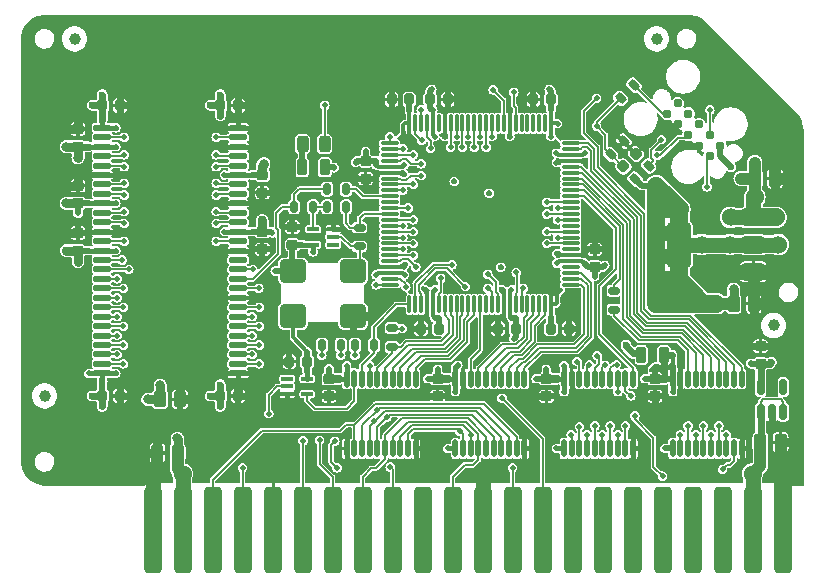
<source format=gtl>
G04 #@! TF.GenerationSoftware,KiCad,Pcbnew,7.0.10*
G04 #@! TF.CreationDate,2024-06-11T15:55:20-04:00*
G04 #@! TF.ProjectId,RAM2GS,52414d32-4753-42e6-9b69-6361645f7063,2.2*
G04 #@! TF.SameCoordinates,Original*
G04 #@! TF.FileFunction,Copper,L1,Top*
G04 #@! TF.FilePolarity,Positive*
%FSLAX46Y46*%
G04 Gerber Fmt 4.6, Leading zero omitted, Abs format (unit mm)*
G04 Created by KiCad (PCBNEW 7.0.10) date 2024-06-11 15:55:20*
%MOMM*%
%LPD*%
G01*
G04 APERTURE LIST*
G04 Aperture macros list*
%AMRoundRect*
0 Rectangle with rounded corners*
0 $1 Rounding radius*
0 $2 $3 $4 $5 $6 $7 $8 $9 X,Y pos of 4 corners*
0 Add a 4 corners polygon primitive as box body*
4,1,4,$2,$3,$4,$5,$6,$7,$8,$9,$2,$3,0*
0 Add four circle primitives for the rounded corners*
1,1,$1+$1,$2,$3*
1,1,$1+$1,$4,$5*
1,1,$1+$1,$6,$7*
1,1,$1+$1,$8,$9*
0 Add four rect primitives between the rounded corners*
20,1,$1+$1,$2,$3,$4,$5,0*
20,1,$1+$1,$4,$5,$6,$7,0*
20,1,$1+$1,$6,$7,$8,$9,0*
20,1,$1+$1,$8,$9,$2,$3,0*%
G04 Aperture macros list end*
G04 #@! TA.AperFunction,SMDPad,CuDef*
%ADD10RoundRect,0.381000X-0.381000X-3.289000X0.381000X-3.289000X0.381000X3.289000X-0.381000X3.289000X0*%
G04 #@! TD*
G04 #@! TA.AperFunction,SMDPad,CuDef*
%ADD11RoundRect,0.212500X0.262500X-0.212500X0.262500X0.212500X-0.262500X0.212500X-0.262500X-0.212500X0*%
G04 #@! TD*
G04 #@! TA.AperFunction,SMDPad,CuDef*
%ADD12RoundRect,0.212500X-0.212500X-0.262500X0.212500X-0.262500X0.212500X0.262500X-0.212500X0.262500X0*%
G04 #@! TD*
G04 #@! TA.AperFunction,SMDPad,CuDef*
%ADD13RoundRect,0.212500X-0.262500X0.212500X-0.262500X-0.212500X0.262500X-0.212500X0.262500X0.212500X0*%
G04 #@! TD*
G04 #@! TA.AperFunction,ComponentPad*
%ADD14C,2.000000*%
G04 #@! TD*
G04 #@! TA.AperFunction,SMDPad,CuDef*
%ADD15RoundRect,0.112500X0.112500X-0.612500X0.112500X0.612500X-0.112500X0.612500X-0.112500X-0.612500X0*%
G04 #@! TD*
G04 #@! TA.AperFunction,SMDPad,CuDef*
%ADD16RoundRect,0.262500X0.262500X0.437500X-0.262500X0.437500X-0.262500X-0.437500X0.262500X-0.437500X0*%
G04 #@! TD*
G04 #@! TA.AperFunction,SMDPad,CuDef*
%ADD17RoundRect,0.262500X-0.262500X-0.437500X0.262500X-0.437500X0.262500X0.437500X-0.262500X0.437500X0*%
G04 #@! TD*
G04 #@! TA.AperFunction,SMDPad,CuDef*
%ADD18C,1.000000*%
G04 #@! TD*
G04 #@! TA.AperFunction,SMDPad,CuDef*
%ADD19RoundRect,0.300000X0.700000X0.450000X-0.700000X0.450000X-0.700000X-0.450000X0.700000X-0.450000X0*%
G04 #@! TD*
G04 #@! TA.AperFunction,SMDPad,CuDef*
%ADD20RoundRect,0.300000X0.700000X1.600000X-0.700000X1.600000X-0.700000X-1.600000X0.700000X-1.600000X0*%
G04 #@! TD*
G04 #@! TA.AperFunction,SMDPad,CuDef*
%ADD21RoundRect,0.100000X-0.400000X-0.100000X0.400000X-0.100000X0.400000X0.100000X-0.400000X0.100000X0*%
G04 #@! TD*
G04 #@! TA.AperFunction,ConnectorPad*
%ADD22C,0.787400*%
G04 #@! TD*
G04 #@! TA.AperFunction,SMDPad,CuDef*
%ADD23RoundRect,0.114500X-0.640500X-0.114500X0.640500X-0.114500X0.640500X0.114500X-0.640500X0.114500X0*%
G04 #@! TD*
G04 #@! TA.AperFunction,SMDPad,CuDef*
%ADD24RoundRect,0.300000X-0.800000X-0.700000X0.800000X-0.700000X0.800000X0.700000X-0.800000X0.700000X0*%
G04 #@! TD*
G04 #@! TA.AperFunction,SMDPad,CuDef*
%ADD25RoundRect,0.100000X0.400000X0.100000X-0.400000X0.100000X-0.400000X-0.100000X0.400000X-0.100000X0*%
G04 #@! TD*
G04 #@! TA.AperFunction,SMDPad,CuDef*
%ADD26RoundRect,0.212500X0.212500X0.262500X-0.212500X0.262500X-0.212500X-0.262500X0.212500X-0.262500X0*%
G04 #@! TD*
G04 #@! TA.AperFunction,SMDPad,CuDef*
%ADD27RoundRect,0.075000X0.662500X0.075000X-0.662500X0.075000X-0.662500X-0.075000X0.662500X-0.075000X0*%
G04 #@! TD*
G04 #@! TA.AperFunction,SMDPad,CuDef*
%ADD28RoundRect,0.075000X0.075000X0.662500X-0.075000X0.662500X-0.075000X-0.662500X0.075000X-0.662500X0*%
G04 #@! TD*
G04 #@! TA.AperFunction,SMDPad,CuDef*
%ADD29RoundRect,0.162500X0.162500X-0.512500X0.162500X0.512500X-0.162500X0.512500X-0.162500X-0.512500X0*%
G04 #@! TD*
G04 #@! TA.AperFunction,SMDPad,CuDef*
%ADD30RoundRect,0.212500X0.212500X0.487500X-0.212500X0.487500X-0.212500X-0.487500X0.212500X-0.487500X0*%
G04 #@! TD*
G04 #@! TA.AperFunction,SMDPad,CuDef*
%ADD31RoundRect,0.175000X0.300000X-0.175000X0.300000X0.175000X-0.300000X0.175000X-0.300000X-0.175000X0*%
G04 #@! TD*
G04 #@! TA.AperFunction,SMDPad,CuDef*
%ADD32RoundRect,0.175000X0.175000X0.300000X-0.175000X0.300000X-0.175000X-0.300000X0.175000X-0.300000X0*%
G04 #@! TD*
G04 #@! TA.AperFunction,SMDPad,CuDef*
%ADD33RoundRect,0.175000X-0.175000X-0.300000X0.175000X-0.300000X0.175000X0.300000X-0.175000X0.300000X0*%
G04 #@! TD*
G04 #@! TA.AperFunction,SMDPad,CuDef*
%ADD34RoundRect,0.212500X-0.212500X-0.487500X0.212500X-0.487500X0.212500X0.487500X-0.212500X0.487500X0*%
G04 #@! TD*
G04 #@! TA.AperFunction,SMDPad,CuDef*
%ADD35RoundRect,0.243750X0.243750X0.456250X-0.243750X0.456250X-0.243750X-0.456250X0.243750X-0.456250X0*%
G04 #@! TD*
G04 #@! TA.AperFunction,SMDPad,CuDef*
%ADD36RoundRect,0.175000X-0.300000X0.175000X-0.300000X-0.175000X0.300000X-0.175000X0.300000X0.175000X0*%
G04 #@! TD*
G04 #@! TA.AperFunction,SMDPad,CuDef*
%ADD37RoundRect,0.175000X-0.088388X0.335876X-0.335876X0.088388X0.088388X-0.335876X0.335876X-0.088388X0*%
G04 #@! TD*
G04 #@! TA.AperFunction,SMDPad,CuDef*
%ADD38RoundRect,0.175000X0.088388X-0.335876X0.335876X-0.088388X-0.088388X0.335876X-0.335876X0.088388X0*%
G04 #@! TD*
G04 #@! TA.AperFunction,SMDPad,CuDef*
%ADD39RoundRect,0.212500X0.035355X-0.335876X0.335876X-0.035355X-0.035355X0.335876X-0.335876X0.035355X0*%
G04 #@! TD*
G04 #@! TA.AperFunction,ViaPad*
%ADD40C,0.500000*%
G04 #@! TD*
G04 #@! TA.AperFunction,ViaPad*
%ADD41C,1.524000*%
G04 #@! TD*
G04 #@! TA.AperFunction,ViaPad*
%ADD42C,0.762000*%
G04 #@! TD*
G04 #@! TA.AperFunction,ViaPad*
%ADD43C,0.800000*%
G04 #@! TD*
G04 #@! TA.AperFunction,ViaPad*
%ADD44C,1.000000*%
G04 #@! TD*
G04 #@! TA.AperFunction,ViaPad*
%ADD45C,0.600000*%
G04 #@! TD*
G04 #@! TA.AperFunction,ViaPad*
%ADD46C,0.508000*%
G04 #@! TD*
G04 #@! TA.AperFunction,Conductor*
%ADD47C,1.270000*%
G04 #@! TD*
G04 #@! TA.AperFunction,Conductor*
%ADD48C,0.450000*%
G04 #@! TD*
G04 #@! TA.AperFunction,Conductor*
%ADD49C,0.508000*%
G04 #@! TD*
G04 #@! TA.AperFunction,Conductor*
%ADD50C,0.762000*%
G04 #@! TD*
G04 #@! TA.AperFunction,Conductor*
%ADD51C,0.800000*%
G04 #@! TD*
G04 #@! TA.AperFunction,Conductor*
%ADD52C,0.400000*%
G04 #@! TD*
G04 #@! TA.AperFunction,Conductor*
%ADD53C,0.300000*%
G04 #@! TD*
G04 #@! TA.AperFunction,Conductor*
%ADD54C,0.250000*%
G04 #@! TD*
G04 #@! TA.AperFunction,Conductor*
%ADD55C,0.500000*%
G04 #@! TD*
G04 #@! TA.AperFunction,Conductor*
%ADD56C,0.600000*%
G04 #@! TD*
G04 #@! TA.AperFunction,Conductor*
%ADD57C,0.150000*%
G04 #@! TD*
G04 #@! TA.AperFunction,Conductor*
%ADD58C,1.000000*%
G04 #@! TD*
G04 #@! TA.AperFunction,Conductor*
%ADD59C,1.524000*%
G04 #@! TD*
G04 #@! TA.AperFunction,Conductor*
%ADD60C,0.700000*%
G04 #@! TD*
G04 #@! TA.AperFunction,Conductor*
%ADD61C,0.480000*%
G04 #@! TD*
G04 APERTURE END LIST*
D10*
X57658000Y-135282000D03*
X60198000Y-135282000D03*
X62738000Y-135282000D03*
X65278000Y-135282000D03*
X67818000Y-135282000D03*
X70358000Y-135282000D03*
X72898000Y-135282000D03*
X75438000Y-135282000D03*
X77978000Y-135282000D03*
X80518000Y-135282000D03*
X83058000Y-135282000D03*
X85598000Y-135282000D03*
X88138000Y-135282000D03*
X90678000Y-135282000D03*
X93218000Y-135282000D03*
X95758000Y-135282000D03*
X98298000Y-135282000D03*
X100838000Y-135282000D03*
X103378000Y-135282000D03*
X105918000Y-135282000D03*
X108458000Y-135282000D03*
X110998000Y-135282000D03*
D11*
X51350000Y-107650000D03*
X51350000Y-106150000D03*
X51350000Y-102850000D03*
X51350000Y-101350000D03*
D12*
X53400000Y-99350000D03*
X54900000Y-99350000D03*
X63400000Y-123950000D03*
X64900000Y-123950000D03*
X63400000Y-99350000D03*
X64900000Y-99350000D03*
D13*
X66950000Y-110050000D03*
X66950000Y-111550000D03*
X66950000Y-105250000D03*
X66950000Y-106750000D03*
D11*
X51350000Y-111650000D03*
X51350000Y-110150000D03*
D12*
X53400000Y-123950000D03*
X54900000Y-123950000D03*
D14*
X110998000Y-130175000D03*
D13*
X100200000Y-122500000D03*
X100200000Y-124000000D03*
D15*
X92500000Y-128400000D03*
X93150000Y-128400000D03*
X93800000Y-128400000D03*
X94450000Y-128400000D03*
X95100000Y-128400000D03*
X95750000Y-128400000D03*
X96400000Y-128400000D03*
X97050000Y-128400000D03*
X97700000Y-128400000D03*
X98350000Y-128400000D03*
X98350000Y-122500000D03*
X97700000Y-122500000D03*
X97050000Y-122500000D03*
X96400000Y-122500000D03*
X95750000Y-122500000D03*
X95100000Y-122500000D03*
X94450000Y-122500000D03*
X93800000Y-122500000D03*
X93150000Y-122500000D03*
X92500000Y-122500000D03*
D13*
X91000000Y-122500000D03*
X91000000Y-124000000D03*
X81800000Y-122500000D03*
X81800000Y-124000000D03*
D15*
X101700000Y-128400000D03*
X102350000Y-128400000D03*
X103000000Y-128400000D03*
X103650000Y-128400000D03*
X104300000Y-128400000D03*
X104950000Y-128400000D03*
X105600000Y-128400000D03*
X106250000Y-128400000D03*
X106900000Y-128400000D03*
X107550000Y-128400000D03*
X107550000Y-122500000D03*
X106900000Y-122500000D03*
X106250000Y-122500000D03*
X105600000Y-122500000D03*
X104950000Y-122500000D03*
X104300000Y-122500000D03*
X103650000Y-122500000D03*
X103000000Y-122500000D03*
X102350000Y-122500000D03*
X101700000Y-122500000D03*
D13*
X72600000Y-122500000D03*
X72600000Y-124000000D03*
D15*
X83300000Y-128400000D03*
X83950000Y-128400000D03*
X84600000Y-128400000D03*
X85250000Y-128400000D03*
X85900000Y-128400000D03*
X86550000Y-128400000D03*
X87200000Y-128400000D03*
X87850000Y-128400000D03*
X88500000Y-128400000D03*
X89150000Y-128400000D03*
X89150000Y-122500000D03*
X88500000Y-122500000D03*
X87850000Y-122500000D03*
X87200000Y-122500000D03*
X86550000Y-122500000D03*
X85900000Y-122500000D03*
X85250000Y-122500000D03*
X84600000Y-122500000D03*
X83950000Y-122500000D03*
X83300000Y-122500000D03*
D16*
X59778000Y-128778000D03*
X58078000Y-128778000D03*
D17*
X109132000Y-127889000D03*
X110832000Y-127889000D03*
D18*
X100330000Y-93726000D03*
D19*
X108537000Y-113450000D03*
D20*
X102237000Y-111150000D03*
D19*
X108537000Y-111150000D03*
X108537000Y-108850000D03*
D17*
X108650000Y-105550000D03*
X110350000Y-105550000D03*
X106850000Y-116150000D03*
X108550000Y-116150000D03*
D18*
X51054000Y-93726000D03*
D21*
X69050000Y-122500000D03*
X69050000Y-123150000D03*
X69050000Y-123800000D03*
X70750000Y-123800000D03*
X70750000Y-122500000D03*
D22*
X101228936Y-100067962D03*
X102126962Y-100965987D03*
X103024987Y-101864013D03*
X103923013Y-102762038D03*
X104821038Y-103660064D03*
X105719064Y-102762038D03*
X104821038Y-101864013D03*
X103923013Y-100965987D03*
X103024987Y-100067962D03*
X102126962Y-99169936D03*
D15*
X74100000Y-128400000D03*
X74750000Y-128400000D03*
X75400000Y-128400000D03*
X76050000Y-128400000D03*
X76700000Y-128400000D03*
X77350000Y-128400000D03*
X78000000Y-128400000D03*
X78650000Y-128400000D03*
X79300000Y-128400000D03*
X79950000Y-128400000D03*
X79950000Y-122500000D03*
X79300000Y-122500000D03*
X78650000Y-122500000D03*
X78000000Y-122500000D03*
X77350000Y-122500000D03*
X76700000Y-122500000D03*
X76050000Y-122500000D03*
X75400000Y-122500000D03*
X74750000Y-122500000D03*
X74100000Y-122500000D03*
D23*
X53400000Y-101250000D03*
X53400000Y-102050000D03*
X53400000Y-102850000D03*
X53400000Y-103650000D03*
X53400000Y-104450000D03*
X53400000Y-105250000D03*
X53400000Y-106050000D03*
X53400000Y-106850000D03*
X53400000Y-107650000D03*
X53400000Y-108450000D03*
X53400000Y-109250000D03*
X53400000Y-110050000D03*
X53400000Y-110850000D03*
X53400000Y-111650000D03*
X53400000Y-112450000D03*
X53400000Y-113250000D03*
X53400000Y-114050000D03*
X53400000Y-114850000D03*
X53400000Y-115650000D03*
X53400000Y-116450000D03*
X53400000Y-117250000D03*
X53400000Y-118050000D03*
X53400000Y-118850000D03*
X53400000Y-119650000D03*
X53400000Y-120450000D03*
X53400000Y-121250000D03*
X53400000Y-122050000D03*
X64900000Y-122050000D03*
X64900000Y-121250000D03*
X64900000Y-120450000D03*
X64900000Y-119650000D03*
X64900000Y-118850000D03*
X64900000Y-118050000D03*
X64900000Y-117250000D03*
X64900000Y-116450000D03*
X64900000Y-115650000D03*
X64900000Y-114850000D03*
X64900000Y-114050000D03*
X64900000Y-113250000D03*
X64900000Y-112450000D03*
X64900000Y-111650000D03*
X64900000Y-110850000D03*
X64900000Y-110050000D03*
X64900000Y-109250000D03*
X64900000Y-108450000D03*
X64900000Y-107650000D03*
X64900000Y-106850000D03*
X64900000Y-106050000D03*
X64900000Y-105250000D03*
X64900000Y-104450000D03*
X64900000Y-103650000D03*
X64900000Y-102850000D03*
X64900000Y-102050000D03*
X64900000Y-101250000D03*
D24*
X69560000Y-117205000D03*
X74640000Y-117205000D03*
X74640000Y-113395000D03*
X69560000Y-113395000D03*
D25*
X72950000Y-111150000D03*
X72950000Y-110500000D03*
X72950000Y-109850000D03*
X71250000Y-109850000D03*
X71250000Y-111150000D03*
D11*
X69500000Y-111150000D03*
X69500000Y-109650000D03*
D17*
X58300000Y-124250000D03*
X60000000Y-124250000D03*
D26*
X70750000Y-121050000D03*
X69250000Y-121050000D03*
D27*
X93062500Y-114550000D03*
X93062500Y-114050000D03*
X93062500Y-113550000D03*
X93062500Y-113050000D03*
X93062500Y-112550000D03*
X93062500Y-112050000D03*
X93062500Y-111550000D03*
X93062500Y-111050000D03*
X93062500Y-110550000D03*
X93062500Y-110050000D03*
X93062500Y-109550000D03*
X93062500Y-109050000D03*
X93062500Y-108550000D03*
X93062500Y-108050000D03*
X93062500Y-107550000D03*
X93062500Y-107050000D03*
X93062500Y-106550000D03*
X93062500Y-106050000D03*
X93062500Y-105550000D03*
X93062500Y-105050000D03*
X93062500Y-104550000D03*
X93062500Y-104050000D03*
X93062500Y-103550000D03*
X93062500Y-103050000D03*
X93062500Y-102550000D03*
D28*
X91400000Y-100887500D03*
X90900000Y-100887500D03*
X90400000Y-100887500D03*
X89900000Y-100887500D03*
X89400000Y-100887500D03*
X88900000Y-100887500D03*
X88400000Y-100887500D03*
X87900000Y-100887500D03*
X87400000Y-100887500D03*
X86900000Y-100887500D03*
X86400000Y-100887500D03*
X85900000Y-100887500D03*
X85400000Y-100887500D03*
X84900000Y-100887500D03*
X84400000Y-100887500D03*
X83900000Y-100887500D03*
X83400000Y-100887500D03*
X82900000Y-100887500D03*
X82400000Y-100887500D03*
X81900000Y-100887500D03*
X81400000Y-100887500D03*
X80900000Y-100887500D03*
X80400000Y-100887500D03*
X79900000Y-100887500D03*
X79400000Y-100887500D03*
D27*
X77737500Y-102550000D03*
X77737500Y-103050000D03*
X77737500Y-103550000D03*
X77737500Y-104050000D03*
X77737500Y-104550000D03*
X77737500Y-105050000D03*
X77737500Y-105550000D03*
X77737500Y-106050000D03*
X77737500Y-106550000D03*
X77737500Y-107050000D03*
X77737500Y-107550000D03*
X77737500Y-108050000D03*
X77737500Y-108550000D03*
X77737500Y-109050000D03*
X77737500Y-109550000D03*
X77737500Y-110050000D03*
X77737500Y-110550000D03*
X77737500Y-111050000D03*
X77737500Y-111550000D03*
X77737500Y-112050000D03*
X77737500Y-112550000D03*
X77737500Y-113050000D03*
X77737500Y-113550000D03*
X77737500Y-114050000D03*
X77737500Y-114550000D03*
D28*
X79400000Y-116212500D03*
X79900000Y-116212500D03*
X80400000Y-116212500D03*
X80900000Y-116212500D03*
X81400000Y-116212500D03*
X81900000Y-116212500D03*
X82400000Y-116212500D03*
X82900000Y-116212500D03*
X83400000Y-116212500D03*
X83900000Y-116212500D03*
X84400000Y-116212500D03*
X84900000Y-116212500D03*
X85400000Y-116212500D03*
X85900000Y-116212500D03*
X86400000Y-116212500D03*
X86900000Y-116212500D03*
X87400000Y-116212500D03*
X87900000Y-116212500D03*
X88400000Y-116212500D03*
X88900000Y-116212500D03*
X89400000Y-116212500D03*
X89900000Y-116212500D03*
X90400000Y-116212500D03*
X90900000Y-116212500D03*
X91400000Y-116212500D03*
D18*
X48514000Y-123952000D03*
D26*
X81900000Y-118250000D03*
X80400000Y-118250000D03*
X91400000Y-98850000D03*
X89900000Y-98850000D03*
X88400000Y-118250000D03*
X86900000Y-118250000D03*
D12*
X81150000Y-98850000D03*
X82650000Y-98850000D03*
D26*
X79400000Y-98850000D03*
X77900000Y-98850000D03*
D13*
X75700000Y-104050000D03*
X75700000Y-105550000D03*
D12*
X91400000Y-118250000D03*
X92900000Y-118250000D03*
D11*
X95100000Y-113050000D03*
X95100000Y-111550000D03*
D18*
X110236000Y-117983000D03*
D29*
X109150000Y-125300000D03*
X110100000Y-125300000D03*
X111050000Y-125300000D03*
X111050000Y-123200000D03*
X109150000Y-123200000D03*
D11*
X109150000Y-121250000D03*
X109150000Y-119750000D03*
D30*
X100950000Y-120500000D03*
X99050000Y-120500000D03*
D31*
X77950000Y-119800000D03*
X77950000Y-118200000D03*
D32*
X71250000Y-107950000D03*
X69650000Y-107950000D03*
D33*
X72450000Y-107950000D03*
X74050000Y-107950000D03*
D34*
X70350000Y-104600000D03*
X72250000Y-104600000D03*
D35*
X72237500Y-102650000D03*
X70362500Y-102650000D03*
D36*
X96750000Y-115050000D03*
X96750000Y-116650000D03*
D37*
X97565685Y-102384315D03*
X96434315Y-103515685D03*
D38*
X98534315Y-105615685D03*
X99665685Y-104484315D03*
D39*
X97519670Y-104530330D03*
X98580330Y-103469670D03*
D38*
X97284315Y-98765685D03*
X98415685Y-97634315D03*
D32*
X73600000Y-119650000D03*
X72000000Y-119650000D03*
D33*
X74800000Y-119650000D03*
X76400000Y-119650000D03*
D36*
X75200000Y-109700000D03*
X75200000Y-111300000D03*
D33*
X72450000Y-106450000D03*
X74050000Y-106450000D03*
D40*
X112014000Y-100965000D03*
X74168000Y-130937000D03*
X102108000Y-130937000D03*
X64008000Y-130937000D03*
D41*
X57658000Y-130556000D03*
D40*
X104648000Y-130937000D03*
X61722000Y-130937000D03*
X106680000Y-95377000D03*
X94488000Y-130937000D03*
X46990000Y-117983000D03*
X46990000Y-112903000D03*
X46990000Y-107823000D03*
X81788000Y-130937000D03*
X91948000Y-130937000D03*
X89408000Y-130937000D03*
X97028000Y-130937000D03*
X69088000Y-130937000D03*
X112014000Y-117729000D03*
X79248000Y-130937000D03*
X76708000Y-130937000D03*
X71628000Y-130937000D03*
X86868000Y-130937000D03*
X84328000Y-130937000D03*
X66548000Y-130937000D03*
X109347000Y-98044000D03*
X66050000Y-101250000D03*
X63750000Y-101250000D03*
X66050000Y-102850000D03*
X66050000Y-122050000D03*
X52250000Y-110050000D03*
X54550000Y-110050000D03*
X63750000Y-102850000D03*
X63750000Y-122050000D03*
X66050000Y-111650000D03*
X63750000Y-107650000D03*
X59150000Y-108850000D03*
X60550000Y-122050000D03*
X59150000Y-106450000D03*
X57750000Y-122050000D03*
X59150000Y-104050000D03*
X63750000Y-111650000D03*
D42*
X50350000Y-110150000D03*
X51350000Y-105200000D03*
D40*
X51350000Y-109300000D03*
X57950000Y-111650000D03*
X60350000Y-111650000D03*
X59150000Y-110050000D03*
X59150000Y-107650000D03*
X59150000Y-102850000D03*
X59150000Y-101250000D03*
X59150000Y-105250000D03*
D43*
X50350000Y-106150000D03*
X51350000Y-100400000D03*
X50350000Y-101350000D03*
D40*
X54550000Y-105250000D03*
X99568000Y-130937000D03*
X106807000Y-130937000D03*
X74100000Y-127250000D03*
X89150000Y-129550000D03*
X89800000Y-128400000D03*
X89150000Y-127250000D03*
X80600000Y-128400000D03*
X79950000Y-127250000D03*
X81950000Y-129150000D03*
X68050000Y-127750000D03*
X91000000Y-127150000D03*
X100550000Y-127750000D03*
X112014000Y-127889000D03*
X112014000Y-112649000D03*
D41*
X106600000Y-113450000D03*
X110450000Y-113450000D03*
D40*
X81500000Y-127250000D03*
X73850000Y-109850000D03*
X50038000Y-115443000D03*
X50038000Y-120523000D03*
X46990000Y-123063000D03*
X104800000Y-114950000D03*
X107162600Y-129870200D03*
X112014000Y-107569000D03*
X46990000Y-102743000D03*
X105100000Y-109050000D03*
X103800000Y-98550000D03*
X96950000Y-100450000D03*
X77200000Y-126750000D03*
X86800000Y-125000000D03*
X73850000Y-111650000D03*
X49911000Y-131064000D03*
X46990000Y-128143000D03*
X87150000Y-113050000D03*
X84900000Y-117800000D03*
X85100000Y-121050000D03*
X90500000Y-119100000D03*
X92200000Y-100100000D03*
X94500000Y-108300000D03*
X90750000Y-120700000D03*
X75550000Y-124100000D03*
X93650000Y-101850000D03*
X83200000Y-105800000D03*
X86150000Y-106800000D03*
X60060000Y-99799000D03*
X46990000Y-97663000D03*
X98171000Y-92202000D03*
X88011000Y-92202000D03*
X82931000Y-92202000D03*
X67691000Y-92202000D03*
X62611000Y-92202000D03*
X52451000Y-92202000D03*
X52451000Y-97282000D03*
X93662500Y-98107500D03*
X70231000Y-99822000D03*
X50038000Y-99822000D03*
X50038000Y-94742000D03*
X107150000Y-118500000D03*
X93091000Y-92202000D03*
X77851000Y-92202000D03*
X72771000Y-92202000D03*
X57531000Y-92202000D03*
X86650000Y-99700000D03*
X66800000Y-107550000D03*
X87900000Y-99750000D03*
X92750000Y-119100000D03*
X99150000Y-102850000D03*
D44*
X111550000Y-105550000D03*
D40*
X107550000Y-127300000D03*
X78050000Y-98000000D03*
X80750000Y-117350000D03*
D45*
X64900000Y-122700000D03*
X74650000Y-118650000D03*
X90100000Y-124000000D03*
D40*
X78950000Y-105200000D03*
X54991000Y-94742000D03*
X60000000Y-125400000D03*
D43*
X61050000Y-124250000D03*
D45*
X55750000Y-99350000D03*
D40*
X79600000Y-118250000D03*
X82400000Y-102000000D03*
X67800000Y-111550000D03*
X92750000Y-117400000D03*
D45*
X65750000Y-123950000D03*
D40*
X102500000Y-121400000D03*
D45*
X102400000Y-102750000D03*
D40*
X80750000Y-114950000D03*
X95950000Y-111700000D03*
D45*
X54900000Y-123050000D03*
D40*
X84100000Y-123600000D03*
X90050000Y-98000000D03*
X86100000Y-118250000D03*
D45*
X110050000Y-119900000D03*
D40*
X70550000Y-109200000D03*
X69500000Y-108850000D03*
D45*
X101536500Y-101536500D03*
D40*
X90050000Y-99700000D03*
X67800000Y-106600000D03*
X68650000Y-109550000D03*
X99000000Y-128400000D03*
X76600000Y-112900000D03*
D42*
X58350000Y-127550000D03*
D40*
X70850000Y-119400000D03*
D45*
X100200000Y-124850000D03*
X54900000Y-98450000D03*
X110100000Y-126400000D03*
D40*
X94260000Y-104200000D03*
X98350000Y-127250000D03*
D45*
X64900000Y-100600000D03*
D44*
X110350000Y-104200000D03*
D40*
X57531000Y-97282000D03*
D43*
X60000000Y-123050000D03*
D40*
X73050000Y-109250000D03*
X79000000Y-112900000D03*
X93700000Y-118250000D03*
D43*
X110350000Y-106800000D03*
D40*
X68450000Y-121200000D03*
X102500000Y-123600000D03*
D43*
X76250000Y-117200000D03*
D40*
X71750000Y-124000000D03*
X95631000Y-94742000D03*
X66950000Y-112400000D03*
D45*
X54900000Y-100250000D03*
D40*
X89100000Y-98850000D03*
X82400000Y-97950000D03*
D45*
X108250000Y-119900000D03*
D40*
X87250000Y-114950000D03*
X91850000Y-124070000D03*
D45*
X74500000Y-129800000D03*
D44*
X110100000Y-116150000D03*
D40*
X95200000Y-110750000D03*
D45*
X65750000Y-99350000D03*
D40*
X87250000Y-117350000D03*
X91900000Y-111900000D03*
X77851000Y-95377000D03*
X82400000Y-99750000D03*
X78050000Y-99750000D03*
D45*
X55750000Y-123950000D03*
D40*
X76600000Y-105200000D03*
D42*
X57023000Y-128850000D03*
D40*
X64900000Y-124800000D03*
X87900000Y-102000000D03*
X94200000Y-111900000D03*
X93300000Y-123600000D03*
X69500000Y-120150000D03*
X101050000Y-124100000D03*
X82650000Y-124100000D03*
D45*
X64900000Y-98450000D03*
D40*
X87050000Y-119100000D03*
X69050000Y-124400000D03*
D45*
X73500000Y-124000000D03*
X99300000Y-124000000D03*
X54900000Y-124850000D03*
D40*
X91850000Y-104200000D03*
X74850000Y-105400000D03*
D45*
X80900000Y-124000000D03*
D40*
X88138000Y-130048000D03*
X102350000Y-127250000D03*
X95750000Y-127250000D03*
X77775000Y-129975000D03*
X65278000Y-130048000D03*
X67500000Y-125450000D03*
X97700000Y-126500000D03*
X97050000Y-127250000D03*
X96400000Y-126500000D03*
X93100000Y-127250000D03*
X95100000Y-126500000D03*
X94450000Y-127250000D03*
X93800000Y-126550000D03*
X103000000Y-126500000D03*
X103650000Y-127250000D03*
X104300000Y-126500000D03*
X104950000Y-127250000D03*
X105600000Y-126500000D03*
X106250000Y-127250000D03*
X105918000Y-130175000D03*
X83650000Y-126950000D03*
X100838000Y-130746500D03*
X98500000Y-125650000D03*
X73279000Y-130048000D03*
X76450000Y-126100000D03*
X73100000Y-127800000D03*
X70400000Y-127750000D03*
X76700000Y-125150000D03*
X71800000Y-127700000D03*
X77500000Y-125750000D03*
X84600000Y-127250000D03*
X87249000Y-124142500D03*
X66050000Y-110050000D03*
D46*
X54550000Y-102850000D03*
X54550000Y-111650000D03*
D45*
X63400000Y-123000000D03*
D43*
X51350000Y-103800000D03*
X50350000Y-107650000D03*
X50350000Y-102850000D03*
D46*
X54550000Y-101250000D03*
D42*
X66950000Y-109100000D03*
D40*
X51350000Y-108500000D03*
D42*
X50350000Y-111650000D03*
X51350000Y-112600000D03*
D40*
X63750000Y-110050000D03*
X63750000Y-105250000D03*
X66050000Y-105250000D03*
X54550000Y-122050000D03*
X52250000Y-122050000D03*
X52250000Y-111650000D03*
X52250000Y-107650000D03*
X52250000Y-102850000D03*
X54550000Y-107650000D03*
X91875000Y-122500000D03*
X101075000Y-122500000D03*
X82675000Y-122500000D03*
D44*
X104300000Y-116150000D03*
X102300000Y-116150000D03*
X100300000Y-116150000D03*
X100300000Y-111650000D03*
X100300000Y-108650000D03*
X100300000Y-110150000D03*
X100300000Y-113150000D03*
X100300000Y-114650000D03*
D41*
X102300000Y-108150000D03*
X104150000Y-111150000D03*
X110650000Y-111150000D03*
X102300000Y-114150000D03*
D40*
X78800000Y-118250000D03*
X88250000Y-119100000D03*
D45*
X53400000Y-122700000D03*
D40*
X92500000Y-123600000D03*
D43*
X106850000Y-114900000D03*
X58300000Y-123050000D03*
D40*
X74850000Y-104200000D03*
D45*
X62550000Y-99350000D03*
D40*
X70350000Y-111150000D03*
X94250000Y-103400000D03*
X78950000Y-104400000D03*
D45*
X105850000Y-116150000D03*
X53400000Y-100600000D03*
X62550000Y-123950000D03*
X52550000Y-99350000D03*
D41*
X106550000Y-111150000D03*
D40*
X91400000Y-102000000D03*
X79000000Y-113700000D03*
X91400000Y-99750000D03*
D45*
X52550000Y-123950000D03*
D44*
X100300000Y-106150000D03*
D43*
X67100000Y-104300000D03*
D40*
X101700000Y-121400000D03*
X76600000Y-113700000D03*
X101700000Y-123600000D03*
D45*
X106625000Y-104575000D03*
D40*
X82650000Y-128400000D03*
X73050000Y-104650000D03*
X81550000Y-102000000D03*
X81550000Y-114950000D03*
X90150000Y-122500000D03*
X99350000Y-122500000D03*
D45*
X53400000Y-124850000D03*
D40*
X94200000Y-112700000D03*
X81550000Y-117350000D03*
X91000000Y-121700000D03*
X91950000Y-100900000D03*
D43*
X57250000Y-124250000D03*
D45*
X63400000Y-100250000D03*
D40*
X83300000Y-123600000D03*
X69500000Y-112000000D03*
D45*
X53400000Y-98450000D03*
D40*
X81800000Y-121700000D03*
X81300000Y-98000000D03*
X88050000Y-117350000D03*
X81400000Y-99750000D03*
X95950000Y-112900000D03*
X80950000Y-122500000D03*
D45*
X63400000Y-124850000D03*
D40*
X73600000Y-120500000D03*
X70750000Y-120200000D03*
X67800000Y-110150000D03*
X91900000Y-112700000D03*
X71250000Y-111750000D03*
X91850000Y-103400000D03*
X83500000Y-121350000D03*
X101050000Y-128400000D03*
D45*
X63400000Y-98450000D03*
D40*
X88050000Y-114950000D03*
X91850000Y-128400000D03*
X100200000Y-121700000D03*
X68050000Y-113400000D03*
X95100000Y-113850000D03*
X91250000Y-98000000D03*
X74800000Y-120500000D03*
X70750000Y-121900000D03*
X75700000Y-103250000D03*
X76600000Y-104400000D03*
X92500000Y-121400000D03*
X84150000Y-114700000D03*
X76050000Y-121400000D03*
X91050000Y-107550000D03*
X93600000Y-121050000D03*
X91950000Y-108050000D03*
X94650000Y-121300000D03*
X95300000Y-120550000D03*
X91050000Y-108550000D03*
X95950000Y-121350000D03*
X91950000Y-109050000D03*
X96950000Y-121300000D03*
X91050000Y-111050000D03*
X91950000Y-110550000D03*
X97050000Y-123600000D03*
X91050000Y-110050000D03*
X98150000Y-123950000D03*
D46*
X63050000Y-102050000D03*
X55250000Y-102050000D03*
D40*
X86400000Y-102000000D03*
X55250000Y-104550000D03*
X63050000Y-104550000D03*
X85400000Y-102000000D03*
D46*
X55250000Y-103550000D03*
X63050000Y-103550000D03*
D40*
X85900000Y-102900000D03*
X63050000Y-105950000D03*
D46*
X55250000Y-105950000D03*
D40*
X84900000Y-102900000D03*
X63050000Y-110850000D03*
D46*
X55250000Y-110850000D03*
D40*
X82900000Y-102900000D03*
D46*
X55250000Y-108350000D03*
D40*
X63050000Y-108350000D03*
X83900000Y-102900000D03*
X55250000Y-109350000D03*
X63050000Y-109350000D03*
X83400000Y-102000000D03*
X63050000Y-106950000D03*
X55250000Y-106950000D03*
X84400000Y-102000000D03*
X95250000Y-98750000D03*
X88250000Y-98250000D03*
X66150000Y-113250000D03*
X77750000Y-102000000D03*
X66650000Y-114850000D03*
X79750000Y-103550000D03*
X66700000Y-116450000D03*
X78850000Y-106550000D03*
X66100000Y-117250000D03*
X79300000Y-108050000D03*
X66700000Y-118050000D03*
X78850000Y-109550000D03*
X66100000Y-118850000D03*
X76600000Y-114550000D03*
X66700000Y-119650000D03*
X79750000Y-111050000D03*
X66100000Y-120450000D03*
X79750000Y-112050000D03*
X66700000Y-121250000D03*
X79100000Y-114700000D03*
X55200000Y-121250000D03*
X79950000Y-113050000D03*
X54650000Y-120450000D03*
X78850000Y-111550000D03*
X55200000Y-119650000D03*
X78850000Y-110550000D03*
X54650000Y-118850000D03*
X79750000Y-110050000D03*
X55200000Y-118050000D03*
X79750000Y-109050000D03*
X54650000Y-117250000D03*
X81200000Y-103000000D03*
X55200000Y-116450000D03*
X79750000Y-106050000D03*
X54650000Y-115650000D03*
X80400000Y-105300000D03*
X55200000Y-114850000D03*
X80400000Y-104300000D03*
X54650000Y-114050000D03*
X78850000Y-103050000D03*
X55650000Y-113250000D03*
X80450000Y-102300000D03*
D46*
X55100000Y-112450000D03*
D40*
X80400000Y-99750000D03*
X88450000Y-113500000D03*
X104600000Y-106250000D03*
X100400000Y-103600000D03*
X86050000Y-114850000D03*
X89050000Y-114850000D03*
X104850000Y-99750000D03*
X95250000Y-101100000D03*
X86050000Y-113650000D03*
D41*
X108458000Y-130556000D03*
X60198000Y-130556000D03*
D40*
X73475000Y-122500000D03*
D41*
X106600000Y-108850000D03*
X108650000Y-107150000D03*
D40*
X72600000Y-121650000D03*
D41*
X110450000Y-108850000D03*
D43*
X59750000Y-127550000D03*
D44*
X108650000Y-104200000D03*
X107500000Y-105550000D03*
D40*
X74100000Y-121400000D03*
D45*
X91650000Y-106250000D03*
X97750000Y-119650000D03*
X110050000Y-121100000D03*
X90450000Y-106250000D03*
X109150000Y-122100000D03*
D40*
X108300000Y-121200000D03*
X82050000Y-114000000D03*
X100750000Y-102250000D03*
X72000000Y-120500000D03*
X83000000Y-112850000D03*
X72250000Y-99350000D03*
X86500000Y-98050000D03*
D47*
X85598000Y-135382000D02*
X85598000Y-130556000D01*
X57658000Y-135382000D02*
X57658000Y-130556000D01*
D48*
X64900000Y-102850000D02*
X66050000Y-102850000D01*
X64900000Y-101250000D02*
X66050000Y-101250000D01*
X64900000Y-122050000D02*
X66050000Y-122050000D01*
X53400000Y-110050000D02*
X54550000Y-110050000D01*
X64900000Y-101250000D02*
X63750000Y-101250000D01*
X64900000Y-122050000D02*
X63750000Y-122050000D01*
X53400000Y-110050000D02*
X52250000Y-110050000D01*
X64900000Y-102850000D02*
X63750000Y-102850000D01*
X64900000Y-111650000D02*
X66050000Y-111650000D01*
X64900000Y-107650000D02*
X63750000Y-107650000D01*
D49*
X51350000Y-110150000D02*
X52150000Y-110150000D01*
D50*
X51350000Y-106150000D02*
X51350000Y-105200000D01*
D49*
X52150000Y-110150000D02*
X52250000Y-110050000D01*
X66950000Y-111550000D02*
X66150000Y-111550000D01*
D48*
X64900000Y-111650000D02*
X63750000Y-111650000D01*
D49*
X66150000Y-111550000D02*
X66050000Y-111650000D01*
X53400000Y-105250000D02*
X51400000Y-105250000D01*
D50*
X51350000Y-110150000D02*
X50350000Y-110150000D01*
D49*
X51400000Y-105250000D02*
X51350000Y-105200000D01*
X51350000Y-110150000D02*
X51350000Y-109300000D01*
D51*
X51350000Y-106150000D02*
X50350000Y-106150000D01*
X51350000Y-101350000D02*
X51350000Y-100400000D01*
X51350000Y-101350000D02*
X50350000Y-101350000D01*
D48*
X53400000Y-105250000D02*
X54550000Y-105250000D01*
X74100000Y-128400000D02*
X74100000Y-127250000D01*
X89150000Y-128400000D02*
X89150000Y-129550000D01*
X79950000Y-128400000D02*
X79950000Y-127250000D01*
X79950000Y-128400000D02*
X80600000Y-128400000D01*
D47*
X108537000Y-113450000D02*
X106600000Y-113450000D01*
X110450000Y-113450000D02*
X108537000Y-113450000D01*
D52*
X72950000Y-109850000D02*
X73850000Y-109850000D01*
D48*
X89150000Y-128400000D02*
X89800000Y-128400000D01*
X89150000Y-128400000D02*
X89150000Y-127250000D01*
D53*
X87900000Y-100887500D02*
X87900000Y-99750000D01*
X92050000Y-112050000D02*
X91900000Y-111900000D01*
D48*
X74100000Y-128400000D02*
X74100000Y-129400000D01*
D54*
X67818000Y-135382000D02*
X67818000Y-131191000D01*
D50*
X58078000Y-128778000D02*
X57095000Y-128778000D01*
D55*
X69250000Y-120350000D02*
X69450000Y-120150000D01*
D53*
X82400000Y-102000000D02*
X82400000Y-100887500D01*
D50*
X58350000Y-127550000D02*
X58078000Y-127822000D01*
D48*
X93150000Y-123450000D02*
X93300000Y-123600000D01*
D55*
X72600000Y-124000000D02*
X71750000Y-124000000D01*
D51*
X74640000Y-117205000D02*
X76245000Y-117205000D01*
D53*
X93062500Y-112050000D02*
X92050000Y-112050000D01*
X79000000Y-112900000D02*
X78850000Y-113050000D01*
D56*
X54900000Y-123950000D02*
X54900000Y-123050000D01*
D50*
X58078000Y-127822000D02*
X58078000Y-128778000D01*
D53*
X76750000Y-113050000D02*
X76600000Y-112900000D01*
X87400000Y-116212500D02*
X87400000Y-117200000D01*
D55*
X91000000Y-124000000D02*
X91780000Y-124000000D01*
X60000000Y-124250000D02*
X60000000Y-125400000D01*
D57*
X98580330Y-103469670D02*
X99150000Y-102900000D01*
D48*
X102350000Y-121550000D02*
X102500000Y-121400000D01*
D53*
X80900000Y-117200000D02*
X80750000Y-117350000D01*
D55*
X92900000Y-118950000D02*
X92750000Y-119100000D01*
D48*
X64900000Y-122050000D02*
X64900000Y-122700000D01*
D55*
X82650000Y-98850000D02*
X82650000Y-98150000D01*
D56*
X91000000Y-124000000D02*
X90100000Y-124000000D01*
D55*
X95100000Y-111550000D02*
X95100000Y-110850000D01*
X95100000Y-110850000D02*
X95200000Y-110750000D01*
D53*
X77737500Y-113050000D02*
X76750000Y-113050000D01*
D55*
X100950000Y-124000000D02*
X101050000Y-124100000D01*
D50*
X57095000Y-128778000D02*
X57023000Y-128850000D01*
D55*
X77900000Y-98850000D02*
X77900000Y-99600000D01*
D48*
X107550000Y-127300000D02*
X107550000Y-128400000D01*
D55*
X76600000Y-105550000D02*
X76600000Y-105200000D01*
D58*
X108550000Y-116150000D02*
X110100000Y-116150000D01*
D55*
X86900000Y-118950000D02*
X87050000Y-119100000D01*
D48*
X93150000Y-122500000D02*
X93150000Y-123450000D01*
D55*
X82450000Y-99750000D02*
X82400000Y-99750000D01*
D48*
X98350000Y-128400000D02*
X98350000Y-127250000D01*
D55*
X68650000Y-109550000D02*
X68750000Y-109650000D01*
X68750000Y-109650000D02*
X69500000Y-109650000D01*
X89900000Y-98150000D02*
X90050000Y-98000000D01*
D56*
X109150000Y-119750000D02*
X109900000Y-119750000D01*
D55*
X75700000Y-105550000D02*
X76600000Y-105550000D01*
X77900000Y-98850000D02*
X77900000Y-98150000D01*
D53*
X82400000Y-100887500D02*
X82400000Y-99750000D01*
D56*
X108400000Y-119750000D02*
X108250000Y-119900000D01*
D53*
X93062500Y-104050000D02*
X92000000Y-104050000D01*
X93062500Y-112050000D02*
X94050000Y-112050000D01*
D56*
X81800000Y-124000000D02*
X80900000Y-124000000D01*
D48*
X107550000Y-129482800D02*
X107162600Y-129870200D01*
D53*
X92000000Y-104050000D02*
X91850000Y-104200000D01*
D48*
X102350000Y-123450000D02*
X102500000Y-123600000D01*
D55*
X77900000Y-99600000D02*
X78050000Y-99750000D01*
D56*
X64900000Y-99350000D02*
X64900000Y-100600000D01*
D55*
X68600000Y-121050000D02*
X68450000Y-121200000D01*
D51*
X60000000Y-124250000D02*
X60000000Y-123050000D01*
D48*
X98350000Y-128400000D02*
X98350000Y-129300000D01*
D53*
X77737500Y-105050000D02*
X78850000Y-105050000D01*
D56*
X64900000Y-99350000D02*
X64900000Y-98450000D01*
D57*
X99150000Y-102900000D02*
X99150000Y-102850000D01*
D55*
X66950000Y-107400000D02*
X66800000Y-107550000D01*
D56*
X54900000Y-99350000D02*
X54900000Y-100250000D01*
D55*
X86900000Y-118250000D02*
X86900000Y-118950000D01*
D58*
X110832000Y-127889000D02*
X110832000Y-130009000D01*
X58078000Y-130136000D02*
X57658000Y-130556000D01*
D53*
X77737500Y-105050000D02*
X76750000Y-105050000D01*
D55*
X64900000Y-123950000D02*
X64900000Y-124800000D01*
X82650000Y-99550000D02*
X82450000Y-99750000D01*
D53*
X78850000Y-105050000D02*
X78950000Y-105150000D01*
D55*
X70200000Y-109650000D02*
X70550000Y-109300000D01*
X92900000Y-117550000D02*
X92750000Y-117400000D01*
D58*
X58078000Y-128778000D02*
X58078000Y-130136000D01*
D55*
X89900000Y-98850000D02*
X89100000Y-98850000D01*
X75000000Y-105550000D02*
X74850000Y-105400000D01*
D48*
X102350000Y-122500000D02*
X102350000Y-121550000D01*
D55*
X69450000Y-120150000D02*
X69500000Y-120150000D01*
D53*
X93062500Y-104050000D02*
X94110000Y-104050000D01*
D55*
X82450000Y-97950000D02*
X82400000Y-97950000D01*
X89900000Y-98850000D02*
X89900000Y-98150000D01*
X82550000Y-124000000D02*
X82650000Y-124100000D01*
X75700000Y-105550000D02*
X75700000Y-106150000D01*
D51*
X60000000Y-124250000D02*
X61050000Y-124250000D01*
D55*
X67650000Y-106750000D02*
X67800000Y-106600000D01*
X67800000Y-111550000D02*
X66950000Y-111550000D01*
D56*
X54900000Y-99350000D02*
X54900000Y-98450000D01*
D53*
X78850000Y-113050000D02*
X77737500Y-113050000D01*
X80900000Y-115100000D02*
X80750000Y-114950000D01*
D55*
X80400000Y-118250000D02*
X79600000Y-118250000D01*
X69500000Y-109650000D02*
X70200000Y-109650000D01*
X94550000Y-111550000D02*
X94200000Y-111900000D01*
X69250000Y-121050000D02*
X69250000Y-120350000D01*
D53*
X87400000Y-115100000D02*
X87250000Y-114950000D01*
D55*
X77900000Y-98150000D02*
X78050000Y-98000000D01*
D53*
X87400000Y-116212500D02*
X87400000Y-115100000D01*
D56*
X102400000Y-102750000D02*
X102412038Y-102762038D01*
X54900000Y-99350000D02*
X55750000Y-99350000D01*
D55*
X92900000Y-118250000D02*
X92900000Y-117550000D01*
X75700000Y-105550000D02*
X75000000Y-105550000D01*
D56*
X72600000Y-124000000D02*
X73500000Y-124000000D01*
D53*
X76750000Y-105050000D02*
X76600000Y-105200000D01*
X80900000Y-116212500D02*
X80900000Y-117200000D01*
D56*
X64900000Y-123950000D02*
X65750000Y-123950000D01*
X101556449Y-101536500D02*
X101536500Y-101536500D01*
D48*
X64900000Y-107650000D02*
X66700000Y-107650000D01*
D52*
X72950000Y-109350000D02*
X72950000Y-109850000D01*
X69050000Y-123800000D02*
X69050000Y-124400000D01*
D53*
X94110000Y-104050000D02*
X94260000Y-104200000D01*
D55*
X80400000Y-117350000D02*
X80750000Y-117350000D01*
X66950000Y-106750000D02*
X66950000Y-107400000D01*
X82650000Y-98150000D02*
X82450000Y-97950000D01*
X70550000Y-109300000D02*
X70550000Y-109200000D01*
X89900000Y-99550000D02*
X90050000Y-99700000D01*
D53*
X80900000Y-116212500D02*
X80900000Y-115100000D01*
D56*
X102126962Y-100965987D02*
X101556449Y-101536500D01*
D52*
X73050000Y-109250000D02*
X72950000Y-109350000D01*
D55*
X95100000Y-111550000D02*
X95800000Y-111550000D01*
D53*
X87400000Y-117200000D02*
X87250000Y-117350000D01*
D48*
X64900000Y-101250000D02*
X64900000Y-100600000D01*
D56*
X100200000Y-124000000D02*
X99300000Y-124000000D01*
D51*
X64900000Y-123950000D02*
X64900000Y-122700000D01*
D48*
X107550000Y-128400000D02*
X107950000Y-128400000D01*
D51*
X110350000Y-105550000D02*
X110350000Y-106800000D01*
D48*
X107550000Y-128400000D02*
X107550000Y-129482800D01*
D59*
X110998000Y-130175000D02*
X110998000Y-135382000D01*
D55*
X92900000Y-118250000D02*
X92900000Y-118950000D01*
X66950000Y-106750000D02*
X67650000Y-106750000D01*
D56*
X110100000Y-126400000D02*
X110100000Y-125300000D01*
D55*
X91780000Y-124000000D02*
X91850000Y-124070000D01*
D48*
X83950000Y-122500000D02*
X83950000Y-123450000D01*
D53*
X94050000Y-112050000D02*
X94200000Y-111900000D01*
D58*
X108550000Y-116150000D02*
X108550000Y-113463000D01*
D55*
X86900000Y-118250000D02*
X86100000Y-118250000D01*
D56*
X54900000Y-123950000D02*
X55750000Y-123950000D01*
D55*
X87250000Y-117350000D02*
X86900000Y-117350000D01*
D56*
X74640000Y-118640000D02*
X74650000Y-118650000D01*
D48*
X66700000Y-107650000D02*
X66800000Y-107550000D01*
D55*
X69250000Y-121050000D02*
X68600000Y-121050000D01*
D56*
X109150000Y-119750000D02*
X108400000Y-119750000D01*
X100200000Y-124000000D02*
X100200000Y-124850000D01*
D48*
X83950000Y-123450000D02*
X84100000Y-123600000D01*
D55*
X95100000Y-111550000D02*
X94550000Y-111550000D01*
X95800000Y-111550000D02*
X95950000Y-111700000D01*
D48*
X102350000Y-122500000D02*
X102350000Y-123450000D01*
D55*
X82650000Y-98850000D02*
X83250000Y-98850000D01*
X80400000Y-118250000D02*
X80400000Y-117350000D01*
D49*
X66950000Y-112400000D02*
X66950000Y-111550000D01*
D55*
X82650000Y-98850000D02*
X82650000Y-99550000D01*
D48*
X79950000Y-128400000D02*
X79950000Y-129300000D01*
D50*
X110832000Y-127889000D02*
X112014000Y-127889000D01*
D55*
X69500000Y-109650000D02*
X69500000Y-108850000D01*
D53*
X87900000Y-102000000D02*
X87900000Y-100887500D01*
D51*
X76245000Y-117205000D02*
X76250000Y-117200000D01*
D48*
X74100000Y-129400000D02*
X74500000Y-129800000D01*
D56*
X109900000Y-119750000D02*
X110050000Y-119900000D01*
D58*
X110350000Y-105550000D02*
X111550000Y-105550000D01*
D55*
X81800000Y-124000000D02*
X82550000Y-124000000D01*
X86900000Y-118250000D02*
X86900000Y-117350000D01*
X100200000Y-124000000D02*
X100950000Y-124000000D01*
D56*
X64900000Y-99350000D02*
X65750000Y-99350000D01*
X54900000Y-123950000D02*
X54900000Y-124850000D01*
D55*
X92900000Y-118250000D02*
X93700000Y-118250000D01*
D58*
X110350000Y-105550000D02*
X110350000Y-104200000D01*
D48*
X99000000Y-128400000D02*
X98350000Y-128400000D01*
D56*
X102412038Y-102762038D02*
X103923013Y-102762038D01*
D58*
X110832000Y-130009000D02*
X110998000Y-130175000D01*
X108550000Y-113463000D02*
X108537000Y-113450000D01*
D51*
X108550000Y-117150000D02*
X108550000Y-116150000D01*
D55*
X89900000Y-98850000D02*
X89900000Y-99550000D01*
D56*
X74640000Y-117205000D02*
X74640000Y-118640000D01*
D57*
X88138000Y-135382000D02*
X88138000Y-130048000D01*
X102350000Y-127250000D02*
X102350000Y-128400000D01*
X95750000Y-128400000D02*
X95750000Y-127250000D01*
X77978000Y-130178000D02*
X77978000Y-135382000D01*
X77775000Y-129975000D02*
X77978000Y-130178000D01*
X67500000Y-123850000D02*
X68200000Y-123150000D01*
X67500000Y-125450000D02*
X67500000Y-123850000D01*
X65278000Y-135382000D02*
X65278000Y-130048000D01*
X68200000Y-123150000D02*
X69050000Y-123150000D01*
X97700000Y-128400000D02*
X97700000Y-126550000D01*
X97050000Y-128400000D02*
X97050000Y-127250000D01*
X96400000Y-128400000D02*
X96400000Y-126550000D01*
X93150000Y-128400000D02*
X93150000Y-127300000D01*
X93150000Y-127300000D02*
X93100000Y-127250000D01*
X95100000Y-128400000D02*
X95100000Y-126550000D01*
X94450000Y-128400000D02*
X94450000Y-127250000D01*
X93800000Y-128400000D02*
X93800000Y-126550000D01*
X103000000Y-128400000D02*
X103000000Y-126500000D01*
X103650000Y-128400000D02*
X103650000Y-127250000D01*
X104300000Y-128400000D02*
X104300000Y-126500000D01*
X104950000Y-128400000D02*
X104950000Y-127250000D01*
X105600000Y-128400000D02*
X105600000Y-126500000D01*
X106250000Y-128400000D02*
X106250000Y-127250000D01*
X106299000Y-129794000D02*
X106553000Y-129794000D01*
X106900000Y-129447000D02*
X106900000Y-128400000D01*
X105918000Y-130175000D02*
X106299000Y-129794000D01*
X106553000Y-129794000D02*
X106900000Y-129447000D01*
X83950000Y-127200000D02*
X83950000Y-128400000D01*
X100050000Y-129958500D02*
X100838000Y-130746500D01*
X100050000Y-127500000D02*
X100050000Y-129958500D01*
X83500000Y-126750000D02*
X83600000Y-126850000D01*
X83600000Y-126850000D02*
X83950000Y-127200000D01*
X98500000Y-125650000D02*
X98500000Y-125950000D01*
X98500000Y-125950000D02*
X100050000Y-127500000D01*
X79750000Y-126750000D02*
X83500000Y-126750000D01*
X83600000Y-126900000D02*
X83650000Y-126950000D01*
X83600000Y-126850000D02*
X83600000Y-126900000D01*
X79300000Y-127200000D02*
X79750000Y-126750000D01*
X79300000Y-128400000D02*
X79300000Y-127200000D01*
X76050000Y-128400000D02*
X76050000Y-126500000D01*
X76050000Y-126500000D02*
X76675000Y-125875000D01*
X87200000Y-127400000D02*
X87200000Y-128400000D01*
X76675000Y-125875000D02*
X76450000Y-126100000D01*
X73279000Y-130048000D02*
X72771000Y-129540000D01*
X72771000Y-129540000D02*
X72771000Y-128129000D01*
X85050000Y-125250000D02*
X87200000Y-127400000D01*
X77300000Y-125250000D02*
X85050000Y-125250000D01*
X72771000Y-128129000D02*
X73100000Y-127800000D01*
X76675000Y-125875000D02*
X77300000Y-125250000D01*
X85750000Y-124650000D02*
X76500000Y-124650000D01*
X66902000Y-126900000D02*
X62738000Y-131064000D01*
X62738000Y-131064000D02*
X62738000Y-135382000D01*
X88500000Y-128400000D02*
X88500000Y-127400000D01*
X76500000Y-124650000D02*
X74750000Y-126400000D01*
X74050000Y-126400000D02*
X73550000Y-126900000D01*
X74750000Y-128400000D02*
X74750000Y-126400000D01*
X88500000Y-127400000D02*
X85750000Y-124650000D01*
X73550000Y-126900000D02*
X66902000Y-126900000D01*
X74750000Y-126400000D02*
X74050000Y-126400000D01*
X76900000Y-124950000D02*
X75400000Y-126450000D01*
X70358000Y-127792000D02*
X70358000Y-135382000D01*
X76900000Y-124950000D02*
X76700000Y-125150000D01*
X87850000Y-128400000D02*
X87850000Y-127400000D01*
X77700000Y-124950000D02*
X76900000Y-124950000D01*
X75400000Y-126450000D02*
X75400000Y-128400000D01*
X70400000Y-127750000D02*
X70358000Y-127792000D01*
X85400000Y-124950000D02*
X77700000Y-124950000D01*
X87850000Y-127400000D02*
X85400000Y-124950000D01*
X71800000Y-129712000D02*
X71800000Y-127700000D01*
X72898000Y-135382000D02*
X72898000Y-130810000D01*
X72898000Y-130810000D02*
X71800000Y-129712000D01*
X76700000Y-126550000D02*
X77700000Y-125550000D01*
X86550000Y-127400000D02*
X86550000Y-128400000D01*
X77700000Y-125550000D02*
X77500000Y-125750000D01*
X77700000Y-125550000D02*
X84700000Y-125550000D01*
X84700000Y-125550000D02*
X86550000Y-127400000D01*
X76700000Y-128400000D02*
X76700000Y-126550000D01*
X76550000Y-130100000D02*
X76150000Y-130100000D01*
X84350000Y-125850000D02*
X78800000Y-125850000D01*
X75438000Y-130812000D02*
X75438000Y-135382000D01*
X85900000Y-128400000D02*
X85900000Y-127400000D01*
X77350000Y-128400000D02*
X77350000Y-129300000D01*
X76150000Y-130100000D02*
X75438000Y-130812000D01*
X78800000Y-125850000D02*
X77350000Y-127300000D01*
X77350000Y-127300000D02*
X77350000Y-128400000D01*
X77350000Y-129300000D02*
X76550000Y-130100000D01*
X85900000Y-127400000D02*
X84350000Y-125850000D01*
X84074000Y-129794000D02*
X83058000Y-130810000D01*
X84200000Y-126150000D02*
X79250000Y-126150000D01*
X85250000Y-127200000D02*
X84200000Y-126150000D01*
X85250000Y-129350000D02*
X84806000Y-129794000D01*
X84806000Y-129794000D02*
X84074000Y-129794000D01*
X85250000Y-128400000D02*
X85250000Y-127200000D01*
X79250000Y-126150000D02*
X78000000Y-127400000D01*
X78000000Y-127400000D02*
X78000000Y-128400000D01*
X83058000Y-130810000D02*
X83058000Y-135382000D01*
X85250000Y-128400000D02*
X85250000Y-129350000D01*
X78650000Y-127400000D02*
X78650000Y-128400000D01*
X84600000Y-127250000D02*
X84600000Y-127100000D01*
X90678000Y-127571500D02*
X90678000Y-135382000D01*
X79600000Y-126450000D02*
X78650000Y-127400000D01*
X84600000Y-127100000D02*
X83950000Y-126450000D01*
X83950000Y-126450000D02*
X79600000Y-126450000D01*
X84600000Y-128400000D02*
X84600000Y-127250000D01*
X87249000Y-124142500D02*
X90678000Y-127571500D01*
D48*
X53400000Y-111650000D02*
X54550000Y-111650000D01*
D56*
X52250000Y-102850000D02*
X51350000Y-102850000D01*
D51*
X51350000Y-107650000D02*
X50350000Y-107650000D01*
X51350000Y-102850000D02*
X51350000Y-103800000D01*
X51350000Y-102850000D02*
X50350000Y-102850000D01*
D56*
X63400000Y-123950000D02*
X63400000Y-123000000D01*
D49*
X66950000Y-105250000D02*
X66050000Y-105250000D01*
D48*
X53400000Y-101250000D02*
X54550000Y-101250000D01*
D50*
X66950000Y-110050000D02*
X66950000Y-109100000D01*
D49*
X66050000Y-110050000D02*
X66950000Y-110050000D01*
X51350000Y-107650000D02*
X51350000Y-108500000D01*
X51350000Y-107650000D02*
X52250000Y-107650000D01*
D50*
X51350000Y-111650000D02*
X50350000Y-111650000D01*
X51350000Y-111650000D02*
X51350000Y-112600000D01*
D49*
X51350000Y-111650000D02*
X52250000Y-111650000D01*
D48*
X64900000Y-110050000D02*
X66050000Y-110050000D01*
X64900000Y-110050000D02*
X63750000Y-110050000D01*
X64900000Y-105250000D02*
X63750000Y-105250000D01*
X64900000Y-105250000D02*
X66050000Y-105250000D01*
X53400000Y-122050000D02*
X54550000Y-122050000D01*
X53400000Y-122050000D02*
X52250000Y-122050000D01*
X53400000Y-111650000D02*
X52250000Y-111650000D01*
X53400000Y-107650000D02*
X52250000Y-107650000D01*
X53400000Y-102850000D02*
X52250000Y-102850000D01*
X53400000Y-107650000D02*
X54550000Y-107650000D01*
X53400000Y-102850000D02*
X54550000Y-102850000D01*
D60*
X90975000Y-122500000D02*
X91875000Y-122500000D01*
D48*
X92500000Y-122500000D02*
X91875000Y-122500000D01*
X101700000Y-122500000D02*
X101075000Y-122500000D01*
D60*
X100175000Y-122500000D02*
X101075000Y-122500000D01*
X81775000Y-122500000D02*
X82675000Y-122500000D01*
D48*
X83300000Y-122500000D02*
X82675000Y-122500000D01*
D47*
X102237000Y-112150000D02*
X100300000Y-112150000D01*
X108537000Y-111150000D02*
X110650000Y-111150000D01*
X102237000Y-111150000D02*
X104150000Y-111150000D01*
X102237000Y-110150000D02*
X100300000Y-110150000D01*
D56*
X100950000Y-120500000D02*
X101600000Y-120500000D01*
D59*
X100300000Y-116150000D02*
X102300000Y-116150000D01*
X100300000Y-108150000D02*
X100300000Y-106150000D01*
D53*
X93062500Y-112550000D02*
X94050000Y-112550000D01*
D61*
X106625000Y-104575000D02*
X105719064Y-103669064D01*
D48*
X83300000Y-122500000D02*
X83300000Y-123600000D01*
D55*
X95100000Y-113050000D02*
X95800000Y-113050000D01*
X88400000Y-118250000D02*
X88400000Y-117350000D01*
D53*
X92050000Y-112550000D02*
X91900000Y-112700000D01*
D55*
X81150000Y-99550000D02*
X81350000Y-99750000D01*
D58*
X106850000Y-116150000D02*
X105850000Y-116150000D01*
D55*
X88400000Y-118950000D02*
X88250000Y-119100000D01*
X81800000Y-122500000D02*
X80950000Y-122500000D01*
D56*
X53400000Y-123950000D02*
X53400000Y-124850000D01*
D48*
X53400000Y-101250000D02*
X53400000Y-100600000D01*
X83500000Y-121350000D02*
X83300000Y-121550000D01*
D52*
X70750000Y-122500000D02*
X70750000Y-121900000D01*
D59*
X104300000Y-116150000D02*
X105400000Y-116150000D01*
D55*
X94550000Y-113050000D02*
X94200000Y-112700000D01*
X75700000Y-104050000D02*
X75000000Y-104050000D01*
D56*
X63400000Y-99350000D02*
X62550000Y-99350000D01*
D53*
X91400000Y-100887500D02*
X91400000Y-102000000D01*
D49*
X67700000Y-110050000D02*
X66950000Y-110050000D01*
D59*
X100300000Y-114150000D02*
X100300000Y-116150000D01*
D55*
X81350000Y-99750000D02*
X81400000Y-99750000D01*
D53*
X81400000Y-100887500D02*
X81400000Y-99750000D01*
D55*
X81900000Y-117350000D02*
X81550000Y-117350000D01*
X69500000Y-111150000D02*
X70350000Y-111150000D01*
D53*
X87900000Y-115100000D02*
X88050000Y-114950000D01*
D55*
X70750000Y-121050000D02*
X70750000Y-120200000D01*
X81800000Y-122500000D02*
X81800000Y-121700000D01*
D56*
X53400000Y-123950000D02*
X52550000Y-123950000D01*
D55*
X88400000Y-117350000D02*
X88050000Y-117350000D01*
D53*
X81400000Y-116212500D02*
X81400000Y-115100000D01*
D48*
X53400000Y-122050000D02*
X53400000Y-122700000D01*
D55*
X81900000Y-118250000D02*
X81900000Y-117350000D01*
X95100000Y-113050000D02*
X94550000Y-113050000D01*
D48*
X101700000Y-122500000D02*
X101700000Y-121400000D01*
D57*
X77950000Y-118200000D02*
X78000000Y-118250000D01*
D55*
X73000000Y-104600000D02*
X73050000Y-104650000D01*
D59*
X102237000Y-114087000D02*
X102300000Y-114150000D01*
D53*
X101700000Y-120650000D02*
X101700000Y-121400000D01*
X91937500Y-100887500D02*
X91950000Y-100900000D01*
D59*
X100300000Y-108150000D02*
X100300000Y-110150000D01*
D53*
X91400000Y-100887500D02*
X91400000Y-99750000D01*
D52*
X71250000Y-111150000D02*
X70350000Y-111150000D01*
D55*
X95800000Y-113050000D02*
X95950000Y-112900000D01*
D53*
X77737500Y-104550000D02*
X76750000Y-104550000D01*
D56*
X53400000Y-99350000D02*
X53400000Y-98450000D01*
D57*
X73600000Y-119650000D02*
X73600000Y-120500000D01*
D53*
X81400000Y-101850000D02*
X81400000Y-100887500D01*
D47*
X108537000Y-111150000D02*
X106550000Y-111150000D01*
D56*
X53400000Y-99350000D02*
X52550000Y-99350000D01*
D53*
X76750000Y-104550000D02*
X76600000Y-104400000D01*
X77737500Y-113550000D02*
X76750000Y-113550000D01*
D59*
X100300000Y-108150000D02*
X102300000Y-108150000D01*
D55*
X100200000Y-122500000D02*
X100200000Y-121700000D01*
D53*
X78850000Y-104550000D02*
X78950000Y-104450000D01*
D55*
X91000000Y-122500000D02*
X91000000Y-121700000D01*
D48*
X92500000Y-122500000D02*
X92500000Y-123600000D01*
D53*
X92000000Y-103550000D02*
X91850000Y-103400000D01*
D55*
X69500000Y-111150000D02*
X69500000Y-112000000D01*
D59*
X100300000Y-106150000D02*
X102300000Y-108150000D01*
D53*
X81400000Y-116212500D02*
X81400000Y-117200000D01*
D51*
X106850000Y-116150000D02*
X106850000Y-114900000D01*
D47*
X104150000Y-111150000D02*
X106550000Y-111150000D01*
D55*
X100300000Y-106150000D02*
X99068630Y-106150000D01*
D53*
X69560000Y-119010000D02*
X70750000Y-120200000D01*
D48*
X101700000Y-122500000D02*
X101700000Y-123600000D01*
D55*
X75700000Y-104050000D02*
X75700000Y-103250000D01*
X76600000Y-104050000D02*
X76600000Y-104400000D01*
D59*
X100300000Y-112150000D02*
X100300000Y-110150000D01*
X102237000Y-111150000D02*
X102237000Y-114087000D01*
D53*
X81550000Y-102000000D02*
X81400000Y-101850000D01*
D52*
X71250000Y-111150000D02*
X71250000Y-111750000D01*
D53*
X91400000Y-100887500D02*
X91937500Y-100887500D01*
X87900000Y-116212500D02*
X87900000Y-117200000D01*
X81400000Y-117200000D02*
X81550000Y-117350000D01*
D59*
X102300000Y-114150000D02*
X104300000Y-116150000D01*
D48*
X82650000Y-128400000D02*
X83300000Y-128400000D01*
D61*
X105719064Y-103669064D02*
X105719064Y-102762038D01*
D48*
X91850000Y-128400000D02*
X92500000Y-128400000D01*
D53*
X87900000Y-117200000D02*
X88050000Y-117350000D01*
D57*
X74800000Y-119650000D02*
X74800000Y-120500000D01*
D59*
X100300000Y-114150000D02*
X100300000Y-112150000D01*
D55*
X91000000Y-122500000D02*
X90150000Y-122500000D01*
X68050000Y-113400000D02*
X68055000Y-113395000D01*
D56*
X100950000Y-120500000D02*
X100950000Y-121350000D01*
D58*
X105850000Y-116150000D02*
X105400000Y-116150000D01*
D55*
X72250000Y-104600000D02*
X73000000Y-104600000D01*
D56*
X53400000Y-99350000D02*
X53400000Y-100600000D01*
D59*
X102300000Y-114150000D02*
X100300000Y-114150000D01*
D56*
X63400000Y-99350000D02*
X63400000Y-98450000D01*
D53*
X77737500Y-104550000D02*
X78850000Y-104550000D01*
D51*
X58300000Y-124250000D02*
X58300000Y-123050000D01*
D55*
X91400000Y-98150000D02*
X91250000Y-98000000D01*
D53*
X93062500Y-103550000D02*
X94100000Y-103550000D01*
D59*
X102237000Y-111150000D02*
X102237000Y-108213000D01*
D55*
X68055000Y-113395000D02*
X69560000Y-113395000D01*
X75000000Y-104050000D02*
X74850000Y-104200000D01*
D53*
X87900000Y-116212500D02*
X87900000Y-115100000D01*
X94100000Y-103550000D02*
X94250000Y-103400000D01*
D55*
X81150000Y-98850000D02*
X81150000Y-99550000D01*
D51*
X58300000Y-124250000D02*
X57250000Y-124250000D01*
D59*
X102300000Y-114150000D02*
X102300000Y-116150000D01*
D53*
X76750000Y-113550000D02*
X76600000Y-113700000D01*
D55*
X81150000Y-98850000D02*
X81150000Y-98150000D01*
D51*
X66950000Y-105250000D02*
X66950000Y-104450000D01*
D55*
X70750000Y-121900000D02*
X70750000Y-121050000D01*
D59*
X100300000Y-114150000D02*
X102300000Y-116150000D01*
D57*
X78000000Y-118250000D02*
X78800000Y-118250000D01*
D49*
X67800000Y-110150000D02*
X67700000Y-110050000D01*
D59*
X102237000Y-108213000D02*
X102300000Y-108150000D01*
D53*
X69560000Y-117205000D02*
X69560000Y-119010000D01*
D49*
X53400000Y-123950000D02*
X53400000Y-122700000D01*
D55*
X101700000Y-128400000D02*
X101050000Y-128400000D01*
X91400000Y-98850000D02*
X91400000Y-98150000D01*
D53*
X81400000Y-115100000D02*
X81550000Y-114950000D01*
D55*
X100200000Y-122500000D02*
X99350000Y-122500000D01*
D53*
X93062500Y-112550000D02*
X92050000Y-112550000D01*
D56*
X63400000Y-123950000D02*
X62550000Y-123950000D01*
D53*
X101550000Y-120500000D02*
X101700000Y-120650000D01*
D55*
X75700000Y-104050000D02*
X76600000Y-104050000D01*
D59*
X102300000Y-116150000D02*
X104300000Y-116150000D01*
D53*
X93062500Y-103550000D02*
X92000000Y-103550000D01*
D55*
X99068630Y-106150000D02*
X98534315Y-105615685D01*
D51*
X66950000Y-104450000D02*
X67100000Y-104300000D01*
D48*
X92500000Y-122500000D02*
X92500000Y-121400000D01*
D53*
X94050000Y-112550000D02*
X94200000Y-112700000D01*
D55*
X91400000Y-98850000D02*
X91400000Y-99750000D01*
D53*
X79000000Y-113700000D02*
X78850000Y-113550000D01*
X78850000Y-113550000D02*
X77737500Y-113550000D01*
D55*
X69500000Y-112000000D02*
X69500000Y-113335000D01*
X95100000Y-113050000D02*
X95100000Y-113850000D01*
X88400000Y-118250000D02*
X88400000Y-118950000D01*
D48*
X83300000Y-121550000D02*
X83300000Y-122500000D01*
D55*
X81150000Y-98150000D02*
X81300000Y-98000000D01*
D56*
X63400000Y-99350000D02*
X63400000Y-100250000D01*
X63400000Y-123950000D02*
X63400000Y-124850000D01*
D57*
X82400000Y-119950000D02*
X79650000Y-119950000D01*
X79650000Y-119950000D02*
X78000000Y-121600000D01*
X78000000Y-121600000D02*
X78000000Y-122500000D01*
X83400000Y-118950000D02*
X82400000Y-119950000D01*
X83400000Y-116212500D02*
X83400000Y-118950000D01*
X82600000Y-113150000D02*
X81600000Y-113150000D01*
X80200000Y-114550000D02*
X80200000Y-115100000D01*
X80400000Y-115300000D02*
X80400000Y-116212500D01*
X80200000Y-115100000D02*
X80400000Y-115300000D01*
X76050000Y-122500000D02*
X76050000Y-121400000D01*
X84150000Y-114700000D02*
X82600000Y-113150000D01*
X81600000Y-113150000D02*
X80200000Y-114550000D01*
X82250000Y-119650000D02*
X79300000Y-119650000D01*
X77350000Y-121600000D02*
X77350000Y-122500000D01*
X82900000Y-117100000D02*
X83100000Y-117300000D01*
X82900000Y-116212500D02*
X82900000Y-117100000D01*
X83100000Y-117300000D02*
X83100000Y-118800000D01*
X83100000Y-118800000D02*
X82250000Y-119650000D01*
X79300000Y-119650000D02*
X77350000Y-121600000D01*
X82800000Y-117500000D02*
X82800000Y-118650000D01*
X79150000Y-119350000D02*
X78700000Y-119800000D01*
X82100000Y-119350000D02*
X79150000Y-119350000D01*
X76700000Y-121600000D02*
X76700000Y-122500000D01*
X82800000Y-118650000D02*
X82100000Y-119350000D01*
X77950000Y-120350000D02*
X76700000Y-121600000D01*
X82400000Y-116212500D02*
X82400000Y-117100000D01*
X82400000Y-117100000D02*
X82800000Y-117500000D01*
X78700000Y-119800000D02*
X77950000Y-119800000D01*
X77950000Y-119800000D02*
X77950000Y-120350000D01*
X80700000Y-120850000D02*
X79950000Y-121600000D01*
X84900000Y-116212500D02*
X84900000Y-117100000D01*
X84900000Y-117100000D02*
X84300000Y-117700000D01*
X84300000Y-119400000D02*
X82850000Y-120850000D01*
X79950000Y-121600000D02*
X79950000Y-122500000D01*
X84300000Y-117700000D02*
X84300000Y-119400000D01*
X82850000Y-120850000D02*
X80700000Y-120850000D01*
X84000000Y-117500000D02*
X84000000Y-119250000D01*
X79300000Y-121600000D02*
X79300000Y-122500000D01*
X84400000Y-116212500D02*
X84400000Y-117100000D01*
X80350000Y-120550000D02*
X79300000Y-121600000D01*
X84400000Y-117100000D02*
X84000000Y-117500000D01*
X84000000Y-119250000D02*
X82700000Y-120550000D01*
X82700000Y-120550000D02*
X80350000Y-120550000D01*
X83900000Y-116212500D02*
X83900000Y-117100000D01*
X83700000Y-119100000D02*
X82550000Y-120250000D01*
X83700000Y-117300000D02*
X83700000Y-119100000D01*
X80000000Y-120250000D02*
X78650000Y-121600000D01*
X78650000Y-121600000D02*
X78650000Y-122500000D01*
X82550000Y-120250000D02*
X80000000Y-120250000D01*
X83900000Y-117100000D02*
X83700000Y-117300000D01*
X88600000Y-119900000D02*
X87600000Y-119900000D01*
X87600000Y-119900000D02*
X85900000Y-121600000D01*
X89400000Y-119100000D02*
X88600000Y-119900000D01*
X89900000Y-116212500D02*
X89900000Y-117100000D01*
X89900000Y-117100000D02*
X89400000Y-117600000D01*
X85900000Y-121600000D02*
X85900000Y-122500000D01*
X89400000Y-117600000D02*
X89400000Y-119100000D01*
X89150000Y-122500000D02*
X89150000Y-121600000D01*
X89150000Y-121600000D02*
X90550000Y-120200000D01*
X90550000Y-120200000D02*
X93600000Y-120200000D01*
X94800000Y-114400000D02*
X93950000Y-113550000D01*
X94800000Y-119000000D02*
X94800000Y-114400000D01*
X93600000Y-120200000D02*
X94800000Y-119000000D01*
X93950000Y-113550000D02*
X93062500Y-113550000D01*
X85250000Y-121600000D02*
X85250000Y-122500000D01*
X89100000Y-118950000D02*
X88450000Y-119600000D01*
X89400000Y-117100000D02*
X89100000Y-117400000D01*
X89100000Y-117400000D02*
X89100000Y-118950000D01*
X88450000Y-119600000D02*
X87250000Y-119600000D01*
X89400000Y-116212500D02*
X89400000Y-117100000D01*
X87250000Y-119600000D02*
X85250000Y-121600000D01*
X84600000Y-120850000D02*
X84600000Y-122500000D01*
X85400000Y-116212500D02*
X85400000Y-120050000D01*
X85400000Y-120050000D02*
X84600000Y-120850000D01*
X90237500Y-119600000D02*
X93350000Y-119600000D01*
X89037500Y-120800000D02*
X90237500Y-119600000D01*
X93350000Y-119600000D02*
X94200000Y-118750000D01*
X87850000Y-122500000D02*
X87850000Y-121600000D01*
X87850000Y-121600000D02*
X88650000Y-120800000D01*
X93950000Y-114550000D02*
X93062500Y-114550000D01*
X88650000Y-120800000D02*
X89037500Y-120800000D01*
X94200000Y-114800000D02*
X93950000Y-114550000D01*
X94200000Y-118750000D02*
X94200000Y-114800000D01*
X87200000Y-121600000D02*
X87200000Y-122500000D01*
X90900000Y-116212500D02*
X90900000Y-117100000D01*
X90000000Y-118000000D02*
X90000000Y-119400000D01*
X90000000Y-119400000D02*
X88900000Y-120500000D01*
X88300000Y-120500000D02*
X87200000Y-121600000D01*
X90900000Y-117100000D02*
X90000000Y-118000000D01*
X88900000Y-120500000D02*
X88300000Y-120500000D01*
X93950000Y-114050000D02*
X94500000Y-114600000D01*
X89200000Y-121100000D02*
X89000000Y-121100000D01*
X94500000Y-114600000D02*
X94500000Y-118875000D01*
X88500000Y-121600000D02*
X88500000Y-122500000D01*
X94500000Y-118875000D02*
X93475000Y-119900000D01*
X93062500Y-114050000D02*
X93950000Y-114050000D01*
X93475000Y-119900000D02*
X90400000Y-119900000D01*
X89000000Y-121100000D02*
X88500000Y-121600000D01*
X90400000Y-119900000D02*
X89200000Y-121100000D01*
X90400000Y-117100000D02*
X89700000Y-117800000D01*
X88750000Y-120200000D02*
X87950000Y-120200000D01*
X90400000Y-116212500D02*
X90400000Y-117100000D01*
X86550000Y-121600000D02*
X86550000Y-122500000D01*
X89700000Y-117800000D02*
X89700000Y-119250000D01*
X89700000Y-119250000D02*
X88750000Y-120200000D01*
X87950000Y-120200000D02*
X86550000Y-121600000D01*
X91050000Y-107550000D02*
X93062500Y-107550000D01*
X93800000Y-121250000D02*
X93800000Y-122500000D01*
X93600000Y-121050000D02*
X93800000Y-121250000D01*
X94450000Y-121500000D02*
X94450000Y-122500000D01*
X94650000Y-121300000D02*
X94450000Y-121500000D01*
X93062500Y-108050000D02*
X91950000Y-108050000D01*
X95100000Y-121600000D02*
X95100000Y-122500000D01*
X93062500Y-108550000D02*
X91050000Y-108550000D01*
X95450000Y-121250000D02*
X95100000Y-121600000D01*
X95300000Y-120550000D02*
X95450000Y-120700000D01*
X95450000Y-120700000D02*
X95450000Y-121250000D01*
X95750000Y-121550000D02*
X95750000Y-122500000D01*
X93062500Y-109050000D02*
X91950000Y-109050000D01*
X95950000Y-121350000D02*
X95750000Y-121550000D01*
X96700000Y-121300000D02*
X96400000Y-121600000D01*
X91050000Y-111050000D02*
X93062500Y-111050000D01*
X96400000Y-121600000D02*
X96400000Y-122500000D01*
X96950000Y-121300000D02*
X96700000Y-121300000D01*
X97050000Y-122500000D02*
X97050000Y-123600000D01*
X93062500Y-110550000D02*
X91950000Y-110550000D01*
X91050000Y-110050000D02*
X93062500Y-110050000D01*
X97700000Y-122500000D02*
X97700000Y-123500000D01*
X97700000Y-123500000D02*
X98150000Y-123950000D01*
X94200000Y-107050000D02*
X96900000Y-109750000D01*
X98350000Y-121600000D02*
X98350000Y-122500000D01*
X96900000Y-109750000D02*
X96900000Y-113250000D01*
X95500000Y-118750000D02*
X98350000Y-121600000D01*
X93062500Y-107050000D02*
X94200000Y-107050000D01*
X96900000Y-113250000D02*
X95500000Y-114650000D01*
X95500000Y-114650000D02*
X95500000Y-118750000D01*
X96750000Y-115050000D02*
X96750000Y-114550000D01*
X97200000Y-109600000D02*
X94150000Y-106550000D01*
X96750000Y-114550000D02*
X97200000Y-114100000D01*
X97200000Y-114100000D02*
X97200000Y-109600000D01*
X94150000Y-106550000D02*
X93062500Y-106550000D01*
X64900000Y-102050000D02*
X63100000Y-102050000D01*
X53400000Y-102050000D02*
X55250000Y-102050000D01*
X86400000Y-100887500D02*
X86400000Y-102000000D01*
X55250000Y-104550000D02*
X55150000Y-104450000D01*
X55150000Y-104450000D02*
X53400000Y-104450000D01*
X85400000Y-100887500D02*
X85400000Y-102000000D01*
X64900000Y-104450000D02*
X63150000Y-104450000D01*
X63150000Y-104450000D02*
X63050000Y-104550000D01*
X64900000Y-103650000D02*
X63150000Y-103650000D01*
X55150000Y-103650000D02*
X53400000Y-103650000D01*
X55250000Y-103550000D02*
X55150000Y-103650000D01*
X63150000Y-103650000D02*
X63050000Y-103550000D01*
X85900000Y-100887500D02*
X85900000Y-102900000D01*
X55150000Y-106050000D02*
X53400000Y-106050000D01*
X55250000Y-105950000D02*
X55150000Y-106050000D01*
X64900000Y-106050000D02*
X63200000Y-106050000D01*
X63150000Y-106050000D02*
X63050000Y-105950000D01*
X84900000Y-100887500D02*
X84900000Y-102900000D01*
X63100000Y-110850000D02*
X64900000Y-110850000D01*
X53400000Y-110850000D02*
X55250000Y-110850000D01*
X82900000Y-100887500D02*
X82900000Y-102900000D01*
X55150000Y-108450000D02*
X53400000Y-108450000D01*
X55250000Y-108350000D02*
X55150000Y-108450000D01*
X64900000Y-108450000D02*
X63200000Y-108450000D01*
X63150000Y-108450000D02*
X63050000Y-108350000D01*
X83900000Y-100887500D02*
X83900000Y-102900000D01*
X55150000Y-109250000D02*
X53400000Y-109250000D01*
X55250000Y-109350000D02*
X55150000Y-109250000D01*
X64900000Y-109250000D02*
X63200000Y-109250000D01*
X63150000Y-109250000D02*
X63050000Y-109350000D01*
X83400000Y-100887500D02*
X83400000Y-102000000D01*
X63150000Y-106850000D02*
X63050000Y-106950000D01*
X64900000Y-106850000D02*
X63200000Y-106850000D01*
X55150000Y-106850000D02*
X53400000Y-106850000D01*
X55250000Y-106950000D02*
X55150000Y-106850000D01*
X84400000Y-100887500D02*
X84400000Y-102000000D01*
X97500000Y-109450000D02*
X94100000Y-106050000D01*
X94100000Y-106050000D02*
X93062500Y-106050000D01*
X102300000Y-118950000D02*
X99000000Y-118950000D01*
X103650000Y-122500000D02*
X103650000Y-120300000D01*
X99000000Y-118950000D02*
X97500000Y-117450000D01*
X103650000Y-120300000D02*
X102300000Y-118950000D01*
X97500000Y-117450000D02*
X97500000Y-109450000D01*
X97800000Y-117300000D02*
X99150000Y-118650000D01*
X94050000Y-105550000D02*
X97800000Y-109300000D01*
X99150000Y-118650000D02*
X102450000Y-118650000D01*
X97800000Y-109300000D02*
X97800000Y-117300000D01*
X102450000Y-118650000D02*
X104300000Y-120500000D01*
X104300000Y-120500000D02*
X104300000Y-122500000D01*
X93062500Y-105550000D02*
X94050000Y-105550000D01*
X102600000Y-118350000D02*
X99300000Y-118350000D01*
X98100000Y-117150000D02*
X98100000Y-109150000D01*
X98100000Y-109150000D02*
X94000000Y-105050000D01*
X99300000Y-118350000D02*
X98100000Y-117150000D01*
X104950000Y-120700000D02*
X102600000Y-118350000D01*
X104950000Y-122500000D02*
X104950000Y-120700000D01*
X94000000Y-105050000D02*
X93062500Y-105050000D01*
X98400000Y-109020000D02*
X93930000Y-104550000D01*
X105600000Y-120900000D02*
X102750000Y-118050000D01*
X102750000Y-118050000D02*
X99425000Y-118050000D01*
X105600000Y-122500000D02*
X105600000Y-120900000D01*
X98400000Y-117025000D02*
X98400000Y-109020000D01*
X99425000Y-118050000D02*
X98400000Y-117025000D01*
X93930000Y-104550000D02*
X93062500Y-104550000D01*
X98700000Y-108850000D02*
X98700000Y-116900000D01*
X98700000Y-116900000D02*
X99550000Y-117750000D01*
X93910000Y-103050000D02*
X94060000Y-102900000D01*
X99550000Y-117750000D02*
X102900000Y-117750000D01*
X94750000Y-104900000D02*
X98700000Y-108850000D01*
X94750000Y-103200000D02*
X94750000Y-104900000D01*
X94450000Y-102900000D02*
X94750000Y-103200000D01*
X93062500Y-103050000D02*
X93910000Y-103050000D01*
X106250000Y-121100000D02*
X106250000Y-122500000D01*
X102900000Y-117750000D02*
X106250000Y-121100000D01*
X94060000Y-102900000D02*
X94450000Y-102900000D01*
X94550000Y-102550000D02*
X95050000Y-103050000D01*
X99700000Y-117450000D02*
X103050000Y-117450000D01*
X99000000Y-108700000D02*
X99000000Y-116750000D01*
X93062500Y-102550000D02*
X94550000Y-102550000D01*
X99000000Y-116750000D02*
X99700000Y-117450000D01*
X106900000Y-121300000D02*
X106900000Y-122500000D01*
X95050000Y-103050000D02*
X95050000Y-104750000D01*
X103050000Y-117450000D02*
X106900000Y-121300000D01*
X95050000Y-104750000D02*
X99000000Y-108700000D01*
X99300000Y-116600000D02*
X99849990Y-117149990D01*
X107550000Y-121500000D02*
X107550000Y-122500000D01*
X88250000Y-99400000D02*
X88400000Y-99550000D01*
X94150000Y-101700000D02*
X95350000Y-102900000D01*
X95350000Y-102900000D02*
X95350000Y-104600000D01*
X99300000Y-108550000D02*
X99300000Y-116600000D01*
X103199990Y-117149990D02*
X107550000Y-121500000D01*
X95350000Y-104600000D02*
X99300000Y-108550000D01*
X88400000Y-99550000D02*
X88400000Y-100887500D01*
X88250000Y-98250000D02*
X88250000Y-99400000D01*
X94150000Y-99850000D02*
X94150000Y-101700000D01*
X95250000Y-98750000D02*
X94150000Y-99850000D01*
X99849990Y-117149990D02*
X103199990Y-117149990D01*
X64900000Y-113250000D02*
X66150000Y-113250000D01*
X77737500Y-102012500D02*
X77750000Y-102000000D01*
X77737500Y-102550000D02*
X77737500Y-102012500D01*
X66650000Y-114850000D02*
X64900000Y-114850000D01*
X77737500Y-103550000D02*
X79750000Y-103550000D01*
X64900000Y-116450000D02*
X66700000Y-116450000D01*
X77737500Y-106550000D02*
X78850000Y-106550000D01*
X64900000Y-117250000D02*
X66100000Y-117250000D01*
X77737500Y-108050000D02*
X79300000Y-108050000D01*
X64900000Y-118050000D02*
X66700000Y-118050000D01*
X77737500Y-109550000D02*
X78850000Y-109550000D01*
X64900000Y-118850000D02*
X66100000Y-118850000D01*
X77737500Y-114550000D02*
X76600000Y-114550000D01*
X64900000Y-119650000D02*
X66700000Y-119650000D01*
X77737500Y-111050000D02*
X79750000Y-111050000D01*
X64900000Y-120450000D02*
X66100000Y-120450000D01*
X77737500Y-112050000D02*
X79750000Y-112050000D01*
X64900000Y-121250000D02*
X66700000Y-121250000D01*
X79100000Y-114500000D02*
X78650000Y-114050000D01*
X78650000Y-114050000D02*
X77737500Y-114050000D01*
X79100000Y-114700000D02*
X79100000Y-114500000D01*
X53400000Y-121250000D02*
X55200000Y-121250000D01*
X77737500Y-112550000D02*
X78650000Y-112550000D01*
X79300000Y-112400000D02*
X79950000Y-113050000D01*
X78800000Y-112400000D02*
X79300000Y-112400000D01*
X78650000Y-112550000D02*
X78800000Y-112400000D01*
X53400000Y-120450000D02*
X54650000Y-120450000D01*
X77737500Y-111550000D02*
X78850000Y-111550000D01*
X53400000Y-119650000D02*
X55200000Y-119650000D01*
X77737500Y-110550000D02*
X78850000Y-110550000D01*
X53400000Y-118850000D02*
X54650000Y-118850000D01*
X77737500Y-110050000D02*
X79750000Y-110050000D01*
X53400000Y-118050000D02*
X55200000Y-118050000D01*
X77737500Y-109050000D02*
X79750000Y-109050000D01*
X53400000Y-117250000D02*
X54650000Y-117250000D01*
X80900000Y-102050000D02*
X80900000Y-100887500D01*
X81200000Y-102350000D02*
X80900000Y-102050000D01*
X81200000Y-103000000D02*
X81200000Y-102350000D01*
X53400000Y-116450000D02*
X55200000Y-116450000D01*
X77737500Y-106050000D02*
X79750000Y-106050000D01*
X53400000Y-115650000D02*
X54650000Y-115650000D01*
X80400000Y-105300000D02*
X79530000Y-105300000D01*
X79140000Y-105690000D02*
X78760000Y-105690000D01*
X78620000Y-105550000D02*
X77737500Y-105550000D01*
X78760000Y-105690000D02*
X78620000Y-105550000D01*
X79530000Y-105300000D02*
X79140000Y-105690000D01*
X53400000Y-114850000D02*
X55200000Y-114850000D01*
X79145000Y-103910000D02*
X78760000Y-103910000D01*
X79535000Y-104300000D02*
X79145000Y-103910000D01*
X80400000Y-104300000D02*
X79535000Y-104300000D01*
X78620000Y-104050000D02*
X77737500Y-104050000D01*
X78760000Y-103910000D02*
X78620000Y-104050000D01*
X53400000Y-114050000D02*
X54650000Y-114050000D01*
X77737500Y-103050000D02*
X78850000Y-103050000D01*
X53400000Y-113250000D02*
X55650000Y-113250000D01*
X79900000Y-101800000D02*
X79900000Y-100887500D01*
X80450000Y-102300000D02*
X80400000Y-102300000D01*
X80400000Y-102300000D02*
X79900000Y-101800000D01*
X53400000Y-112450000D02*
X55100000Y-112450000D01*
X80400000Y-100887500D02*
X80400000Y-99750000D01*
D55*
X70350000Y-104600000D02*
X70350000Y-102662500D01*
X70350000Y-102662500D02*
X70362500Y-102650000D01*
D57*
X88550000Y-113600000D02*
X88550000Y-115150000D01*
X88450000Y-113500000D02*
X88550000Y-113600000D01*
X104600000Y-106250000D02*
X104600000Y-103881102D01*
X88550000Y-115150000D02*
X88400000Y-115300000D01*
X88400000Y-115300000D02*
X88400000Y-116212500D01*
X104600000Y-103881102D02*
X104821038Y-103660064D01*
X100650000Y-103600000D02*
X102150000Y-102100000D01*
X86400000Y-115200000D02*
X86050000Y-114850000D01*
X86400000Y-116212500D02*
X86400000Y-115200000D01*
X102789000Y-102100000D02*
X103024987Y-101864013D01*
X102150000Y-102100000D02*
X102789000Y-102100000D01*
X100400000Y-103600000D02*
X100650000Y-103600000D01*
X104821038Y-99778962D02*
X104850000Y-99750000D01*
X89050000Y-114850000D02*
X88900000Y-115000000D01*
X104821038Y-101864013D02*
X104821038Y-99778962D01*
X88900000Y-115000000D02*
X88900000Y-116212500D01*
X96434315Y-103515685D02*
X96000000Y-103081370D01*
X86750000Y-115150000D02*
X86900000Y-115300000D01*
X86900000Y-115300000D02*
X86900000Y-116212500D01*
X96000000Y-103081370D02*
X96000000Y-101850000D01*
X86050000Y-113650000D02*
X86750000Y-114350000D01*
X96000000Y-101850000D02*
X95250000Y-101100000D01*
X97448960Y-104530330D02*
X97519670Y-104530330D01*
X96434315Y-103515685D02*
X97448960Y-104530330D01*
X95250000Y-101100000D02*
X95250000Y-100800000D01*
X95250000Y-100800000D02*
X97284315Y-98765685D01*
X86750000Y-114350000D02*
X86750000Y-115150000D01*
D47*
X108458000Y-135382000D02*
X108458000Y-130556000D01*
D48*
X74100000Y-122500000D02*
X73475000Y-122500000D01*
D60*
X72575000Y-122500000D02*
X73475000Y-122500000D01*
D47*
X108537000Y-108850000D02*
X106600000Y-108850000D01*
X108537000Y-107263000D02*
X108650000Y-107150000D01*
X108537000Y-108850000D02*
X108537000Y-107263000D01*
D51*
X59778000Y-128778000D02*
X59778000Y-127578000D01*
D48*
X74100000Y-122500000D02*
X74100000Y-121400000D01*
D59*
X108537000Y-108850000D02*
X110450000Y-108850000D01*
D58*
X109132000Y-129882000D02*
X108458000Y-130556000D01*
X59778000Y-128778000D02*
X59778000Y-130136000D01*
D57*
X109350000Y-124250000D02*
X109150000Y-124450000D01*
D58*
X108650000Y-105550000D02*
X107500000Y-105550000D01*
X59778000Y-130136000D02*
X60198000Y-130556000D01*
D57*
X111050000Y-125300000D02*
X111050000Y-124450000D01*
D49*
X72600000Y-122500000D02*
X72600000Y-121650000D01*
D57*
X111050000Y-124450000D02*
X110850000Y-124250000D01*
D47*
X60198000Y-130556000D02*
X60198000Y-135382000D01*
D58*
X108650000Y-105550000D02*
X108650000Y-104200000D01*
X109132000Y-127889000D02*
X109132000Y-129882000D01*
D56*
X109150000Y-125300000D02*
X109150000Y-127871000D01*
D58*
X108650000Y-105550000D02*
X108650000Y-107150000D01*
D57*
X109150000Y-124450000D02*
X109150000Y-125300000D01*
D51*
X59778000Y-127578000D02*
X59750000Y-127550000D01*
D57*
X110850000Y-124250000D02*
X109350000Y-124250000D01*
D56*
X109150000Y-127871000D02*
X109132000Y-127889000D01*
D53*
X91787500Y-116212500D02*
X91900000Y-116100000D01*
X91900000Y-115400000D02*
X91900000Y-115150000D01*
X91900000Y-115150000D02*
X91650000Y-115150000D01*
X91400000Y-116212500D02*
X91787500Y-116212500D01*
X91550000Y-115150000D02*
X91650000Y-115150000D01*
X91400000Y-116212500D02*
X91400000Y-115300000D01*
X91400000Y-115300000D02*
X91550000Y-115150000D01*
X91650000Y-115150000D02*
X91900000Y-115400000D01*
X91850000Y-115450000D02*
X91850000Y-115350000D01*
X91850000Y-115350000D02*
X91650000Y-115150000D01*
X91900000Y-115500000D02*
X91850000Y-115450000D01*
D56*
X98350000Y-120350000D02*
X97750000Y-119750000D01*
D53*
X79400000Y-101800000D02*
X79550000Y-101950000D01*
X91400000Y-116212500D02*
X91400000Y-117250000D01*
X78900000Y-101600000D02*
X78950000Y-101650000D01*
D55*
X108300000Y-121200000D02*
X108350000Y-121250000D01*
D53*
X78900000Y-101950000D02*
X79150000Y-101950000D01*
X79400000Y-100887500D02*
X79400000Y-101800000D01*
D55*
X108350000Y-121250000D02*
X109150000Y-121250000D01*
X91400000Y-117250000D02*
X91400000Y-118250000D01*
D56*
X99050000Y-120500000D02*
X98900000Y-120350000D01*
D53*
X79400000Y-100887500D02*
X79012500Y-100887500D01*
D55*
X79400000Y-99850000D02*
X79400000Y-98850000D01*
D53*
X91400000Y-115300000D02*
X91250000Y-115150000D01*
D56*
X97750000Y-119750000D02*
X97750000Y-119650000D01*
D53*
X78900000Y-101950000D02*
X78900000Y-101000000D01*
X79400000Y-101800000D02*
X79250000Y-101950000D01*
D56*
X109150000Y-121250000D02*
X109150000Y-122100000D01*
X109900000Y-121250000D02*
X110050000Y-121100000D01*
D53*
X79012500Y-100887500D02*
X78900000Y-101000000D01*
X79400000Y-100887500D02*
X79400000Y-99850000D01*
D56*
X109150000Y-123200000D02*
X109150000Y-122100000D01*
X109150000Y-121250000D02*
X109900000Y-121250000D01*
D53*
X79150000Y-101950000D02*
X78900000Y-101700000D01*
X78950000Y-101750000D02*
X79150000Y-101950000D01*
X79250000Y-101950000D02*
X79150000Y-101950000D01*
X78900000Y-101700000D02*
X78900000Y-101950000D01*
X91900000Y-116100000D02*
X91900000Y-115150000D01*
D56*
X98900000Y-120350000D02*
X98350000Y-120350000D01*
D53*
X78950000Y-101650000D02*
X78950000Y-101750000D01*
D56*
X99050000Y-120500000D02*
X98950000Y-120400000D01*
D57*
X103000000Y-120100000D02*
X103000000Y-122500000D01*
X98850000Y-119250000D02*
X102150000Y-119250000D01*
X96750000Y-116650000D02*
X96750000Y-117150000D01*
X102150000Y-119250000D02*
X103000000Y-120100000D01*
X96750000Y-117150000D02*
X98850000Y-119250000D01*
X100050000Y-103950000D02*
X99900000Y-103800000D01*
X100050000Y-104100000D02*
X100050000Y-103950000D01*
X99665685Y-104484315D02*
X100050000Y-104100000D01*
X99900000Y-103100000D02*
X100750000Y-102250000D01*
X99900000Y-103800000D02*
X99900000Y-103100000D01*
X82050000Y-114000000D02*
X82050000Y-115150000D01*
X81900000Y-115300000D02*
X81900000Y-116212500D01*
X82050000Y-115150000D02*
X81900000Y-115300000D01*
X75400000Y-121350000D02*
X76400000Y-120350000D01*
X76400000Y-120350000D02*
X76400000Y-119650000D01*
X76400000Y-118100000D02*
X76400000Y-119650000D01*
X75400000Y-122500000D02*
X75400000Y-121350000D01*
X78287500Y-116212500D02*
X79400000Y-116212500D01*
X76400000Y-118100000D02*
X78287500Y-116212500D01*
X79900000Y-114400000D02*
X79900000Y-116212500D01*
X81450000Y-112850000D02*
X79900000Y-114400000D01*
X83000000Y-112850000D02*
X81450000Y-112850000D01*
X72000000Y-119650000D02*
X72000000Y-120500000D01*
X71400000Y-125050000D02*
X74100000Y-125050000D01*
X70750000Y-124400000D02*
X71400000Y-125050000D01*
X74100000Y-125050000D02*
X74750000Y-124400000D01*
X70750000Y-123800000D02*
X70750000Y-124400000D01*
X74750000Y-124400000D02*
X74750000Y-122500000D01*
X86500000Y-98050000D02*
X87400000Y-98950000D01*
X72237500Y-102650000D02*
X72237500Y-99362500D01*
X72237500Y-99362500D02*
X72250000Y-99350000D01*
X87400000Y-98950000D02*
X87400000Y-100887500D01*
X100849332Y-100067962D02*
X98415685Y-97634315D01*
X101228936Y-100067962D02*
X100849332Y-100067962D01*
X70100000Y-106450000D02*
X69650000Y-106900000D01*
X68150000Y-109750000D02*
X68300000Y-109900000D01*
X68300000Y-109900000D02*
X68300000Y-111900000D01*
X68300000Y-111900000D02*
X66150000Y-114050000D01*
X68650000Y-107950000D02*
X69650000Y-107950000D01*
X68150000Y-108450000D02*
X68650000Y-107950000D01*
X68150000Y-109750000D02*
X68150000Y-108450000D01*
X66150000Y-114050000D02*
X64900000Y-114050000D01*
X69650000Y-106900000D02*
X69650000Y-107950000D01*
X72450000Y-106450000D02*
X70100000Y-106450000D01*
X74050000Y-106450000D02*
X74850000Y-106450000D01*
X74850000Y-106450000D02*
X75450000Y-107050000D01*
X75450000Y-107050000D02*
X77737500Y-107050000D01*
X75550000Y-108550000D02*
X77737500Y-108550000D01*
X74400000Y-109700000D02*
X75200000Y-109700000D01*
X75200000Y-108900000D02*
X75550000Y-108550000D01*
X74050000Y-109350000D02*
X74400000Y-109700000D01*
X74050000Y-107950000D02*
X74050000Y-109350000D01*
X75200000Y-109700000D02*
X75200000Y-108900000D01*
X74450000Y-111300000D02*
X75200000Y-111300000D01*
X72950000Y-110500000D02*
X73650000Y-110500000D01*
X73650000Y-110500000D02*
X74450000Y-111300000D01*
X75200000Y-111300000D02*
X75200000Y-112835000D01*
X75200000Y-112835000D02*
X74640000Y-113395000D01*
X71250000Y-107950000D02*
X72450000Y-107950000D01*
X71250000Y-109850000D02*
X71250000Y-107950000D01*
G04 #@! TA.AperFunction,Conductor*
G36*
X87315077Y-114712252D02*
G01*
X87337093Y-114719406D01*
X87385362Y-114744000D01*
X87404090Y-114757607D01*
X87462844Y-114816361D01*
X87465940Y-114819652D01*
X87491905Y-114848999D01*
X87532986Y-114879956D01*
X87532990Y-114879958D01*
X87532992Y-114879960D01*
X87556324Y-114894541D01*
X87556326Y-114894541D01*
X87556327Y-114894542D01*
X87561694Y-114895682D01*
X87604622Y-114922503D01*
X87620267Y-114970644D01*
X87618346Y-114985010D01*
X87613434Y-115005893D01*
X87610404Y-115015679D01*
X87599500Y-115043828D01*
X87599500Y-115056553D01*
X87597535Y-115073488D01*
X87594621Y-115085881D01*
X87594621Y-115085882D01*
X87594621Y-115085884D01*
X87596196Y-115097174D01*
X87598357Y-115112666D01*
X87598790Y-115115765D01*
X87599500Y-115125990D01*
X87599500Y-115259888D01*
X87582187Y-115307454D01*
X87572443Y-115317092D01*
X87550000Y-115335509D01*
X87550000Y-117089488D01*
X87570353Y-117106192D01*
X87596139Y-117149751D01*
X87597329Y-117159977D01*
X87599421Y-117205224D01*
X87599500Y-117208642D01*
X87599500Y-117227849D01*
X87599840Y-117229665D01*
X87601021Y-117239843D01*
X87602415Y-117269994D01*
X87607554Y-117281632D01*
X87612600Y-117297923D01*
X87614938Y-117310432D01*
X87614939Y-117310433D01*
X87630826Y-117336094D01*
X87635601Y-117345153D01*
X87644401Y-117365080D01*
X87649797Y-117383398D01*
X87664353Y-117475299D01*
X87664353Y-117475301D01*
X87664353Y-117475302D01*
X87664354Y-117475304D01*
X87721950Y-117588342D01*
X87811658Y-117678050D01*
X87845331Y-117695207D01*
X87879852Y-117732227D01*
X87882502Y-117782776D01*
X87878216Y-117793642D01*
X87834780Y-117882489D01*
X87824500Y-117953045D01*
X87824500Y-118546940D01*
X87824502Y-118546956D01*
X87834778Y-118617504D01*
X87834779Y-118617507D01*
X87887988Y-118726347D01*
X87920298Y-118758657D01*
X87941690Y-118804533D01*
X87928589Y-118853428D01*
X87923662Y-118859301D01*
X87921949Y-118861659D01*
X87910107Y-118884900D01*
X87904043Y-118894796D01*
X87888703Y-118915911D01*
X87888702Y-118915912D01*
X87880641Y-118940722D01*
X87876200Y-118951446D01*
X87864352Y-118974699D01*
X87864351Y-118974702D01*
X87860270Y-119000467D01*
X87857562Y-119011751D01*
X87854273Y-119021875D01*
X87850230Y-119034322D01*
X87849500Y-119036568D01*
X87849500Y-119062656D01*
X87848589Y-119074232D01*
X87844508Y-119099999D01*
X87848589Y-119125766D01*
X87849500Y-119137342D01*
X87849500Y-119163432D01*
X87857562Y-119188249D01*
X87860270Y-119199533D01*
X87864351Y-119225296D01*
X87864354Y-119225304D01*
X87876198Y-119248549D01*
X87880640Y-119259274D01*
X87884288Y-119270500D01*
X87886606Y-119277632D01*
X87884840Y-119328221D01*
X87850969Y-119365838D01*
X87816228Y-119374500D01*
X87257861Y-119374500D01*
X87253988Y-119374399D01*
X87213934Y-119372299D01*
X87191184Y-119381032D01*
X87180056Y-119384328D01*
X87156232Y-119389392D01*
X87156229Y-119389394D01*
X87149351Y-119394391D01*
X87132385Y-119403603D01*
X87124439Y-119406653D01*
X87107206Y-119423886D01*
X87098381Y-119431423D01*
X87078676Y-119445740D01*
X87078675Y-119445741D01*
X87074425Y-119453103D01*
X87062667Y-119468425D01*
X85096100Y-121434993D01*
X85093292Y-121437658D01*
X85063492Y-121464491D01*
X85063489Y-121464495D01*
X85053580Y-121486749D01*
X85048043Y-121496946D01*
X85034774Y-121517379D01*
X85033443Y-121525783D01*
X85027959Y-121544296D01*
X85024501Y-121552063D01*
X85024500Y-121552069D01*
X85024500Y-121576425D01*
X85023589Y-121588001D01*
X85018561Y-121619747D01*
X85015598Y-121619277D01*
X85004688Y-121654960D01*
X84986703Y-121671952D01*
X84966113Y-121685710D01*
X84916944Y-121697742D01*
X84883887Y-121685710D01*
X84858387Y-121668671D01*
X84828456Y-121627849D01*
X84825500Y-121607143D01*
X84825500Y-120974057D01*
X84842813Y-120926491D01*
X84847163Y-120921742D01*
X85553934Y-120214970D01*
X85556705Y-120212341D01*
X85586509Y-120185507D01*
X85596414Y-120163256D01*
X85601956Y-120153051D01*
X85607545Y-120144445D01*
X85615226Y-120132618D01*
X85616557Y-120124211D01*
X85622042Y-120105698D01*
X85625500Y-120097932D01*
X85625500Y-120073573D01*
X85626411Y-120061996D01*
X85628390Y-120049500D01*
X85630222Y-120037935D01*
X85628021Y-120029719D01*
X85625500Y-120010568D01*
X85625500Y-118400000D01*
X86325001Y-118400000D01*
X86325001Y-118546892D01*
X86325002Y-118546908D01*
X86335264Y-118617359D01*
X86335265Y-118617362D01*
X86388401Y-118726053D01*
X86473946Y-118811598D01*
X86582634Y-118864733D01*
X86653099Y-118874999D01*
X86750000Y-118874999D01*
X86750000Y-118400000D01*
X87050000Y-118400000D01*
X87050000Y-118874999D01*
X87146893Y-118874999D01*
X87146908Y-118874997D01*
X87217359Y-118864735D01*
X87217362Y-118864734D01*
X87326053Y-118811598D01*
X87411598Y-118726053D01*
X87464733Y-118617365D01*
X87474999Y-118546905D01*
X87475000Y-118546894D01*
X87475000Y-118400000D01*
X87050000Y-118400000D01*
X86750000Y-118400000D01*
X86325001Y-118400000D01*
X85625500Y-118400000D01*
X85625500Y-118100000D01*
X86325000Y-118100000D01*
X86750000Y-118100000D01*
X86750000Y-117625000D01*
X87050000Y-117625000D01*
X87050000Y-118100000D01*
X87474999Y-118100000D01*
X87474999Y-117953107D01*
X87474997Y-117953091D01*
X87464735Y-117882640D01*
X87464734Y-117882637D01*
X87411598Y-117773946D01*
X87326053Y-117688401D01*
X87217365Y-117635266D01*
X87146905Y-117625000D01*
X87050000Y-117625000D01*
X86750000Y-117625000D01*
X86653099Y-117625000D01*
X86582640Y-117635264D01*
X86582637Y-117635265D01*
X86473946Y-117688401D01*
X86388401Y-117773946D01*
X86335266Y-117882634D01*
X86325000Y-117953094D01*
X86325000Y-118100000D01*
X85625500Y-118100000D01*
X85625500Y-117151349D01*
X85642813Y-117103783D01*
X85686650Y-117078473D01*
X85729686Y-117086061D01*
X85730280Y-117084628D01*
X85737012Y-117087416D01*
X85737014Y-117087417D01*
X85802789Y-117100500D01*
X85997210Y-117100499D01*
X86062986Y-117087417D01*
X86108889Y-117056745D01*
X86158055Y-117044714D01*
X86191109Y-117056744D01*
X86237014Y-117087417D01*
X86302789Y-117100500D01*
X86497210Y-117100499D01*
X86562986Y-117087417D01*
X86608889Y-117056745D01*
X86658055Y-117044714D01*
X86691109Y-117056744D01*
X86737014Y-117087417D01*
X86802789Y-117100500D01*
X86997210Y-117100499D01*
X87062986Y-117087417D01*
X87109340Y-117056444D01*
X87158506Y-117044414D01*
X87191562Y-117056445D01*
X87237212Y-117086946D01*
X87237209Y-117086946D01*
X87250000Y-117089489D01*
X87250000Y-115335510D01*
X87249999Y-115335509D01*
X87237210Y-115338054D01*
X87230477Y-115340844D01*
X87229215Y-115337799D01*
X87193253Y-115346591D01*
X87147859Y-115324194D01*
X87127482Y-115277857D01*
X87127426Y-115269159D01*
X87127700Y-115263936D01*
X87118968Y-115241190D01*
X87115671Y-115230057D01*
X87110607Y-115206233D01*
X87110605Y-115206228D01*
X87105611Y-115199355D01*
X87096393Y-115182379D01*
X87093346Y-115174440D01*
X87076116Y-115157210D01*
X87068574Y-115148379D01*
X87065385Y-115143990D01*
X87054260Y-115128677D01*
X87046895Y-115124425D01*
X87031573Y-115112667D01*
X86997174Y-115078268D01*
X86975782Y-115032392D01*
X86975500Y-115025942D01*
X86975500Y-114817630D01*
X86992813Y-114770064D01*
X87036650Y-114744754D01*
X87050565Y-114744515D01*
X87050573Y-114743693D01*
X87055418Y-114743735D01*
X87055420Y-114743734D01*
X87055422Y-114743735D01*
X87106479Y-114737467D01*
X87158924Y-114721434D01*
X87162894Y-114719410D01*
X87184917Y-114712253D01*
X87238426Y-114703779D01*
X87261574Y-114703779D01*
X87315077Y-114712252D01*
G37*
G04 #@! TD.AperFunction*
G04 #@! TA.AperFunction,Conductor*
G36*
X80536500Y-114632892D02*
G01*
X80552726Y-114645569D01*
X80561874Y-114655042D01*
X80563367Y-114656588D01*
X80610728Y-114679687D01*
X80636829Y-114692417D01*
X80636831Y-114692417D01*
X80636833Y-114692418D01*
X80687318Y-114702231D01*
X80687319Y-114702231D01*
X80687324Y-114702232D01*
X80742153Y-114703189D01*
X80742161Y-114703187D01*
X80744623Y-114703016D01*
X80761364Y-114703745D01*
X80815077Y-114712252D01*
X80837093Y-114719406D01*
X80885362Y-114744000D01*
X80904090Y-114757607D01*
X80962844Y-114816361D01*
X80965940Y-114819652D01*
X80991905Y-114848999D01*
X81032986Y-114879956D01*
X81032990Y-114879958D01*
X81032992Y-114879960D01*
X81056324Y-114894541D01*
X81056326Y-114894541D01*
X81056327Y-114894542D01*
X81061694Y-114895682D01*
X81104622Y-114922503D01*
X81120267Y-114970644D01*
X81118346Y-114985010D01*
X81113434Y-115005893D01*
X81110404Y-115015679D01*
X81099500Y-115043828D01*
X81099500Y-115056553D01*
X81097535Y-115073488D01*
X81094621Y-115085881D01*
X81094621Y-115085882D01*
X81094621Y-115085884D01*
X81096196Y-115097174D01*
X81098357Y-115112666D01*
X81098790Y-115115765D01*
X81099500Y-115125990D01*
X81099500Y-115259888D01*
X81082187Y-115307454D01*
X81072443Y-115317092D01*
X81050000Y-115335509D01*
X81050000Y-117089488D01*
X81070353Y-117106192D01*
X81096139Y-117149751D01*
X81097329Y-117159977D01*
X81099421Y-117205224D01*
X81099500Y-117208642D01*
X81099500Y-117227849D01*
X81099840Y-117229665D01*
X81101021Y-117239843D01*
X81102415Y-117269994D01*
X81107554Y-117281632D01*
X81112600Y-117297923D01*
X81114938Y-117310432D01*
X81114939Y-117310433D01*
X81130826Y-117336094D01*
X81135601Y-117345153D01*
X81144401Y-117365080D01*
X81149797Y-117383398D01*
X81164353Y-117475299D01*
X81164353Y-117475301D01*
X81164353Y-117475302D01*
X81164354Y-117475304D01*
X81221950Y-117588342D01*
X81311658Y-117678050D01*
X81345331Y-117695207D01*
X81379852Y-117732227D01*
X81382502Y-117782776D01*
X81378216Y-117793642D01*
X81334780Y-117882489D01*
X81324500Y-117953045D01*
X81324500Y-118546940D01*
X81324502Y-118546956D01*
X81334778Y-118617504D01*
X81334779Y-118617507D01*
X81334780Y-118617509D01*
X81387988Y-118726347D01*
X81473653Y-118812012D01*
X81582491Y-118865220D01*
X81653051Y-118875500D01*
X82076943Y-118875499D01*
X82124509Y-118892812D01*
X82149819Y-118936649D01*
X82141029Y-118986499D01*
X82129269Y-119001825D01*
X82028269Y-119102826D01*
X81982393Y-119124218D01*
X81975943Y-119124500D01*
X79157861Y-119124500D01*
X79153988Y-119124399D01*
X79113934Y-119122299D01*
X79091184Y-119131032D01*
X79080056Y-119134328D01*
X79056232Y-119139392D01*
X79056229Y-119139394D01*
X79049351Y-119144391D01*
X79032385Y-119153603D01*
X79024439Y-119156653D01*
X79007209Y-119173883D01*
X78998384Y-119181420D01*
X78978677Y-119195739D01*
X78974424Y-119203105D01*
X78962667Y-119218425D01*
X78667006Y-119514088D01*
X78621130Y-119535480D01*
X78572236Y-119522379D01*
X78547613Y-119493036D01*
X78541638Y-119480222D01*
X78520747Y-119435421D01*
X78439579Y-119354253D01*
X78335545Y-119305741D01*
X78335543Y-119305740D01*
X78300619Y-119301142D01*
X78288139Y-119299500D01*
X78288137Y-119299500D01*
X77611862Y-119299500D01*
X77564456Y-119305740D01*
X77564454Y-119305741D01*
X77460420Y-119354253D01*
X77379253Y-119435420D01*
X77330740Y-119539456D01*
X77324500Y-119586862D01*
X77324500Y-120013137D01*
X77330740Y-120060543D01*
X77330741Y-120060545D01*
X77379253Y-120164579D01*
X77460421Y-120245747D01*
X77552135Y-120288514D01*
X77587927Y-120324306D01*
X77592339Y-120374732D01*
X77573186Y-120407906D01*
X76575360Y-121405732D01*
X76529484Y-121427124D01*
X76480589Y-121414023D01*
X76451555Y-121372559D01*
X76449947Y-121364991D01*
X76435646Y-121274696D01*
X76378050Y-121161658D01*
X76288342Y-121071950D01*
X76288340Y-121071948D01*
X76186060Y-121019834D01*
X76151538Y-120982814D01*
X76148888Y-120932264D01*
X76167327Y-120901576D01*
X76553915Y-120514988D01*
X76556708Y-120512339D01*
X76586508Y-120485508D01*
X76586508Y-120485507D01*
X76586509Y-120485507D01*
X76596418Y-120463247D01*
X76601952Y-120453054D01*
X76615226Y-120432617D01*
X76616555Y-120424220D01*
X76622042Y-120405695D01*
X76625500Y-120397932D01*
X76625500Y-120373572D01*
X76626411Y-120361995D01*
X76627066Y-120357861D01*
X76630222Y-120337934D01*
X76630221Y-120337932D01*
X76630222Y-120337931D01*
X76630045Y-120334547D01*
X76644843Y-120286139D01*
X76672667Y-120263606D01*
X76764579Y-120220747D01*
X76845747Y-120139579D01*
X76894259Y-120035545D01*
X76900500Y-119988139D01*
X76900499Y-119311862D01*
X76894259Y-119264455D01*
X76845747Y-119160421D01*
X76764579Y-119079253D01*
X76668225Y-119034322D01*
X76632433Y-118998530D01*
X76625500Y-118967256D01*
X76625500Y-118413137D01*
X77324500Y-118413137D01*
X77330740Y-118460543D01*
X77330741Y-118460545D01*
X77379253Y-118564579D01*
X77460421Y-118645747D01*
X77564455Y-118694259D01*
X77611861Y-118700500D01*
X78288138Y-118700499D01*
X78335545Y-118694259D01*
X78439579Y-118645747D01*
X78487615Y-118597711D01*
X78533491Y-118576318D01*
X78573534Y-118584101D01*
X78674696Y-118635646D01*
X78674695Y-118635646D01*
X78691827Y-118638359D01*
X78800000Y-118655492D01*
X78925304Y-118635646D01*
X79038342Y-118578050D01*
X79128050Y-118488342D01*
X79173063Y-118400000D01*
X79825001Y-118400000D01*
X79825001Y-118546892D01*
X79825002Y-118546908D01*
X79835264Y-118617359D01*
X79835265Y-118617362D01*
X79888401Y-118726053D01*
X79973946Y-118811598D01*
X80082634Y-118864733D01*
X80153099Y-118874999D01*
X80250000Y-118874999D01*
X80250000Y-118400000D01*
X80550000Y-118400000D01*
X80550000Y-118874999D01*
X80646893Y-118874999D01*
X80646908Y-118874997D01*
X80717359Y-118864735D01*
X80717362Y-118864734D01*
X80826053Y-118811598D01*
X80911598Y-118726053D01*
X80964733Y-118617365D01*
X80974999Y-118546905D01*
X80975000Y-118546894D01*
X80975000Y-118400000D01*
X80550000Y-118400000D01*
X80250000Y-118400000D01*
X79825001Y-118400000D01*
X79173063Y-118400000D01*
X79185646Y-118375304D01*
X79205492Y-118250000D01*
X79185646Y-118124696D01*
X79173063Y-118100000D01*
X79825000Y-118100000D01*
X80250000Y-118100000D01*
X80250000Y-117625000D01*
X80550000Y-117625000D01*
X80550000Y-118100000D01*
X80974999Y-118100000D01*
X80974999Y-117953107D01*
X80974997Y-117953091D01*
X80964735Y-117882640D01*
X80964734Y-117882637D01*
X80911598Y-117773946D01*
X80826053Y-117688401D01*
X80717365Y-117635266D01*
X80646905Y-117625000D01*
X80550000Y-117625000D01*
X80250000Y-117625000D01*
X80153099Y-117625000D01*
X80082640Y-117635264D01*
X80082637Y-117635265D01*
X79973946Y-117688401D01*
X79888401Y-117773946D01*
X79835266Y-117882634D01*
X79825000Y-117953094D01*
X79825000Y-118100000D01*
X79173063Y-118100000D01*
X79128050Y-118011658D01*
X79038342Y-117921950D01*
X78925304Y-117864354D01*
X78925302Y-117864353D01*
X78925301Y-117864353D01*
X78800000Y-117844508D01*
X78674698Y-117864353D01*
X78674696Y-117864353D01*
X78674696Y-117864354D01*
X78639093Y-117882495D01*
X78629480Y-117887393D01*
X78579238Y-117893561D01*
X78536786Y-117865992D01*
X78528820Y-117852734D01*
X78520747Y-117835421D01*
X78439579Y-117754253D01*
X78335545Y-117705741D01*
X78335543Y-117705740D01*
X78300619Y-117701142D01*
X78288139Y-117699500D01*
X78288137Y-117699500D01*
X77611862Y-117699500D01*
X77564456Y-117705740D01*
X77564454Y-117705741D01*
X77460420Y-117754253D01*
X77379253Y-117835420D01*
X77330740Y-117939456D01*
X77324500Y-117986862D01*
X77324500Y-118413137D01*
X76625500Y-118413137D01*
X76625500Y-118224057D01*
X76642813Y-118176491D01*
X76647174Y-118171731D01*
X78359231Y-116459674D01*
X78405107Y-116438282D01*
X78411557Y-116438000D01*
X79025501Y-116438000D01*
X79073067Y-116455313D01*
X79098377Y-116499150D01*
X79099501Y-116512000D01*
X79099501Y-116897214D01*
X79112581Y-116962983D01*
X79158764Y-117032102D01*
X79162423Y-117037577D01*
X79237014Y-117087417D01*
X79302789Y-117100500D01*
X79497210Y-117100499D01*
X79562986Y-117087417D01*
X79608889Y-117056745D01*
X79658055Y-117044714D01*
X79691109Y-117056744D01*
X79737014Y-117087417D01*
X79802789Y-117100500D01*
X79997210Y-117100499D01*
X80062986Y-117087417D01*
X80108889Y-117056745D01*
X80158055Y-117044714D01*
X80191109Y-117056744D01*
X80237014Y-117087417D01*
X80302789Y-117100500D01*
X80497210Y-117100499D01*
X80562986Y-117087417D01*
X80609340Y-117056444D01*
X80658506Y-117044414D01*
X80691562Y-117056445D01*
X80737212Y-117086946D01*
X80737209Y-117086946D01*
X80750000Y-117089489D01*
X80750000Y-115335510D01*
X80749999Y-115335509D01*
X80737210Y-115338054D01*
X80730477Y-115340844D01*
X80729215Y-115337799D01*
X80693253Y-115346591D01*
X80647859Y-115324194D01*
X80627482Y-115277857D01*
X80627426Y-115269159D01*
X80627700Y-115263936D01*
X80618968Y-115241190D01*
X80615670Y-115230054D01*
X80615572Y-115229593D01*
X80610607Y-115206232D01*
X80605607Y-115199350D01*
X80596391Y-115182374D01*
X80594991Y-115178726D01*
X80593346Y-115174441D01*
X80576115Y-115157210D01*
X80568576Y-115148382D01*
X80565385Y-115143990D01*
X80554260Y-115128677D01*
X80546896Y-115124425D01*
X80531571Y-115112666D01*
X80447174Y-115028269D01*
X80425782Y-114982393D01*
X80425500Y-114975943D01*
X80425500Y-114696978D01*
X80442813Y-114649412D01*
X80486650Y-114624102D01*
X80536500Y-114632892D01*
G37*
G04 #@! TD.AperFunction*
G04 #@! TA.AperFunction,Conductor*
G36*
X93919184Y-114838090D02*
G01*
X93930094Y-114848999D01*
X93952826Y-114871731D01*
X93974218Y-114917607D01*
X93974500Y-114924057D01*
X93974500Y-118625943D01*
X93957187Y-118673509D01*
X93952826Y-118678269D01*
X93278269Y-119352826D01*
X93232393Y-119374218D01*
X93225943Y-119374500D01*
X90299500Y-119374500D01*
X90251934Y-119357187D01*
X90226624Y-119313350D01*
X90225500Y-119300500D01*
X90225500Y-118124057D01*
X90242813Y-118076491D01*
X90247174Y-118071731D01*
X90873174Y-117445731D01*
X90919050Y-117424339D01*
X90967945Y-117437440D01*
X90996979Y-117478904D01*
X90999500Y-117498057D01*
X90999500Y-117631489D01*
X90982187Y-117679055D01*
X90977826Y-117683815D01*
X90887988Y-117773652D01*
X90834780Y-117882489D01*
X90824500Y-117953045D01*
X90824500Y-118546940D01*
X90824502Y-118546956D01*
X90834778Y-118617504D01*
X90834779Y-118617507D01*
X90834780Y-118617509D01*
X90887988Y-118726347D01*
X90973653Y-118812012D01*
X91082491Y-118865220D01*
X91153051Y-118875500D01*
X91646948Y-118875499D01*
X91701048Y-118867618D01*
X91717504Y-118865221D01*
X91717505Y-118865220D01*
X91717509Y-118865220D01*
X91826347Y-118812012D01*
X91912012Y-118726347D01*
X91965220Y-118617509D01*
X91975500Y-118546949D01*
X91975500Y-118400000D01*
X92325001Y-118400000D01*
X92325001Y-118546892D01*
X92325002Y-118546908D01*
X92335264Y-118617359D01*
X92335265Y-118617362D01*
X92388401Y-118726053D01*
X92473946Y-118811598D01*
X92582634Y-118864733D01*
X92653099Y-118874999D01*
X92750000Y-118874999D01*
X92750000Y-118400000D01*
X93050000Y-118400000D01*
X93050000Y-118874999D01*
X93146893Y-118874999D01*
X93146908Y-118874997D01*
X93217359Y-118864735D01*
X93217362Y-118864734D01*
X93326053Y-118811598D01*
X93411598Y-118726053D01*
X93464733Y-118617365D01*
X93474999Y-118546905D01*
X93475000Y-118546894D01*
X93475000Y-118400000D01*
X93050000Y-118400000D01*
X92750000Y-118400000D01*
X92325001Y-118400000D01*
X91975500Y-118400000D01*
X91975499Y-118100000D01*
X92325000Y-118100000D01*
X92750000Y-118100000D01*
X92750000Y-117625000D01*
X93050000Y-117625000D01*
X93050000Y-118100000D01*
X93474999Y-118100000D01*
X93474999Y-117953107D01*
X93474997Y-117953091D01*
X93464735Y-117882640D01*
X93464734Y-117882637D01*
X93411598Y-117773946D01*
X93326053Y-117688401D01*
X93217365Y-117635266D01*
X93146905Y-117625000D01*
X93050000Y-117625000D01*
X92750000Y-117625000D01*
X92653099Y-117625000D01*
X92582640Y-117635264D01*
X92582637Y-117635265D01*
X92473946Y-117688401D01*
X92388401Y-117773946D01*
X92335266Y-117882634D01*
X92325000Y-117953094D01*
X92325000Y-118100000D01*
X91975499Y-118100000D01*
X91975499Y-117953052D01*
X91965242Y-117882640D01*
X91965221Y-117882495D01*
X91965220Y-117882492D01*
X91956353Y-117864354D01*
X91912012Y-117773653D01*
X91826347Y-117687988D01*
X91822174Y-117683815D01*
X91800782Y-117637939D01*
X91800500Y-117631489D01*
X91800500Y-117218480D01*
X91791234Y-117159977D01*
X91785646Y-117124696D01*
X91728050Y-117011658D01*
X91722174Y-117005782D01*
X91700782Y-116959906D01*
X91700500Y-116953456D01*
X91700500Y-116588000D01*
X91717813Y-116540434D01*
X91761650Y-116515124D01*
X91771078Y-116514079D01*
X91788830Y-116513259D01*
X91792728Y-116513079D01*
X91796143Y-116513000D01*
X91815341Y-116513000D01*
X91815344Y-116513000D01*
X91817158Y-116512660D01*
X91827345Y-116511477D01*
X91857492Y-116510085D01*
X91869139Y-116504941D01*
X91885427Y-116499898D01*
X91897933Y-116497561D01*
X91923599Y-116481668D01*
X91932639Y-116476903D01*
X91960265Y-116464706D01*
X91969261Y-116455708D01*
X91982638Y-116445114D01*
X91993452Y-116438419D01*
X92011644Y-116414327D01*
X92018358Y-116406611D01*
X92069288Y-116355681D01*
X92079136Y-116348599D01*
X92078753Y-116348092D01*
X92084221Y-116343961D01*
X92084228Y-116343958D01*
X92116260Y-116308819D01*
X92118577Y-116306392D01*
X92132174Y-116292797D01*
X92133221Y-116291268D01*
X92139578Y-116283241D01*
X92159916Y-116260933D01*
X92164515Y-116249058D01*
X92172468Y-116233973D01*
X92179656Y-116223481D01*
X92186565Y-116194102D01*
X92189594Y-116184322D01*
X92200500Y-116156173D01*
X92200500Y-116143446D01*
X92202466Y-116126502D01*
X92205379Y-116114119D01*
X92201209Y-116084232D01*
X92200500Y-116074008D01*
X92200500Y-115561090D01*
X92202454Y-115549116D01*
X92201826Y-115549029D01*
X92202773Y-115542238D01*
X92201962Y-115524696D01*
X92201113Y-115506338D01*
X92216210Y-115458024D01*
X92222701Y-115450602D01*
X92489626Y-115183678D01*
X92494371Y-115178723D01*
X92498804Y-115173887D01*
X92530785Y-115121193D01*
X92548378Y-115072855D01*
X92557900Y-115018852D01*
X92557900Y-114924499D01*
X92575213Y-114876933D01*
X92619050Y-114851623D01*
X92631900Y-114850499D01*
X93747215Y-114850499D01*
X93812983Y-114837418D01*
X93812983Y-114837417D01*
X93812986Y-114837417D01*
X93825746Y-114828890D01*
X93874912Y-114816856D01*
X93919184Y-114838090D01*
G37*
G04 #@! TD.AperFunction*
G04 #@! TA.AperFunction,Conductor*
G36*
X87215077Y-112812252D02*
G01*
X87237093Y-112819406D01*
X87285362Y-112844000D01*
X87304090Y-112857607D01*
X87342390Y-112895907D01*
X87355999Y-112914638D01*
X87380592Y-112962905D01*
X87387746Y-112984922D01*
X87396220Y-113038422D01*
X87396220Y-113061570D01*
X87395368Y-113066950D01*
X87387746Y-113115077D01*
X87380591Y-113137097D01*
X87356000Y-113185359D01*
X87342392Y-113204089D01*
X87304089Y-113242392D01*
X87285359Y-113256000D01*
X87237097Y-113280591D01*
X87215076Y-113287746D01*
X87161574Y-113296219D01*
X87138424Y-113296219D01*
X87084923Y-113287746D01*
X87062903Y-113280592D01*
X87051337Y-113274699D01*
X87014637Y-113255999D01*
X86995909Y-113242392D01*
X86957606Y-113204089D01*
X86943998Y-113185359D01*
X86919405Y-113137092D01*
X86912252Y-113115075D01*
X86910687Y-113105196D01*
X86903779Y-113061572D01*
X86903779Y-113038424D01*
X86903798Y-113038303D01*
X86912252Y-112984918D01*
X86919405Y-112962905D01*
X86944001Y-112914632D01*
X86957603Y-112895911D01*
X86995911Y-112857603D01*
X87014632Y-112844001D01*
X87062907Y-112819404D01*
X87084918Y-112812253D01*
X87138426Y-112803779D01*
X87161574Y-112803779D01*
X87215077Y-112812252D01*
G37*
G04 #@! TD.AperFunction*
G04 #@! TA.AperFunction,Conductor*
G36*
X86215077Y-106562252D02*
G01*
X86237093Y-106569406D01*
X86285362Y-106594000D01*
X86304090Y-106607607D01*
X86342392Y-106645909D01*
X86356001Y-106664640D01*
X86380592Y-106712903D01*
X86387746Y-106734923D01*
X86396219Y-106788424D01*
X86396219Y-106811574D01*
X86387746Y-106865076D01*
X86380591Y-106887097D01*
X86356000Y-106935359D01*
X86342392Y-106954089D01*
X86304089Y-106992392D01*
X86285359Y-107006000D01*
X86237097Y-107030591D01*
X86215076Y-107037746D01*
X86161574Y-107046219D01*
X86138424Y-107046219D01*
X86084923Y-107037746D01*
X86062903Y-107030592D01*
X86043579Y-107020746D01*
X86014637Y-107005999D01*
X85995909Y-106992392D01*
X85957606Y-106954089D01*
X85943998Y-106935359D01*
X85919405Y-106887092D01*
X85912252Y-106865077D01*
X85903779Y-106811572D01*
X85903779Y-106788424D01*
X85903824Y-106788138D01*
X85912252Y-106734918D01*
X85919404Y-106712907D01*
X85944001Y-106664632D01*
X85957603Y-106645911D01*
X85995911Y-106607603D01*
X86014632Y-106594001D01*
X86062907Y-106569404D01*
X86084918Y-106562253D01*
X86138426Y-106553779D01*
X86161574Y-106553779D01*
X86215077Y-106562252D01*
G37*
G04 #@! TD.AperFunction*
G04 #@! TA.AperFunction,Conductor*
G36*
X83265077Y-105562252D02*
G01*
X83287093Y-105569406D01*
X83335362Y-105594000D01*
X83354090Y-105607607D01*
X83392392Y-105645909D01*
X83405999Y-105664637D01*
X83429738Y-105711227D01*
X83430592Y-105712903D01*
X83437746Y-105734923D01*
X83446219Y-105788424D01*
X83446219Y-105811574D01*
X83437746Y-105865076D01*
X83430591Y-105887097D01*
X83406000Y-105935359D01*
X83392392Y-105954089D01*
X83354089Y-105992392D01*
X83335359Y-106006000D01*
X83287097Y-106030591D01*
X83265076Y-106037746D01*
X83211574Y-106046219D01*
X83188424Y-106046219D01*
X83134923Y-106037746D01*
X83112903Y-106030592D01*
X83092121Y-106020003D01*
X83064637Y-106005999D01*
X83045909Y-105992392D01*
X83007606Y-105954089D01*
X82993998Y-105935359D01*
X82969405Y-105887092D01*
X82962252Y-105865077D01*
X82953779Y-105811572D01*
X82953779Y-105788424D01*
X82953913Y-105787577D01*
X82962252Y-105734918D01*
X82969404Y-105712907D01*
X82994001Y-105664632D01*
X83007603Y-105645911D01*
X83045911Y-105607603D01*
X83064632Y-105594001D01*
X83112907Y-105569404D01*
X83134918Y-105562253D01*
X83188426Y-105553779D01*
X83211574Y-105553779D01*
X83265077Y-105562252D01*
G37*
G04 #@! TD.AperFunction*
G04 #@! TA.AperFunction,Conductor*
G36*
X94509599Y-103785848D02*
G01*
X94524500Y-103830383D01*
X94524500Y-104646943D01*
X94507187Y-104694509D01*
X94463350Y-104719819D01*
X94413500Y-104711029D01*
X94398174Y-104699269D01*
X94095006Y-104396101D01*
X94092340Y-104393291D01*
X94065508Y-104363492D01*
X94065504Y-104363489D01*
X94043252Y-104353582D01*
X94033047Y-104348041D01*
X94012619Y-104334774D01*
X94012616Y-104334773D01*
X94006505Y-104333805D01*
X94004213Y-104333442D01*
X93985700Y-104327958D01*
X93977932Y-104324500D01*
X93977931Y-104324500D01*
X93970828Y-104321338D01*
X93972070Y-104318546D01*
X93940562Y-104298855D01*
X93924922Y-104250713D01*
X93934885Y-104219824D01*
X93934157Y-104219523D01*
X93936946Y-104212790D01*
X93939489Y-104200000D01*
X92185510Y-104200000D01*
X92188053Y-104212789D01*
X92218554Y-104258437D01*
X92230585Y-104307606D01*
X92218554Y-104340661D01*
X92209217Y-104354635D01*
X92168396Y-104384567D01*
X92137390Y-104386803D01*
X92094570Y-104380785D01*
X92094569Y-104380785D01*
X92043524Y-104387053D01*
X92043520Y-104387053D01*
X91991075Y-104403087D01*
X91991072Y-104403089D01*
X91937096Y-104430591D01*
X91915077Y-104437745D01*
X91861574Y-104446219D01*
X91838423Y-104446219D01*
X91784922Y-104437746D01*
X91762901Y-104430591D01*
X91751335Y-104424698D01*
X91714639Y-104406000D01*
X91695909Y-104392392D01*
X91657606Y-104354089D01*
X91644000Y-104335362D01*
X91619405Y-104287092D01*
X91612252Y-104265075D01*
X91612023Y-104263632D01*
X91603779Y-104211572D01*
X91603779Y-104188424D01*
X91612252Y-104134918D01*
X91619404Y-104112907D01*
X91644001Y-104064632D01*
X91657603Y-104045911D01*
X91716367Y-103987147D01*
X91719626Y-103984081D01*
X91748999Y-103958095D01*
X91779956Y-103917014D01*
X91794542Y-103893673D01*
X91795682Y-103888305D01*
X91822502Y-103845378D01*
X91870643Y-103829732D01*
X91885003Y-103831651D01*
X91905896Y-103836565D01*
X91915680Y-103839595D01*
X91921781Y-103841959D01*
X91943826Y-103850500D01*
X91943827Y-103850500D01*
X91956553Y-103850500D01*
X91973496Y-103852466D01*
X91985881Y-103855379D01*
X92015766Y-103851209D01*
X92025991Y-103850500D01*
X92109888Y-103850500D01*
X92157454Y-103867813D01*
X92167091Y-103877555D01*
X92185511Y-103900000D01*
X93939489Y-103900000D01*
X93957909Y-103877555D01*
X94001468Y-103851769D01*
X94015112Y-103850500D01*
X94038913Y-103850500D01*
X94050889Y-103852453D01*
X94050977Y-103851826D01*
X94057764Y-103852772D01*
X94057765Y-103852773D01*
X94057765Y-103852772D01*
X94057766Y-103852773D01*
X94091576Y-103851210D01*
X94105227Y-103850578D01*
X94108643Y-103850500D01*
X94127841Y-103850500D01*
X94127844Y-103850500D01*
X94129658Y-103850160D01*
X94139845Y-103848977D01*
X94169992Y-103847585D01*
X94181639Y-103842441D01*
X94197927Y-103837398D01*
X94210433Y-103835061D01*
X94236099Y-103819168D01*
X94245139Y-103814403D01*
X94265094Y-103805592D01*
X94283399Y-103800201D01*
X94375304Y-103785646D01*
X94416905Y-103764448D01*
X94467146Y-103758280D01*
X94509599Y-103785848D01*
G37*
G04 #@! TD.AperFunction*
G04 #@! TA.AperFunction,Conductor*
G36*
X103884013Y-102906210D02*
G01*
X103899339Y-102917970D01*
X104051339Y-103069970D01*
X104072731Y-103115846D01*
X104073013Y-103122296D01*
X104073013Y-103288401D01*
X104166460Y-103249695D01*
X104217031Y-103247487D01*
X104247105Y-103265736D01*
X104316956Y-103335587D01*
X104338348Y-103381463D01*
X104332997Y-103416231D01*
X104290845Y-103517996D01*
X104290844Y-103518000D01*
X104277303Y-103620857D01*
X104253929Y-103665757D01*
X104207164Y-103685128D01*
X104158887Y-103669906D01*
X104145539Y-103656649D01*
X104140848Y-103650622D01*
X104117682Y-103620857D01*
X104086548Y-103580855D01*
X103911223Y-103419459D01*
X103911221Y-103419457D01*
X103806538Y-103351064D01*
X103776187Y-103310554D01*
X103773013Y-103289114D01*
X103773013Y-102970296D01*
X103790326Y-102922730D01*
X103834163Y-102897420D01*
X103884013Y-102906210D01*
G37*
G04 #@! TD.AperFunction*
G04 #@! TA.AperFunction,Conductor*
G36*
X103131185Y-91695437D02*
G01*
X103749282Y-91819056D01*
X103767862Y-91825431D01*
X104256260Y-92069630D01*
X104275492Y-92083492D01*
X112386508Y-100194508D01*
X112400370Y-100213740D01*
X112644568Y-100702137D01*
X112650943Y-100720718D01*
X112774563Y-101338815D01*
X112776000Y-101353328D01*
X112776000Y-131498000D01*
X112758687Y-131545566D01*
X112714850Y-131570876D01*
X112702000Y-131572000D01*
X111727508Y-131572000D01*
X111682795Y-131556964D01*
X111641694Y-131525796D01*
X111505904Y-131472248D01*
X111420570Y-131462000D01*
X111199000Y-131462000D01*
X111151434Y-131444687D01*
X111126124Y-131400850D01*
X111125000Y-131388000D01*
X111125000Y-131318000D01*
X109317500Y-131318000D01*
X109269934Y-131300687D01*
X109244624Y-131256850D01*
X109243500Y-131244000D01*
X109243500Y-131040301D01*
X109253413Y-131003302D01*
X109296202Y-130929191D01*
X109355476Y-130746764D01*
X109372502Y-130584762D01*
X109393769Y-130540175D01*
X109535419Y-130398525D01*
X109548088Y-130388377D01*
X109549940Y-130387202D01*
X109598421Y-130335573D01*
X109599975Y-130333969D01*
X109620911Y-130313035D01*
X109625061Y-130307683D01*
X109629576Y-130302397D01*
X109662448Y-130267393D01*
X109674570Y-130245341D01*
X109680935Y-130235650D01*
X109696362Y-130215764D01*
X109702383Y-130201851D01*
X109715426Y-130171709D01*
X109718494Y-130165446D01*
X109741626Y-130123369D01*
X109741627Y-130123368D01*
X109747885Y-130098989D01*
X109751643Y-130088013D01*
X109761635Y-130064926D01*
X109769144Y-130017506D01*
X109770553Y-130010703D01*
X109782500Y-129964177D01*
X109782500Y-129939021D01*
X109783411Y-129927445D01*
X109784163Y-129922696D01*
X109787347Y-129902595D01*
X109782828Y-129854791D01*
X109782500Y-129847827D01*
X109782500Y-128492481D01*
X109790566Y-128458886D01*
X109792182Y-128455715D01*
X109807500Y-128359003D01*
X109807499Y-128039000D01*
X110157001Y-128039000D01*
X110157001Y-128358964D01*
X110172299Y-128455559D01*
X110231622Y-128571985D01*
X110324015Y-128664378D01*
X110440441Y-128723700D01*
X110440442Y-128723701D01*
X110537034Y-128738999D01*
X110682000Y-128738999D01*
X110682000Y-128039000D01*
X110982000Y-128039000D01*
X110982000Y-128738999D01*
X111126965Y-128738999D01*
X111223559Y-128723700D01*
X111339985Y-128664377D01*
X111432378Y-128571984D01*
X111432378Y-128571983D01*
X111491700Y-128455558D01*
X111491701Y-128455557D01*
X111507000Y-128358966D01*
X111507000Y-128039000D01*
X110982000Y-128039000D01*
X110682000Y-128039000D01*
X110157001Y-128039000D01*
X109807499Y-128039000D01*
X109807499Y-127739000D01*
X110157000Y-127739000D01*
X110682000Y-127739000D01*
X110682000Y-127039000D01*
X110982000Y-127039000D01*
X110982000Y-127739000D01*
X111506999Y-127739000D01*
X111506999Y-127419035D01*
X111491700Y-127322440D01*
X111432377Y-127206014D01*
X111339984Y-127113621D01*
X111223558Y-127054299D01*
X111223557Y-127054298D01*
X111126967Y-127039000D01*
X110982000Y-127039000D01*
X110682000Y-127039000D01*
X110537035Y-127039000D01*
X110440440Y-127054299D01*
X110324014Y-127113622D01*
X110231621Y-127206015D01*
X110231621Y-127206016D01*
X110172299Y-127322441D01*
X110172298Y-127322442D01*
X110157000Y-127419033D01*
X110157000Y-127739000D01*
X109807499Y-127739000D01*
X109807499Y-127418998D01*
X109792182Y-127322285D01*
X109732789Y-127205719D01*
X109640281Y-127113211D01*
X109640280Y-127113210D01*
X109635571Y-127109789D01*
X109636378Y-127108677D01*
X109606380Y-127076502D01*
X109600500Y-127047594D01*
X109600500Y-126096094D01*
X109617813Y-126048528D01*
X109661650Y-126023218D01*
X109711500Y-126032008D01*
X109726826Y-126043768D01*
X109755492Y-126072434D01*
X109855373Y-126119009D01*
X109855372Y-126119009D01*
X109900880Y-126124999D01*
X109949999Y-126124998D01*
X109950000Y-126124998D01*
X109950000Y-125224000D01*
X109967313Y-125176434D01*
X110011150Y-125151124D01*
X110024000Y-125150000D01*
X110176000Y-125150000D01*
X110223566Y-125167313D01*
X110248876Y-125211150D01*
X110250000Y-125224000D01*
X110250000Y-126124999D01*
X110299120Y-126124999D01*
X110344627Y-126119009D01*
X110344629Y-126119008D01*
X110444507Y-126072434D01*
X110522320Y-125994621D01*
X110568196Y-125973229D01*
X110617090Y-125986329D01*
X110626972Y-125994621D01*
X110627150Y-125994799D01*
X110705201Y-126072850D01*
X110805240Y-126119499D01*
X110850821Y-126125500D01*
X111249178Y-126125499D01*
X111294760Y-126119499D01*
X111394799Y-126072850D01*
X111472850Y-125994799D01*
X111519499Y-125894760D01*
X111525500Y-125849179D01*
X111525499Y-124750822D01*
X111519499Y-124705240D01*
X111472850Y-124605201D01*
X111394799Y-124527150D01*
X111319937Y-124492241D01*
X111284145Y-124456449D01*
X111277314Y-124421298D01*
X111277700Y-124413938D01*
X111277699Y-124413934D01*
X111276314Y-124410327D01*
X111268968Y-124391190D01*
X111265670Y-124380054D01*
X111263599Y-124370311D01*
X111260607Y-124356232D01*
X111255607Y-124349350D01*
X111246391Y-124332374D01*
X111244815Y-124328269D01*
X111243346Y-124324441D01*
X111226118Y-124307213D01*
X111218576Y-124298382D01*
X111215372Y-124293972D01*
X111204260Y-124278677D01*
X111196896Y-124274425D01*
X111181571Y-124262666D01*
X111070730Y-124151825D01*
X111049338Y-124105949D01*
X111062439Y-124057054D01*
X111103903Y-124028020D01*
X111123056Y-124025499D01*
X111249178Y-124025499D01*
X111294760Y-124019499D01*
X111394799Y-123972850D01*
X111472850Y-123894799D01*
X111519499Y-123794760D01*
X111525500Y-123749179D01*
X111525499Y-122650822D01*
X111519499Y-122605240D01*
X111472850Y-122505201D01*
X111394799Y-122427150D01*
X111294760Y-122380501D01*
X111294758Y-122380500D01*
X111261179Y-122376079D01*
X111249179Y-122374500D01*
X111249177Y-122374500D01*
X110850822Y-122374500D01*
X110805241Y-122380500D01*
X110805239Y-122380501D01*
X110705200Y-122427150D01*
X110627150Y-122505200D01*
X110580500Y-122605241D01*
X110575412Y-122643892D01*
X110574635Y-122649800D01*
X110574500Y-122650822D01*
X110574500Y-123749177D01*
X110580500Y-123794758D01*
X110580501Y-123794760D01*
X110627150Y-123894799D01*
X110630525Y-123898174D01*
X110651917Y-123944050D01*
X110638816Y-123992945D01*
X110597352Y-124021979D01*
X110578199Y-124024500D01*
X109621801Y-124024500D01*
X109574235Y-124007187D01*
X109548925Y-123963350D01*
X109557715Y-123913500D01*
X109569475Y-123898174D01*
X109572850Y-123894799D01*
X109619499Y-123794760D01*
X109625500Y-123749179D01*
X109625499Y-122650822D01*
X109619499Y-122605240D01*
X109615204Y-122596029D01*
X109607433Y-122579363D01*
X109600500Y-122548090D01*
X109600500Y-122137516D01*
X109601253Y-122126985D01*
X109603069Y-122114353D01*
X109605133Y-122100000D01*
X109601253Y-122073012D01*
X109600500Y-122062482D01*
X109600500Y-121818511D01*
X109617813Y-121770945D01*
X109622174Y-121766185D01*
X109666185Y-121722174D01*
X109712061Y-121700782D01*
X109718511Y-121700500D01*
X109870541Y-121700500D01*
X109878826Y-121700965D01*
X109917035Y-121705270D01*
X109974137Y-121694464D01*
X109976829Y-121694007D01*
X110034287Y-121685348D01*
X110034290Y-121685346D01*
X110039590Y-121683712D01*
X110039604Y-121683759D01*
X110045252Y-121681900D01*
X110045237Y-121681855D01*
X110050473Y-121680023D01*
X110096887Y-121655491D01*
X110101864Y-121652860D01*
X110104278Y-121651640D01*
X110156642Y-121626425D01*
X110156646Y-121626421D01*
X110161222Y-121623302D01*
X110161248Y-121623341D01*
X110166102Y-121619897D01*
X110166075Y-121619860D01*
X110170530Y-121616569D01*
X110170538Y-121616566D01*
X110211641Y-121575461D01*
X110213580Y-121573593D01*
X110256194Y-121534055D01*
X110256197Y-121534048D01*
X110259653Y-121529717D01*
X110259689Y-121529746D01*
X110267377Y-121519724D01*
X110328678Y-121458423D01*
X110340992Y-121448501D01*
X110348049Y-121443967D01*
X110378215Y-121409151D01*
X110381789Y-121405312D01*
X110392425Y-121394678D01*
X110400300Y-121384006D01*
X110403875Y-121379537D01*
X110432882Y-121346063D01*
X110437113Y-121336796D01*
X110444887Y-121323593D01*
X110447000Y-121320731D01*
X110452793Y-121312882D01*
X110467260Y-121271534D01*
X110469795Y-121265234D01*
X110480376Y-121242066D01*
X110486697Y-121228226D01*
X110488660Y-121214568D01*
X110492056Y-121200672D01*
X110497646Y-121184699D01*
X110499150Y-121144486D01*
X110499848Y-121136755D01*
X110505133Y-121100000D01*
X110502657Y-121082788D01*
X110501956Y-121069486D01*
X110501976Y-121068969D01*
X110502724Y-121048990D01*
X110493236Y-121013585D01*
X110491468Y-121004961D01*
X110489096Y-120988461D01*
X110486697Y-120971774D01*
X110477982Y-120952693D01*
X110473816Y-120941102D01*
X110467576Y-120917813D01*
X110467576Y-120917812D01*
X110449976Y-120889804D01*
X110445319Y-120881171D01*
X110443303Y-120876757D01*
X110432882Y-120853937D01*
X110416784Y-120835359D01*
X110410064Y-120826286D01*
X110395323Y-120802825D01*
X110395304Y-120802809D01*
X110372971Y-120783590D01*
X110365313Y-120775958D01*
X110348049Y-120756033D01*
X110348048Y-120756032D01*
X110348047Y-120756031D01*
X110324360Y-120740809D01*
X110316098Y-120734646D01*
X110292390Y-120714243D01*
X110292383Y-120714239D01*
X110268642Y-120703881D01*
X110258226Y-120698308D01*
X110239068Y-120685995D01*
X110239069Y-120685995D01*
X110208620Y-120677055D01*
X110199879Y-120673879D01*
X110167917Y-120659935D01*
X110154364Y-120658407D01*
X110145737Y-120657435D01*
X110133180Y-120654904D01*
X110114772Y-120649500D01*
X110114771Y-120649500D01*
X110079459Y-120649500D01*
X110071174Y-120649035D01*
X110032965Y-120644729D01*
X110014572Y-120648210D01*
X110000815Y-120649500D01*
X109985226Y-120649500D01*
X109947909Y-120660456D01*
X109940822Y-120662163D01*
X109899527Y-120669977D01*
X109886155Y-120677043D01*
X109872438Y-120682616D01*
X109860930Y-120685995D01*
X109825200Y-120708957D01*
X109819775Y-120712127D01*
X109808079Y-120718309D01*
X109779462Y-120733434D01*
X109779461Y-120733434D01*
X109779459Y-120733436D01*
X109779458Y-120733436D01*
X109771316Y-120741577D01*
X109759013Y-120751492D01*
X109751953Y-120756030D01*
X109747953Y-120759497D01*
X109746494Y-120757814D01*
X109709787Y-120778208D01*
X109660089Y-120768597D01*
X109645815Y-120757456D01*
X109626347Y-120737988D01*
X109517510Y-120684780D01*
X109464486Y-120677055D01*
X109446949Y-120674500D01*
X109446948Y-120674500D01*
X108853059Y-120674500D01*
X108853043Y-120674502D01*
X108782495Y-120684778D01*
X108782492Y-120684779D01*
X108673652Y-120737988D01*
X108583815Y-120827826D01*
X108537939Y-120849218D01*
X108531489Y-120849500D01*
X108522993Y-120849500D01*
X108490518Y-120838922D01*
X108489282Y-120841349D01*
X108484094Y-120838705D01*
X108470876Y-120834410D01*
X108459274Y-120830640D01*
X108448549Y-120826198D01*
X108425304Y-120814354D01*
X108425296Y-120814351D01*
X108399533Y-120810270D01*
X108388249Y-120807562D01*
X108371322Y-120802063D01*
X108363433Y-120799500D01*
X108363432Y-120799500D01*
X108337343Y-120799500D01*
X108325767Y-120798589D01*
X108300000Y-120794508D01*
X108274233Y-120798589D01*
X108262657Y-120799500D01*
X108236567Y-120799500D01*
X108228678Y-120802063D01*
X108211751Y-120807562D01*
X108200467Y-120810270D01*
X108174702Y-120814351D01*
X108174699Y-120814352D01*
X108151446Y-120826200D01*
X108140722Y-120830641D01*
X108115913Y-120838702D01*
X108115906Y-120838706D01*
X108094801Y-120854039D01*
X108084906Y-120860102D01*
X108061661Y-120871947D01*
X108061656Y-120871951D01*
X108043207Y-120890399D01*
X108034382Y-120897936D01*
X108013275Y-120913272D01*
X108013272Y-120913275D01*
X107997936Y-120934382D01*
X107990399Y-120943207D01*
X107971951Y-120961656D01*
X107971947Y-120961661D01*
X107960102Y-120984906D01*
X107954039Y-120994801D01*
X107938706Y-121015906D01*
X107938702Y-121015913D01*
X107930641Y-121040722D01*
X107926200Y-121051446D01*
X107914352Y-121074699D01*
X107914351Y-121074702D01*
X107910270Y-121100467D01*
X107907562Y-121111751D01*
X107899500Y-121136568D01*
X107899500Y-121162656D01*
X107898589Y-121174232D01*
X107895553Y-121193405D01*
X107894508Y-121200000D01*
X107898420Y-121224698D01*
X107898589Y-121225766D01*
X107899500Y-121237342D01*
X107899500Y-121263433D01*
X107901268Y-121268875D01*
X107907562Y-121288249D01*
X107910270Y-121299533D01*
X107914351Y-121325296D01*
X107914353Y-121325302D01*
X107926198Y-121348549D01*
X107930641Y-121359277D01*
X107938702Y-121384088D01*
X107938703Y-121384089D01*
X107954038Y-121405197D01*
X107960103Y-121415094D01*
X107971949Y-121438341D01*
X107992652Y-121459044D01*
X107992659Y-121459052D01*
X108091670Y-121558063D01*
X108091680Y-121558072D01*
X108111658Y-121578050D01*
X108131188Y-121588001D01*
X108134903Y-121589894D01*
X108144797Y-121595956D01*
X108165911Y-121611296D01*
X108190725Y-121619358D01*
X108201443Y-121623798D01*
X108224696Y-121635646D01*
X108250467Y-121639727D01*
X108261751Y-121642436D01*
X108274863Y-121646697D01*
X108286566Y-121650500D01*
X108286567Y-121650500D01*
X108318481Y-121650500D01*
X108531489Y-121650500D01*
X108579055Y-121667813D01*
X108583815Y-121672174D01*
X108677826Y-121766185D01*
X108699218Y-121812061D01*
X108699500Y-121818511D01*
X108699500Y-122062482D01*
X108698747Y-122073012D01*
X108694867Y-122099999D01*
X108698747Y-122126985D01*
X108699500Y-122137516D01*
X108699500Y-122548091D01*
X108692567Y-122579363D01*
X108680501Y-122605239D01*
X108680473Y-122605449D01*
X108674635Y-122649800D01*
X108674500Y-122650822D01*
X108674500Y-123749177D01*
X108680500Y-123794758D01*
X108680501Y-123794760D01*
X108727150Y-123894799D01*
X108805201Y-123972850D01*
X108905240Y-124019499D01*
X108950821Y-124025500D01*
X109076942Y-124025499D01*
X109124508Y-124042811D01*
X109149818Y-124086648D01*
X109141028Y-124136499D01*
X109129268Y-124151825D01*
X108996100Y-124284993D01*
X108993292Y-124287658D01*
X108963492Y-124314491D01*
X108963489Y-124314495D01*
X108953580Y-124336749D01*
X108948043Y-124346946D01*
X108934774Y-124367379D01*
X108933443Y-124375783D01*
X108927959Y-124394296D01*
X108924501Y-124402063D01*
X108924500Y-124402069D01*
X108924500Y-124424376D01*
X108907187Y-124471942D01*
X108881774Y-124491443D01*
X108805201Y-124527150D01*
X108805200Y-124527150D01*
X108727150Y-124605200D01*
X108680500Y-124705241D01*
X108674500Y-124750822D01*
X108674500Y-125849177D01*
X108680501Y-125894762D01*
X108692566Y-125920634D01*
X108699500Y-125951909D01*
X108699500Y-127029251D01*
X108682187Y-127076817D01*
X108659096Y-127095185D01*
X108623719Y-127113210D01*
X108531211Y-127205718D01*
X108471817Y-127322285D01*
X108456500Y-127418995D01*
X108456500Y-128359002D01*
X108471817Y-128455713D01*
X108471817Y-128455714D01*
X108471818Y-128455715D01*
X108473432Y-128458883D01*
X108481500Y-128492482D01*
X108481500Y-129569500D01*
X108464187Y-129617066D01*
X108420350Y-129642376D01*
X108407500Y-129643500D01*
X108362092Y-129643500D01*
X108338814Y-129648448D01*
X108174469Y-129683380D01*
X108174467Y-129683381D01*
X107999237Y-129761398D01*
X107999230Y-129761402D01*
X107844054Y-129874144D01*
X107715705Y-130016692D01*
X107619796Y-130182812D01*
X107560525Y-130365230D01*
X107560524Y-130365234D01*
X107560524Y-130365236D01*
X107540474Y-130556000D01*
X107560496Y-130746500D01*
X107560525Y-130746769D01*
X107619796Y-130929187D01*
X107619797Y-130929189D01*
X107619798Y-130929191D01*
X107662586Y-131003302D01*
X107672500Y-131040301D01*
X107672500Y-131244000D01*
X107655187Y-131291566D01*
X107611350Y-131316876D01*
X107598500Y-131318000D01*
X90977500Y-131318000D01*
X90929934Y-131300687D01*
X90904624Y-131256850D01*
X90903500Y-131244000D01*
X90903500Y-128400000D01*
X91444508Y-128400000D01*
X91464353Y-128525301D01*
X91464353Y-128525302D01*
X91464354Y-128525304D01*
X91521950Y-128638342D01*
X91611658Y-128728050D01*
X91724696Y-128785646D01*
X91850000Y-128805492D01*
X91975304Y-128785646D01*
X91977671Y-128784439D01*
X91979387Y-128783566D01*
X92012983Y-128775500D01*
X92050501Y-128775500D01*
X92098067Y-128792813D01*
X92123377Y-128836650D01*
X92124501Y-128849500D01*
X92124501Y-129038400D01*
X92131471Y-129073444D01*
X92139760Y-129115117D01*
X92174999Y-129167857D01*
X92197888Y-129202112D01*
X92284883Y-129260240D01*
X92361599Y-129275500D01*
X92638400Y-129275499D01*
X92715117Y-129260240D01*
X92783889Y-129214287D01*
X92833056Y-129202257D01*
X92866109Y-129214286D01*
X92934883Y-129260240D01*
X93011599Y-129275500D01*
X93288400Y-129275499D01*
X93365117Y-129260240D01*
X93433889Y-129214287D01*
X93483056Y-129202257D01*
X93516109Y-129214286D01*
X93584883Y-129260240D01*
X93661599Y-129275500D01*
X93938400Y-129275499D01*
X94015117Y-129260240D01*
X94083889Y-129214287D01*
X94133056Y-129202257D01*
X94166109Y-129214286D01*
X94234883Y-129260240D01*
X94311599Y-129275500D01*
X94588400Y-129275499D01*
X94665117Y-129260240D01*
X94733889Y-129214287D01*
X94783056Y-129202257D01*
X94816109Y-129214286D01*
X94884883Y-129260240D01*
X94961599Y-129275500D01*
X95238400Y-129275499D01*
X95315117Y-129260240D01*
X95383889Y-129214287D01*
X95433056Y-129202257D01*
X95466109Y-129214286D01*
X95534883Y-129260240D01*
X95611599Y-129275500D01*
X95888400Y-129275499D01*
X95965117Y-129260240D01*
X96033889Y-129214287D01*
X96083056Y-129202257D01*
X96116109Y-129214286D01*
X96184883Y-129260240D01*
X96261599Y-129275500D01*
X96538400Y-129275499D01*
X96615117Y-129260240D01*
X96683889Y-129214287D01*
X96733056Y-129202257D01*
X96766109Y-129214286D01*
X96834883Y-129260240D01*
X96911599Y-129275500D01*
X97188400Y-129275499D01*
X97265117Y-129260240D01*
X97333889Y-129214287D01*
X97383056Y-129202257D01*
X97416109Y-129214286D01*
X97484883Y-129260240D01*
X97561599Y-129275500D01*
X97838400Y-129275499D01*
X97915117Y-129260240D01*
X97984338Y-129213987D01*
X98033505Y-129201957D01*
X98066562Y-129213989D01*
X98135076Y-129259769D01*
X98199999Y-129272683D01*
X98200000Y-129272683D01*
X98200000Y-128550000D01*
X98500000Y-128550000D01*
X98500000Y-129272683D01*
X98564923Y-129259769D01*
X98564924Y-129259769D01*
X98651750Y-129201752D01*
X98651752Y-129201750D01*
X98709769Y-129114923D01*
X98725000Y-129038355D01*
X98725000Y-128550000D01*
X98500000Y-128550000D01*
X98200000Y-128550000D01*
X98200000Y-127527316D01*
X98500000Y-127527316D01*
X98500000Y-128250000D01*
X98725000Y-128250000D01*
X98725000Y-127761644D01*
X98709769Y-127685076D01*
X98651752Y-127598249D01*
X98651750Y-127598247D01*
X98564923Y-127540230D01*
X98500000Y-127527316D01*
X98200000Y-127527316D01*
X98199999Y-127527316D01*
X98135076Y-127540230D01*
X98066561Y-127586011D01*
X98017393Y-127598042D01*
X97984336Y-127586010D01*
X97958387Y-127568671D01*
X97928456Y-127527850D01*
X97925500Y-127507143D01*
X97925500Y-126871543D01*
X97942813Y-126823977D01*
X97947163Y-126819228D01*
X98028050Y-126738342D01*
X98085646Y-126625304D01*
X98105492Y-126500000D01*
X98085646Y-126374696D01*
X98028050Y-126261658D01*
X97938342Y-126171950D01*
X97825304Y-126114354D01*
X97825302Y-126114353D01*
X97825301Y-126114353D01*
X97700000Y-126094508D01*
X97574698Y-126114353D01*
X97574696Y-126114353D01*
X97574696Y-126114354D01*
X97543118Y-126130444D01*
X97461656Y-126171951D01*
X97371951Y-126261656D01*
X97314353Y-126374698D01*
X97294508Y-126500000D01*
X97314353Y-126625301D01*
X97314353Y-126625302D01*
X97314354Y-126625304D01*
X97371950Y-126738342D01*
X97452826Y-126819218D01*
X97474218Y-126865093D01*
X97474500Y-126871543D01*
X97474500Y-126929456D01*
X97457187Y-126977022D01*
X97413350Y-127002332D01*
X97363500Y-126993542D01*
X97348174Y-126981782D01*
X97288343Y-126921951D01*
X97288342Y-126921950D01*
X97175304Y-126864354D01*
X97175302Y-126864353D01*
X97175301Y-126864353D01*
X97050000Y-126844508D01*
X96924698Y-126864353D01*
X96811656Y-126921951D01*
X96751826Y-126981782D01*
X96705950Y-127003174D01*
X96657055Y-126990073D01*
X96628021Y-126948609D01*
X96625500Y-126929456D01*
X96625500Y-126871543D01*
X96642813Y-126823977D01*
X96647163Y-126819228D01*
X96728050Y-126738342D01*
X96785646Y-126625304D01*
X96805492Y-126500000D01*
X96785646Y-126374696D01*
X96728050Y-126261658D01*
X96638342Y-126171950D01*
X96525304Y-126114354D01*
X96525302Y-126114353D01*
X96525301Y-126114353D01*
X96400000Y-126094508D01*
X96274698Y-126114353D01*
X96274696Y-126114353D01*
X96274696Y-126114354D01*
X96243118Y-126130444D01*
X96161656Y-126171951D01*
X96071951Y-126261656D01*
X96014353Y-126374698D01*
X95994508Y-126500000D01*
X96014353Y-126625301D01*
X96014353Y-126625302D01*
X96014354Y-126625304D01*
X96071950Y-126738342D01*
X96152826Y-126819218D01*
X96174218Y-126865093D01*
X96174500Y-126871543D01*
X96174500Y-126929456D01*
X96157187Y-126977022D01*
X96113350Y-127002332D01*
X96063500Y-126993542D01*
X96048174Y-126981782D01*
X95988343Y-126921951D01*
X95988342Y-126921950D01*
X95875304Y-126864354D01*
X95875302Y-126864353D01*
X95875301Y-126864353D01*
X95750000Y-126844508D01*
X95624698Y-126864353D01*
X95511656Y-126921951D01*
X95451826Y-126981782D01*
X95405950Y-127003174D01*
X95357055Y-126990073D01*
X95328021Y-126948609D01*
X95325500Y-126929456D01*
X95325500Y-126871543D01*
X95342813Y-126823977D01*
X95347163Y-126819228D01*
X95428050Y-126738342D01*
X95485646Y-126625304D01*
X95505492Y-126500000D01*
X95485646Y-126374696D01*
X95428050Y-126261658D01*
X95338342Y-126171950D01*
X95225304Y-126114354D01*
X95225302Y-126114353D01*
X95225301Y-126114353D01*
X95100000Y-126094508D01*
X94974698Y-126114353D01*
X94974696Y-126114353D01*
X94974696Y-126114354D01*
X94943118Y-126130444D01*
X94861656Y-126171951D01*
X94771951Y-126261656D01*
X94714353Y-126374698D01*
X94694508Y-126500000D01*
X94714353Y-126625301D01*
X94714353Y-126625302D01*
X94714354Y-126625304D01*
X94771950Y-126738342D01*
X94852826Y-126819218D01*
X94874218Y-126865093D01*
X94874500Y-126871543D01*
X94874500Y-126929456D01*
X94857187Y-126977022D01*
X94813350Y-127002332D01*
X94763500Y-126993542D01*
X94748174Y-126981782D01*
X94688343Y-126921951D01*
X94688342Y-126921950D01*
X94575304Y-126864354D01*
X94575302Y-126864353D01*
X94575301Y-126864353D01*
X94450000Y-126844508D01*
X94324698Y-126864353D01*
X94211656Y-126921951D01*
X94151826Y-126981782D01*
X94105950Y-127003174D01*
X94057055Y-126990073D01*
X94028021Y-126948609D01*
X94025500Y-126929456D01*
X94025500Y-126921543D01*
X94042813Y-126873977D01*
X94047163Y-126869228D01*
X94128050Y-126788342D01*
X94185646Y-126675304D01*
X94205492Y-126550000D01*
X94185646Y-126424696D01*
X94128050Y-126311658D01*
X94038342Y-126221950D01*
X93925304Y-126164354D01*
X93925302Y-126164353D01*
X93925301Y-126164353D01*
X93800000Y-126144508D01*
X93674698Y-126164353D01*
X93561656Y-126221951D01*
X93471951Y-126311656D01*
X93414353Y-126424698D01*
X93394508Y-126550000D01*
X93414353Y-126675301D01*
X93414353Y-126675302D01*
X93414354Y-126675304D01*
X93471950Y-126788342D01*
X93552826Y-126869218D01*
X93574218Y-126915093D01*
X93574500Y-126921543D01*
X93574500Y-126990850D01*
X93557187Y-127038416D01*
X93513350Y-127063726D01*
X93463500Y-127054936D01*
X93434566Y-127024446D01*
X93428050Y-127011658D01*
X93338343Y-126921951D01*
X93338342Y-126921950D01*
X93225304Y-126864354D01*
X93225302Y-126864353D01*
X93225301Y-126864353D01*
X93100000Y-126844508D01*
X92974698Y-126864353D01*
X92861656Y-126921951D01*
X92771951Y-127011656D01*
X92714353Y-127124698D01*
X92694508Y-127250000D01*
X92714353Y-127375301D01*
X92714353Y-127375302D01*
X92714354Y-127375304D01*
X92738250Y-127422202D01*
X92744418Y-127472443D01*
X92716849Y-127514895D01*
X92668442Y-127529695D01*
X92657880Y-127528374D01*
X92638401Y-127524500D01*
X92361600Y-127524500D01*
X92284882Y-127539760D01*
X92197888Y-127597887D01*
X92197887Y-127597888D01*
X92139760Y-127684882D01*
X92124500Y-127761600D01*
X92124500Y-127950500D01*
X92107187Y-127998066D01*
X92063350Y-128023376D01*
X92050500Y-128024500D01*
X92012983Y-128024500D01*
X91979387Y-128016434D01*
X91975305Y-128014354D01*
X91850000Y-127994508D01*
X91724698Y-128014353D01*
X91611656Y-128071951D01*
X91521951Y-128161656D01*
X91464353Y-128274698D01*
X91444508Y-128400000D01*
X90903500Y-128400000D01*
X90903500Y-127579348D01*
X90903601Y-127575476D01*
X90903854Y-127570643D01*
X90905699Y-127535436D01*
X90896969Y-127512695D01*
X90893671Y-127501559D01*
X90888607Y-127477732D01*
X90888605Y-127477729D01*
X90883610Y-127470854D01*
X90874391Y-127453875D01*
X90871345Y-127445940D01*
X90854118Y-127428713D01*
X90846576Y-127419882D01*
X90845961Y-127419035D01*
X90832260Y-127400177D01*
X90824896Y-127395925D01*
X90809571Y-127384166D01*
X89075405Y-125650000D01*
X98094508Y-125650000D01*
X98114353Y-125775301D01*
X98114353Y-125775302D01*
X98114354Y-125775304D01*
X98171950Y-125888342D01*
X98171951Y-125888343D01*
X98262813Y-125979205D01*
X98279569Y-126005004D01*
X98281027Y-126008801D01*
X98284327Y-126019939D01*
X98289392Y-126043765D01*
X98289394Y-126043770D01*
X98294388Y-126050643D01*
X98303605Y-126067618D01*
X98306653Y-126075558D01*
X98306654Y-126075560D01*
X98323881Y-126092786D01*
X98331424Y-126101618D01*
X98345740Y-126121323D01*
X98353102Y-126125573D01*
X98368426Y-126137332D01*
X99091264Y-126860170D01*
X99802826Y-127571731D01*
X99824218Y-127617607D01*
X99824500Y-127624057D01*
X99824500Y-129950638D01*
X99824399Y-129954511D01*
X99822300Y-129994563D01*
X99831031Y-130017314D01*
X99834326Y-130028437D01*
X99839392Y-130052266D01*
X99839394Y-130052270D01*
X99844388Y-130059143D01*
X99853605Y-130076118D01*
X99855214Y-130080309D01*
X99856654Y-130084060D01*
X99873885Y-130101291D01*
X99881421Y-130110115D01*
X99895740Y-130129823D01*
X99903102Y-130134073D01*
X99918426Y-130145832D01*
X100417685Y-130645091D01*
X100439077Y-130690967D01*
X100438448Y-130708992D01*
X100433528Y-130740059D01*
X100432508Y-130746500D01*
X100435291Y-130764069D01*
X100452353Y-130871801D01*
X100452353Y-130871802D01*
X100452354Y-130871804D01*
X100509950Y-130984842D01*
X100599658Y-131074550D01*
X100712696Y-131132146D01*
X100838000Y-131151992D01*
X100963304Y-131132146D01*
X101076342Y-131074550D01*
X101166050Y-130984842D01*
X101223646Y-130871804D01*
X101243492Y-130746500D01*
X101223646Y-130621196D01*
X101166050Y-130508158D01*
X101076342Y-130418450D01*
X100963304Y-130360854D01*
X100963302Y-130360853D01*
X100963301Y-130360853D01*
X100838000Y-130341008D01*
X100837999Y-130341008D01*
X100800491Y-130346948D01*
X100750802Y-130337289D01*
X100736590Y-130326185D01*
X100297174Y-129886769D01*
X100275782Y-129840893D01*
X100275500Y-129834443D01*
X100275500Y-128400000D01*
X100644508Y-128400000D01*
X100664353Y-128525301D01*
X100664353Y-128525302D01*
X100664354Y-128525304D01*
X100721950Y-128638342D01*
X100811658Y-128728050D01*
X100924696Y-128785646D01*
X101050000Y-128805492D01*
X101075767Y-128801410D01*
X101087343Y-128800500D01*
X101250501Y-128800500D01*
X101298067Y-128817813D01*
X101323377Y-128861650D01*
X101324501Y-128874500D01*
X101324501Y-129038400D01*
X101331471Y-129073444D01*
X101339760Y-129115117D01*
X101374999Y-129167857D01*
X101397888Y-129202112D01*
X101484883Y-129260240D01*
X101561599Y-129275500D01*
X101838400Y-129275499D01*
X101915117Y-129260240D01*
X101983889Y-129214287D01*
X102033056Y-129202257D01*
X102066109Y-129214286D01*
X102134883Y-129260240D01*
X102211599Y-129275500D01*
X102488400Y-129275499D01*
X102565117Y-129260240D01*
X102633889Y-129214287D01*
X102683056Y-129202257D01*
X102716109Y-129214286D01*
X102784883Y-129260240D01*
X102861599Y-129275500D01*
X103138400Y-129275499D01*
X103215117Y-129260240D01*
X103283889Y-129214287D01*
X103333056Y-129202257D01*
X103366109Y-129214286D01*
X103434883Y-129260240D01*
X103511599Y-129275500D01*
X103788400Y-129275499D01*
X103865117Y-129260240D01*
X103933889Y-129214287D01*
X103983056Y-129202257D01*
X104016109Y-129214286D01*
X104084883Y-129260240D01*
X104161599Y-129275500D01*
X104438400Y-129275499D01*
X104515117Y-129260240D01*
X104583889Y-129214287D01*
X104633056Y-129202257D01*
X104666109Y-129214286D01*
X104734883Y-129260240D01*
X104811599Y-129275500D01*
X105088400Y-129275499D01*
X105165117Y-129260240D01*
X105233889Y-129214287D01*
X105283056Y-129202257D01*
X105316109Y-129214286D01*
X105384883Y-129260240D01*
X105461599Y-129275500D01*
X105738400Y-129275499D01*
X105815117Y-129260240D01*
X105883889Y-129214287D01*
X105933056Y-129202257D01*
X105966109Y-129214286D01*
X106034883Y-129260240D01*
X106111599Y-129275500D01*
X106388400Y-129275499D01*
X106465117Y-129260240D01*
X106533889Y-129214287D01*
X106583056Y-129202257D01*
X106616111Y-129214288D01*
X106634299Y-129226441D01*
X106641613Y-129231328D01*
X106671544Y-129272150D01*
X106674500Y-129292856D01*
X106674500Y-129322942D01*
X106657187Y-129370508D01*
X106652826Y-129375268D01*
X106481269Y-129546826D01*
X106435393Y-129568218D01*
X106428943Y-129568500D01*
X106306849Y-129568500D01*
X106302977Y-129568399D01*
X106262937Y-129566300D01*
X106240193Y-129575030D01*
X106229066Y-129578325D01*
X106205234Y-129583391D01*
X106205232Y-129583392D01*
X106198347Y-129588394D01*
X106181381Y-129597606D01*
X106173440Y-129600654D01*
X106156211Y-129617883D01*
X106147389Y-129625417D01*
X106135899Y-129633766D01*
X106127675Y-129639741D01*
X106123423Y-129647106D01*
X106111666Y-129662427D01*
X106019408Y-129754685D01*
X105973532Y-129776077D01*
X105955507Y-129775448D01*
X105918000Y-129769508D01*
X105792698Y-129789353D01*
X105679656Y-129846951D01*
X105589951Y-129936656D01*
X105532353Y-130049698D01*
X105512508Y-130175000D01*
X105532353Y-130300301D01*
X105532353Y-130300302D01*
X105532354Y-130300304D01*
X105589950Y-130413342D01*
X105679658Y-130503050D01*
X105792696Y-130560646D01*
X105918000Y-130580492D01*
X106043304Y-130560646D01*
X106156342Y-130503050D01*
X106246050Y-130413342D01*
X106303646Y-130300304D01*
X106323492Y-130175000D01*
X106317551Y-130137491D01*
X106327209Y-130087804D01*
X106338311Y-130073593D01*
X106370732Y-130041173D01*
X106416609Y-130019781D01*
X106423057Y-130019500D01*
X106545139Y-130019500D01*
X106549012Y-130019601D01*
X106589064Y-130021700D01*
X106611816Y-130012965D01*
X106622927Y-130009674D01*
X106646768Y-130004607D01*
X106653642Y-129999612D01*
X106670621Y-129990392D01*
X106678560Y-129987346D01*
X106695793Y-129970112D01*
X106704609Y-129962582D01*
X106724323Y-129948260D01*
X106728573Y-129940897D01*
X106740329Y-129925575D01*
X107053915Y-129611988D01*
X107056687Y-129609357D01*
X107086509Y-129582507D01*
X107096418Y-129560247D01*
X107101955Y-129550050D01*
X107115226Y-129529618D01*
X107116557Y-129521211D01*
X107122042Y-129502698D01*
X107125500Y-129494932D01*
X107125500Y-129470573D01*
X107126411Y-129458996D01*
X107130222Y-129434935D01*
X107130222Y-129434934D01*
X107128021Y-129426720D01*
X107125500Y-129407568D01*
X107125500Y-129292856D01*
X107142813Y-129245290D01*
X107158387Y-129231328D01*
X107165943Y-129226278D01*
X107184337Y-129213988D01*
X107233504Y-129201957D01*
X107266562Y-129213989D01*
X107335076Y-129259769D01*
X107399999Y-129272683D01*
X107400000Y-129272683D01*
X107400000Y-128550000D01*
X107700000Y-128550000D01*
X107700000Y-129272683D01*
X107764923Y-129259769D01*
X107764924Y-129259769D01*
X107851750Y-129201752D01*
X107851752Y-129201750D01*
X107909769Y-129114923D01*
X107925000Y-129038355D01*
X107925000Y-128550000D01*
X107700000Y-128550000D01*
X107400000Y-128550000D01*
X107400000Y-127527316D01*
X107700000Y-127527316D01*
X107700000Y-128250000D01*
X107925000Y-128250000D01*
X107925000Y-127761644D01*
X107909769Y-127685076D01*
X107851752Y-127598249D01*
X107851750Y-127598247D01*
X107764923Y-127540230D01*
X107700000Y-127527316D01*
X107400000Y-127527316D01*
X107399999Y-127527316D01*
X107335076Y-127540230D01*
X107266561Y-127586011D01*
X107217393Y-127598042D01*
X107184337Y-127586011D01*
X107115117Y-127539760D01*
X107093379Y-127535436D01*
X107038401Y-127524500D01*
X107038399Y-127524500D01*
X106761600Y-127524500D01*
X106686481Y-127539442D01*
X106636451Y-127531741D01*
X106603076Y-127493683D01*
X106601973Y-127443076D01*
X106606111Y-127433269D01*
X106635646Y-127375304D01*
X106655492Y-127250000D01*
X106635646Y-127124696D01*
X106578050Y-127011658D01*
X106488342Y-126921950D01*
X106375304Y-126864354D01*
X106375302Y-126864353D01*
X106375301Y-126864353D01*
X106250000Y-126844508D01*
X106124698Y-126864353D01*
X106011656Y-126921951D01*
X105951826Y-126981782D01*
X105905950Y-127003174D01*
X105857055Y-126990073D01*
X105828021Y-126948609D01*
X105825500Y-126929456D01*
X105825500Y-126871543D01*
X105842813Y-126823977D01*
X105847163Y-126819228D01*
X105928050Y-126738342D01*
X105985646Y-126625304D01*
X106005492Y-126500000D01*
X105985646Y-126374696D01*
X105928050Y-126261658D01*
X105838342Y-126171950D01*
X105725304Y-126114354D01*
X105725302Y-126114353D01*
X105725301Y-126114353D01*
X105600000Y-126094508D01*
X105474698Y-126114353D01*
X105474696Y-126114353D01*
X105474696Y-126114354D01*
X105443118Y-126130444D01*
X105361656Y-126171951D01*
X105271951Y-126261656D01*
X105214353Y-126374698D01*
X105194508Y-126500000D01*
X105214353Y-126625301D01*
X105214353Y-126625302D01*
X105214354Y-126625304D01*
X105271950Y-126738342D01*
X105352826Y-126819218D01*
X105374218Y-126865093D01*
X105374500Y-126871543D01*
X105374500Y-126929456D01*
X105357187Y-126977022D01*
X105313350Y-127002332D01*
X105263500Y-126993542D01*
X105248174Y-126981782D01*
X105188343Y-126921951D01*
X105188342Y-126921950D01*
X105075304Y-126864354D01*
X105075302Y-126864353D01*
X105075301Y-126864353D01*
X104950000Y-126844508D01*
X104824698Y-126864353D01*
X104711656Y-126921951D01*
X104651826Y-126981782D01*
X104605950Y-127003174D01*
X104557055Y-126990073D01*
X104528021Y-126948609D01*
X104525500Y-126929456D01*
X104525500Y-126871543D01*
X104542813Y-126823977D01*
X104547163Y-126819228D01*
X104628050Y-126738342D01*
X104685646Y-126625304D01*
X104705492Y-126500000D01*
X104685646Y-126374696D01*
X104628050Y-126261658D01*
X104538342Y-126171950D01*
X104425304Y-126114354D01*
X104425302Y-126114353D01*
X104425301Y-126114353D01*
X104300000Y-126094508D01*
X104174698Y-126114353D01*
X104174696Y-126114353D01*
X104174696Y-126114354D01*
X104143118Y-126130444D01*
X104061656Y-126171951D01*
X103971951Y-126261656D01*
X103914353Y-126374698D01*
X103894508Y-126500000D01*
X103914353Y-126625301D01*
X103914353Y-126625302D01*
X103914354Y-126625304D01*
X103971950Y-126738342D01*
X104052826Y-126819218D01*
X104074218Y-126865093D01*
X104074500Y-126871543D01*
X104074500Y-126929456D01*
X104057187Y-126977022D01*
X104013350Y-127002332D01*
X103963500Y-126993542D01*
X103948174Y-126981782D01*
X103888343Y-126921951D01*
X103888342Y-126921950D01*
X103775304Y-126864354D01*
X103775302Y-126864353D01*
X103775301Y-126864353D01*
X103650000Y-126844508D01*
X103524698Y-126864353D01*
X103411656Y-126921951D01*
X103351826Y-126981782D01*
X103305950Y-127003174D01*
X103257055Y-126990073D01*
X103228021Y-126948609D01*
X103225500Y-126929456D01*
X103225500Y-126871543D01*
X103242813Y-126823977D01*
X103247163Y-126819228D01*
X103328050Y-126738342D01*
X103385646Y-126625304D01*
X103405492Y-126500000D01*
X103385646Y-126374696D01*
X103328050Y-126261658D01*
X103238342Y-126171950D01*
X103125304Y-126114354D01*
X103125302Y-126114353D01*
X103125301Y-126114353D01*
X103000000Y-126094508D01*
X102874698Y-126114353D01*
X102874696Y-126114353D01*
X102874696Y-126114354D01*
X102843118Y-126130444D01*
X102761656Y-126171951D01*
X102671951Y-126261656D01*
X102614353Y-126374698D01*
X102594508Y-126500000D01*
X102614353Y-126625301D01*
X102614353Y-126625302D01*
X102614354Y-126625304D01*
X102671950Y-126738342D01*
X102752826Y-126819218D01*
X102774218Y-126865093D01*
X102774500Y-126871543D01*
X102774500Y-126929456D01*
X102757187Y-126977022D01*
X102713350Y-127002332D01*
X102663500Y-126993542D01*
X102648174Y-126981782D01*
X102588343Y-126921951D01*
X102588342Y-126921950D01*
X102475304Y-126864354D01*
X102475302Y-126864353D01*
X102475301Y-126864353D01*
X102350000Y-126844508D01*
X102224698Y-126864353D01*
X102111656Y-126921951D01*
X102021951Y-127011656D01*
X101964353Y-127124698D01*
X101944508Y-127250000D01*
X101964353Y-127375301D01*
X101964353Y-127375302D01*
X101964354Y-127375304D01*
X101992252Y-127430057D01*
X101993889Y-127433269D01*
X102000057Y-127483511D01*
X101972488Y-127525963D01*
X101924081Y-127540763D01*
X101913520Y-127539442D01*
X101838401Y-127524500D01*
X101838399Y-127524500D01*
X101561600Y-127524500D01*
X101484882Y-127539760D01*
X101397888Y-127597887D01*
X101397887Y-127597888D01*
X101339760Y-127684882D01*
X101324500Y-127761600D01*
X101324500Y-127925500D01*
X101307187Y-127973066D01*
X101263350Y-127998376D01*
X101250500Y-127999500D01*
X101087343Y-127999500D01*
X101075767Y-127998589D01*
X101050000Y-127994508D01*
X101018481Y-127999500D01*
X100981943Y-128005287D01*
X100924698Y-128014353D01*
X100811656Y-128071951D01*
X100721951Y-128161656D01*
X100664353Y-128274698D01*
X100644508Y-128400000D01*
X100275500Y-128400000D01*
X100275500Y-127507860D01*
X100275601Y-127503987D01*
X100276141Y-127493683D01*
X100277700Y-127463936D01*
X100268968Y-127441190D01*
X100265671Y-127430057D01*
X100265251Y-127428080D01*
X100260607Y-127406232D01*
X100260606Y-127406230D01*
X100260605Y-127406228D01*
X100255611Y-127399355D01*
X100246391Y-127382373D01*
X100243346Y-127374440D01*
X100240637Y-127371731D01*
X100226115Y-127357210D01*
X100218576Y-127348383D01*
X100204260Y-127328677D01*
X100204259Y-127328676D01*
X100196897Y-127324426D01*
X100181573Y-127312667D01*
X99512311Y-126643405D01*
X98842166Y-125973261D01*
X98820775Y-125927386D01*
X98828558Y-125887344D01*
X98885646Y-125775304D01*
X98905492Y-125650000D01*
X98885646Y-125524696D01*
X98828050Y-125411658D01*
X98738342Y-125321950D01*
X98625304Y-125264354D01*
X98625302Y-125264353D01*
X98625301Y-125264353D01*
X98500000Y-125244508D01*
X98374698Y-125264353D01*
X98261656Y-125321951D01*
X98171951Y-125411656D01*
X98114353Y-125524698D01*
X98094508Y-125650000D01*
X89075405Y-125650000D01*
X87669314Y-124243909D01*
X87647922Y-124198033D01*
X87648550Y-124180010D01*
X87653304Y-124150000D01*
X90375001Y-124150000D01*
X90375001Y-124246892D01*
X90375002Y-124246908D01*
X90385264Y-124317359D01*
X90385265Y-124317362D01*
X90438401Y-124426053D01*
X90523946Y-124511598D01*
X90632634Y-124564733D01*
X90703099Y-124574999D01*
X90850000Y-124574999D01*
X90850000Y-124150000D01*
X91150000Y-124150000D01*
X91150000Y-124574999D01*
X91296893Y-124574999D01*
X91296908Y-124574997D01*
X91367359Y-124564735D01*
X91367362Y-124564734D01*
X91476053Y-124511598D01*
X91561598Y-124426053D01*
X91614733Y-124317365D01*
X91624999Y-124246905D01*
X91625000Y-124246894D01*
X91625000Y-124150000D01*
X91150000Y-124150000D01*
X90850000Y-124150000D01*
X90375001Y-124150000D01*
X87653304Y-124150000D01*
X87654492Y-124142500D01*
X87634646Y-124017196D01*
X87577050Y-123904158D01*
X87522892Y-123850000D01*
X90375000Y-123850000D01*
X90850000Y-123850000D01*
X90850000Y-123425000D01*
X91150000Y-123425000D01*
X91150000Y-123850000D01*
X91624999Y-123850000D01*
X91624999Y-123753107D01*
X91624997Y-123753091D01*
X91614735Y-123682640D01*
X91614734Y-123682637D01*
X91561598Y-123573946D01*
X91476053Y-123488401D01*
X91367365Y-123435266D01*
X91296905Y-123425000D01*
X91150000Y-123425000D01*
X90850000Y-123425000D01*
X90703099Y-123425000D01*
X90632640Y-123435264D01*
X90632637Y-123435265D01*
X90523946Y-123488401D01*
X90438401Y-123573946D01*
X90385266Y-123682634D01*
X90375000Y-123753094D01*
X90375000Y-123850000D01*
X87522892Y-123850000D01*
X87487342Y-123814450D01*
X87374304Y-123756854D01*
X87374302Y-123756853D01*
X87374301Y-123756853D01*
X87249000Y-123737008D01*
X87123698Y-123756853D01*
X87010656Y-123814451D01*
X86920951Y-123904156D01*
X86863353Y-124017198D01*
X86843508Y-124142500D01*
X86863353Y-124267801D01*
X86863353Y-124267802D01*
X86863354Y-124267804D01*
X86920950Y-124380842D01*
X87010658Y-124470550D01*
X87123696Y-124528146D01*
X87249000Y-124547992D01*
X87286506Y-124542051D01*
X87336194Y-124551709D01*
X87350408Y-124562814D01*
X90430826Y-127643231D01*
X90452218Y-127689107D01*
X90452500Y-127695557D01*
X90452500Y-131244000D01*
X90435187Y-131291566D01*
X90391350Y-131316876D01*
X90378500Y-131318000D01*
X88437500Y-131318000D01*
X88389934Y-131300687D01*
X88364624Y-131256850D01*
X88363500Y-131244000D01*
X88363500Y-130419543D01*
X88380813Y-130371977D01*
X88385163Y-130367228D01*
X88466050Y-130286342D01*
X88523646Y-130173304D01*
X88543492Y-130048000D01*
X88523646Y-129922696D01*
X88466050Y-129809658D01*
X88376342Y-129719950D01*
X88263304Y-129662354D01*
X88263302Y-129662353D01*
X88263301Y-129662353D01*
X88138000Y-129642508D01*
X88012698Y-129662353D01*
X87899656Y-129719951D01*
X87809951Y-129809656D01*
X87752353Y-129922698D01*
X87732508Y-130048000D01*
X87752353Y-130173301D01*
X87752353Y-130173302D01*
X87752354Y-130173304D01*
X87809950Y-130286342D01*
X87890826Y-130367218D01*
X87912218Y-130413093D01*
X87912500Y-130419543D01*
X87912500Y-131244000D01*
X87895187Y-131291566D01*
X87851350Y-131316876D01*
X87838500Y-131318000D01*
X83357500Y-131318000D01*
X83309934Y-131300687D01*
X83284624Y-131256850D01*
X83283500Y-131244000D01*
X83283500Y-130934057D01*
X83300813Y-130886491D01*
X83305174Y-130881731D01*
X84145731Y-130041174D01*
X84191607Y-130019782D01*
X84198057Y-130019500D01*
X84798139Y-130019500D01*
X84802012Y-130019601D01*
X84842064Y-130021700D01*
X84864816Y-130012965D01*
X84875927Y-130009674D01*
X84899768Y-130004607D01*
X84906642Y-129999612D01*
X84923621Y-129990392D01*
X84931560Y-129987346D01*
X84948794Y-129970111D01*
X84957620Y-129962574D01*
X84977323Y-129948260D01*
X84981573Y-129940897D01*
X84993329Y-129925575D01*
X85403934Y-129514970D01*
X85406705Y-129512341D01*
X85436509Y-129485507D01*
X85446414Y-129463256D01*
X85451956Y-129453051D01*
X85456149Y-129446595D01*
X85465226Y-129432618D01*
X85466557Y-129424211D01*
X85472042Y-129405698D01*
X85475500Y-129397932D01*
X85475500Y-129373573D01*
X85476411Y-129361996D01*
X85480222Y-129337935D01*
X85478021Y-129329719D01*
X85475500Y-129310568D01*
X85475500Y-129292856D01*
X85492813Y-129245290D01*
X85508383Y-129231329D01*
X85533889Y-129214287D01*
X85583053Y-129202257D01*
X85616110Y-129214287D01*
X85684883Y-129260240D01*
X85761599Y-129275500D01*
X86038400Y-129275499D01*
X86115117Y-129260240D01*
X86183889Y-129214287D01*
X86233056Y-129202257D01*
X86266109Y-129214286D01*
X86334883Y-129260240D01*
X86411599Y-129275500D01*
X86688400Y-129275499D01*
X86765117Y-129260240D01*
X86833889Y-129214287D01*
X86883056Y-129202257D01*
X86916109Y-129214286D01*
X86984883Y-129260240D01*
X87061599Y-129275500D01*
X87338400Y-129275499D01*
X87415117Y-129260240D01*
X87483889Y-129214287D01*
X87533056Y-129202257D01*
X87566109Y-129214286D01*
X87634883Y-129260240D01*
X87711599Y-129275500D01*
X87988400Y-129275499D01*
X88065117Y-129260240D01*
X88133889Y-129214287D01*
X88183056Y-129202257D01*
X88216109Y-129214286D01*
X88284883Y-129260240D01*
X88361599Y-129275500D01*
X88638400Y-129275499D01*
X88715117Y-129260240D01*
X88784338Y-129213987D01*
X88833505Y-129201957D01*
X88866562Y-129213989D01*
X88935076Y-129259769D01*
X88999999Y-129272683D01*
X89000000Y-129272683D01*
X89000000Y-128550000D01*
X89300000Y-128550000D01*
X89300000Y-129272683D01*
X89364923Y-129259769D01*
X89364924Y-129259769D01*
X89451750Y-129201752D01*
X89451752Y-129201750D01*
X89509769Y-129114923D01*
X89525000Y-129038355D01*
X89525000Y-128550000D01*
X89300000Y-128550000D01*
X89000000Y-128550000D01*
X89000000Y-127527316D01*
X89300000Y-127527316D01*
X89300000Y-128250000D01*
X89525000Y-128250000D01*
X89525000Y-127761644D01*
X89509769Y-127685076D01*
X89451752Y-127598249D01*
X89451750Y-127598247D01*
X89364923Y-127540230D01*
X89300000Y-127527316D01*
X89000000Y-127527316D01*
X88999999Y-127527316D01*
X88935076Y-127540230D01*
X88866561Y-127586011D01*
X88817393Y-127598042D01*
X88784336Y-127586010D01*
X88758387Y-127568671D01*
X88728456Y-127527850D01*
X88725500Y-127507143D01*
X88725500Y-127407848D01*
X88725601Y-127403976D01*
X88726639Y-127384166D01*
X88727699Y-127363936D01*
X88725170Y-127357349D01*
X88718970Y-127341197D01*
X88715671Y-127330059D01*
X88715592Y-127329687D01*
X88710607Y-127306232D01*
X88705610Y-127299354D01*
X88696391Y-127282375D01*
X88693345Y-127274440D01*
X88676118Y-127257213D01*
X88668576Y-127248382D01*
X88654260Y-127228677D01*
X88646896Y-127224425D01*
X88631571Y-127212666D01*
X85915006Y-124496101D01*
X85912340Y-124493291D01*
X85885508Y-124463492D01*
X85885504Y-124463489D01*
X85863252Y-124453582D01*
X85853047Y-124448041D01*
X85832619Y-124434774D01*
X85832616Y-124434773D01*
X85826505Y-124433805D01*
X85824213Y-124433442D01*
X85805700Y-124427958D01*
X85797932Y-124424500D01*
X85797931Y-124424500D01*
X85773573Y-124424500D01*
X85761998Y-124423589D01*
X85758474Y-124423031D01*
X85737935Y-124419777D01*
X85737934Y-124419777D01*
X85729720Y-124421979D01*
X85710568Y-124424500D01*
X82480905Y-124424500D01*
X82433339Y-124407187D01*
X82408029Y-124363350D01*
X82413708Y-124323065D01*
X82413037Y-124322858D01*
X82414325Y-124318686D01*
X82414422Y-124318004D01*
X82414733Y-124317367D01*
X82424999Y-124246905D01*
X82425000Y-124246894D01*
X82425000Y-124150000D01*
X81175001Y-124150000D01*
X81175001Y-124246892D01*
X81175002Y-124246908D01*
X81185264Y-124317359D01*
X81185265Y-124317362D01*
X81185577Y-124317999D01*
X81185636Y-124318563D01*
X81186962Y-124322851D01*
X81186119Y-124323111D01*
X81190914Y-124368336D01*
X81162647Y-124410327D01*
X81119096Y-124424500D01*
X76507861Y-124424500D01*
X76503988Y-124424399D01*
X76463936Y-124422300D01*
X76441186Y-124431031D01*
X76430061Y-124434326D01*
X76406233Y-124439391D01*
X76406231Y-124439392D01*
X76399351Y-124444391D01*
X76382386Y-124453603D01*
X76374441Y-124456653D01*
X76374439Y-124456654D01*
X76357210Y-124473883D01*
X76348384Y-124481421D01*
X76328676Y-124495740D01*
X76324423Y-124503106D01*
X76312666Y-124518427D01*
X74678269Y-126152826D01*
X74632393Y-126174218D01*
X74625943Y-126174500D01*
X74057861Y-126174500D01*
X74053988Y-126174399D01*
X74013936Y-126172300D01*
X73991186Y-126181031D01*
X73980061Y-126184326D01*
X73956233Y-126189391D01*
X73956231Y-126189392D01*
X73949351Y-126194391D01*
X73932386Y-126203603D01*
X73924441Y-126206653D01*
X73924439Y-126206654D01*
X73907210Y-126223883D01*
X73898384Y-126231421D01*
X73878676Y-126245740D01*
X73874423Y-126253106D01*
X73862666Y-126268427D01*
X73478269Y-126652826D01*
X73432393Y-126674218D01*
X73425943Y-126674500D01*
X66909861Y-126674500D01*
X66905988Y-126674399D01*
X66865938Y-126672300D01*
X66865937Y-126672300D01*
X66865936Y-126672300D01*
X66865934Y-126672300D01*
X66865932Y-126672301D01*
X66843194Y-126681029D01*
X66832063Y-126684327D01*
X66808231Y-126689393D01*
X66801347Y-126694394D01*
X66784381Y-126703606D01*
X66776440Y-126706654D01*
X66759211Y-126723883D01*
X66750389Y-126731417D01*
X66740859Y-126738342D01*
X66730675Y-126745741D01*
X66726423Y-126753106D01*
X66714666Y-126768427D01*
X62584100Y-130898993D01*
X62581292Y-130901658D01*
X62551492Y-130928491D01*
X62551489Y-130928495D01*
X62541580Y-130950749D01*
X62536043Y-130960946D01*
X62522774Y-130981379D01*
X62521443Y-130989783D01*
X62515959Y-131008296D01*
X62512501Y-131016063D01*
X62512500Y-131016069D01*
X62512500Y-131040425D01*
X62511589Y-131052001D01*
X62507777Y-131076063D01*
X62509978Y-131084274D01*
X62512500Y-131103428D01*
X62512500Y-131244000D01*
X62495187Y-131291566D01*
X62451350Y-131316876D01*
X62438500Y-131318000D01*
X61057500Y-131318000D01*
X61009934Y-131300687D01*
X60984624Y-131256850D01*
X60983500Y-131244000D01*
X60983500Y-131040301D01*
X60993413Y-131003302D01*
X61036202Y-130929191D01*
X61095476Y-130746764D01*
X61115526Y-130556000D01*
X61095476Y-130365236D01*
X61036202Y-130182809D01*
X60940294Y-130016692D01*
X60893008Y-129964175D01*
X60811945Y-129874144D01*
X60656769Y-129761402D01*
X60656762Y-129761398D01*
X60481532Y-129683381D01*
X60479636Y-129682765D01*
X60478956Y-129682234D01*
X60477988Y-129681803D01*
X60478095Y-129681561D01*
X60439747Y-129651603D01*
X60428500Y-129612386D01*
X60428500Y-129381481D01*
X60436566Y-129347886D01*
X60438182Y-129344715D01*
X60453500Y-129248003D01*
X60453499Y-128307998D01*
X60438182Y-128211285D01*
X60378789Y-128094719D01*
X60350174Y-128066104D01*
X60328782Y-128020228D01*
X60328500Y-128013778D01*
X60328500Y-127588664D01*
X60328543Y-127586138D01*
X60330762Y-127521177D01*
X60330761Y-127521176D01*
X60330762Y-127521174D01*
X60320424Y-127478754D01*
X60319014Y-127471332D01*
X60315670Y-127447002D01*
X60313071Y-127428084D01*
X60313070Y-127428082D01*
X60313070Y-127428080D01*
X60304213Y-127407692D01*
X60300193Y-127395738D01*
X60294933Y-127374148D01*
X60273541Y-127336102D01*
X60270172Y-127329318D01*
X60252782Y-127289284D01*
X60252781Y-127289283D01*
X60252780Y-127289280D01*
X60238751Y-127272036D01*
X60231657Y-127261611D01*
X60224219Y-127248382D01*
X60220767Y-127242242D01*
X60189897Y-127211372D01*
X60184820Y-127205746D01*
X60157280Y-127171894D01*
X60153581Y-127168440D01*
X60153818Y-127168185D01*
X60146096Y-127160763D01*
X60146051Y-127160809D01*
X60143751Y-127158509D01*
X60142748Y-127157545D01*
X60142619Y-127157377D01*
X60142617Y-127157375D01*
X60116952Y-127137681D01*
X60113379Y-127134759D01*
X60112639Y-127134114D01*
X60112634Y-127134109D01*
X60092669Y-127118969D01*
X60083984Y-127112383D01*
X60083650Y-127112128D01*
X60026608Y-127068358D01*
X60023463Y-127066269D01*
X60022343Y-127065639D01*
X59956857Y-127039815D01*
X59955686Y-127039341D01*
X59953561Y-127038461D01*
X59929940Y-127028677D01*
X59893712Y-127013671D01*
X59893710Y-127013670D01*
X59893709Y-127013670D01*
X59893707Y-127013669D01*
X59889026Y-127012415D01*
X59889150Y-127011949D01*
X59886494Y-127011261D01*
X59886480Y-127011322D01*
X59881567Y-127010124D01*
X59815120Y-127003292D01*
X59813032Y-127003047D01*
X59750003Y-126994750D01*
X59745156Y-126994750D01*
X59745156Y-126994736D01*
X59733504Y-126994901D01*
X59731036Y-126994647D01*
X59731024Y-126994648D01*
X59668709Y-127005391D01*
X59665798Y-127005834D01*
X59606290Y-127013670D01*
X59606287Y-127013670D01*
X59603626Y-127014773D01*
X59587897Y-127019325D01*
X59581900Y-127020359D01*
X59528003Y-127045991D01*
X59524542Y-127047530D01*
X59472374Y-127069139D01*
X59472370Y-127069141D01*
X59467233Y-127073083D01*
X59453980Y-127081195D01*
X59445237Y-127085353D01*
X59402928Y-127122243D01*
X59399348Y-127125172D01*
X59357380Y-127157377D01*
X59357375Y-127157382D01*
X59351245Y-127165370D01*
X59341181Y-127176085D01*
X59331180Y-127184806D01*
X59317270Y-127206014D01*
X59308389Y-127219554D01*
X59302351Y-127228759D01*
X59299183Y-127233219D01*
X59269137Y-127272376D01*
X59269137Y-127272377D01*
X59263909Y-127284997D01*
X59257424Y-127297255D01*
X59248184Y-127311344D01*
X59233360Y-127358046D01*
X59231197Y-127363972D01*
X59213669Y-127406293D01*
X59211419Y-127423379D01*
X59208588Y-127436094D01*
X59206971Y-127441191D01*
X59202404Y-127455584D01*
X59202152Y-127462971D01*
X59200852Y-127500996D01*
X59200262Y-127508126D01*
X59194750Y-127549999D01*
X59194750Y-127550001D01*
X59197467Y-127570643D01*
X59198057Y-127582825D01*
X59197237Y-127606824D01*
X59207150Y-127647502D01*
X59208621Y-127655362D01*
X59213669Y-127693706D01*
X59213669Y-127693708D01*
X59213670Y-127693709D01*
X59214435Y-127695557D01*
X59221868Y-127713501D01*
X59227500Y-127741818D01*
X59227500Y-128013778D01*
X59210187Y-128061344D01*
X59205826Y-128066104D01*
X59177211Y-128094718D01*
X59117817Y-128211285D01*
X59102500Y-128307995D01*
X59102500Y-129248002D01*
X59117817Y-129344713D01*
X59117817Y-129344714D01*
X59117818Y-129344715D01*
X59119432Y-129347883D01*
X59127500Y-129381482D01*
X59127500Y-130056014D01*
X59125717Y-130072158D01*
X59125240Y-130074290D01*
X59125239Y-130074299D01*
X59127463Y-130145026D01*
X59127500Y-130147351D01*
X59127500Y-130176924D01*
X59128349Y-130183652D01*
X59128894Y-130190591D01*
X59130402Y-130238563D01*
X59130404Y-130238577D01*
X59137420Y-130262727D01*
X59139774Y-130274093D01*
X59142928Y-130299054D01*
X59142929Y-130299058D01*
X59149506Y-130315669D01*
X59160603Y-130343699D01*
X59162861Y-130350293D01*
X59174856Y-130391581D01*
X59176256Y-130396398D01*
X59186277Y-130413343D01*
X59189061Y-130418049D01*
X59194169Y-130428478D01*
X59203428Y-130451865D01*
X59203431Y-130451870D01*
X59231651Y-130490713D01*
X59235478Y-130496538D01*
X59259919Y-130537865D01*
X59262228Y-130540174D01*
X59283497Y-130584765D01*
X59300496Y-130746500D01*
X59300525Y-130746769D01*
X59359796Y-130929187D01*
X59359797Y-130929189D01*
X59359798Y-130929191D01*
X59402586Y-131003302D01*
X59412500Y-131040301D01*
X59412500Y-131244000D01*
X59395187Y-131291566D01*
X59351350Y-131316876D01*
X59338500Y-131318000D01*
X57277000Y-131318000D01*
X57277000Y-131391363D01*
X57259687Y-131438929D01*
X57215850Y-131464239D01*
X57211823Y-131464835D01*
X57150102Y-131472246D01*
X57150098Y-131472247D01*
X57014305Y-131525796D01*
X56973205Y-131556964D01*
X56928492Y-131572000D01*
X48521328Y-131572000D01*
X48506815Y-131570563D01*
X47888718Y-131446943D01*
X47870137Y-131440568D01*
X47381740Y-131196370D01*
X47362508Y-131182508D01*
X46871492Y-130691492D01*
X46857630Y-130672260D01*
X46613431Y-130183862D01*
X46607056Y-130165281D01*
X46602386Y-130141933D01*
X46483437Y-129547185D01*
X46482000Y-129532672D01*
X46482000Y-129494994D01*
X47683844Y-129494994D01*
X47693577Y-129674498D01*
X47741673Y-129847723D01*
X47824847Y-130004607D01*
X47825881Y-130006556D01*
X47942265Y-130143574D01*
X48085382Y-130252369D01*
X48248541Y-130327854D01*
X48424113Y-130366500D01*
X48424118Y-130366500D01*
X48558807Y-130366500D01*
X48558816Y-130366500D01*
X48692721Y-130351937D01*
X48863085Y-130294535D01*
X49017126Y-130201851D01*
X49147642Y-130078220D01*
X49248529Y-129929423D01*
X49315070Y-129762416D01*
X49344155Y-129585010D01*
X49344067Y-129583394D01*
X49334422Y-129405501D01*
X49334422Y-129405499D01*
X49286327Y-129232277D01*
X49202119Y-129073444D01*
X49085735Y-128936426D01*
X49074651Y-128928000D01*
X57403001Y-128928000D01*
X57403001Y-129247964D01*
X57418299Y-129344559D01*
X57477622Y-129460985D01*
X57570015Y-129553378D01*
X57686441Y-129612700D01*
X57686442Y-129612701D01*
X57783034Y-129627999D01*
X57928000Y-129627999D01*
X57928000Y-128928000D01*
X58228000Y-128928000D01*
X58228000Y-129627999D01*
X58372965Y-129627999D01*
X58469559Y-129612700D01*
X58585985Y-129553377D01*
X58678378Y-129460984D01*
X58678378Y-129460983D01*
X58737700Y-129344558D01*
X58737701Y-129344557D01*
X58753000Y-129247966D01*
X58753000Y-128928000D01*
X58228000Y-128928000D01*
X57928000Y-128928000D01*
X57403001Y-128928000D01*
X49074651Y-128928000D01*
X48942618Y-128827631D01*
X48779459Y-128752146D01*
X48779455Y-128752145D01*
X48719731Y-128738999D01*
X48603887Y-128713500D01*
X48469184Y-128713500D01*
X48469178Y-128713500D01*
X48469170Y-128713501D01*
X48358344Y-128725554D01*
X48335279Y-128728063D01*
X48335277Y-128728063D01*
X48335275Y-128728064D01*
X48164914Y-128785465D01*
X48164912Y-128785465D01*
X48010877Y-128878146D01*
X48010875Y-128878147D01*
X47880359Y-129001778D01*
X47779471Y-129150575D01*
X47712930Y-129317583D01*
X47712929Y-129317585D01*
X47683845Y-129494990D01*
X47683844Y-129494994D01*
X46482000Y-129494994D01*
X46482000Y-128628000D01*
X57403000Y-128628000D01*
X57928000Y-128628000D01*
X57928000Y-127928000D01*
X58228000Y-127928000D01*
X58228000Y-128628000D01*
X58752999Y-128628000D01*
X58752999Y-128308035D01*
X58737700Y-128211440D01*
X58678377Y-128095014D01*
X58585984Y-128002621D01*
X58469558Y-127943299D01*
X58469557Y-127943298D01*
X58372967Y-127928000D01*
X58228000Y-127928000D01*
X57928000Y-127928000D01*
X57783035Y-127928000D01*
X57686440Y-127943299D01*
X57570014Y-128002622D01*
X57477621Y-128095015D01*
X57477621Y-128095016D01*
X57418299Y-128211441D01*
X57418298Y-128211442D01*
X57403000Y-128308033D01*
X57403000Y-128628000D01*
X46482000Y-128628000D01*
X46482000Y-125450000D01*
X67094508Y-125450000D01*
X67114353Y-125575301D01*
X67114353Y-125575302D01*
X67114354Y-125575304D01*
X67171950Y-125688342D01*
X67261658Y-125778050D01*
X67374696Y-125835646D01*
X67500000Y-125855492D01*
X67625304Y-125835646D01*
X67738342Y-125778050D01*
X67828050Y-125688342D01*
X67885646Y-125575304D01*
X67905492Y-125450000D01*
X67885646Y-125324696D01*
X67828050Y-125211658D01*
X67747174Y-125130782D01*
X67725782Y-125084906D01*
X67725500Y-125078456D01*
X67725500Y-123974057D01*
X67734256Y-123950000D01*
X68405048Y-123950000D01*
X68414504Y-123997544D01*
X68469759Y-124080239D01*
X68469760Y-124080240D01*
X68552454Y-124135494D01*
X68625378Y-124150000D01*
X68900000Y-124150000D01*
X68900000Y-123950000D01*
X69200000Y-123950000D01*
X69200000Y-124150000D01*
X69474622Y-124150000D01*
X69547545Y-124135494D01*
X69630239Y-124080240D01*
X69630240Y-124080239D01*
X69685495Y-123997544D01*
X69694952Y-123950000D01*
X69200000Y-123950000D01*
X68900000Y-123950000D01*
X68405048Y-123950000D01*
X67734256Y-123950000D01*
X67742813Y-123926491D01*
X67744478Y-123924674D01*
X70099500Y-123924674D01*
X70109083Y-123972849D01*
X70114034Y-123997740D01*
X70169157Y-124080240D01*
X70169399Y-124080601D01*
X70252260Y-124135966D01*
X70325326Y-124150500D01*
X70450500Y-124150500D01*
X70498066Y-124167813D01*
X70523376Y-124211650D01*
X70524500Y-124224500D01*
X70524500Y-124392138D01*
X70524399Y-124396011D01*
X70522913Y-124424376D01*
X70522300Y-124436064D01*
X70523578Y-124439393D01*
X70531031Y-124458814D01*
X70534326Y-124469937D01*
X70539392Y-124493766D01*
X70539394Y-124493770D01*
X70544388Y-124500643D01*
X70553605Y-124517618D01*
X70556652Y-124525555D01*
X70556654Y-124525560D01*
X70573888Y-124542794D01*
X70581419Y-124551612D01*
X70589200Y-124562321D01*
X70595103Y-124570447D01*
X70595740Y-124571323D01*
X70603102Y-124575573D01*
X70618426Y-124587332D01*
X71235001Y-125203907D01*
X71237667Y-125206717D01*
X71264492Y-125236509D01*
X71286744Y-125246416D01*
X71296951Y-125251958D01*
X71317379Y-125265225D01*
X71317380Y-125265225D01*
X71317382Y-125265226D01*
X71325779Y-125266555D01*
X71344301Y-125272042D01*
X71352068Y-125275500D01*
X71376427Y-125275500D01*
X71388001Y-125276410D01*
X71398168Y-125278021D01*
X71412064Y-125280222D01*
X71412065Y-125280222D01*
X71420280Y-125278021D01*
X71439432Y-125275500D01*
X74092139Y-125275500D01*
X74096012Y-125275601D01*
X74136064Y-125277700D01*
X74158816Y-125268965D01*
X74169927Y-125265674D01*
X74193768Y-125260607D01*
X74200642Y-125255612D01*
X74217621Y-125246392D01*
X74225560Y-125243346D01*
X74242794Y-125226111D01*
X74251616Y-125218576D01*
X74271323Y-125204260D01*
X74275573Y-125196897D01*
X74287329Y-125181575D01*
X74903934Y-124564970D01*
X74906705Y-124562341D01*
X74936509Y-124535507D01*
X74946414Y-124513256D01*
X74951956Y-124503051D01*
X74953761Y-124500270D01*
X74965226Y-124482618D01*
X74966557Y-124474211D01*
X74972042Y-124455698D01*
X74975500Y-124447932D01*
X74975500Y-124423573D01*
X74976411Y-124411996D01*
X74980222Y-124387935D01*
X74978322Y-124380842D01*
X74978021Y-124379719D01*
X74975500Y-124360568D01*
X74975500Y-123850000D01*
X81175000Y-123850000D01*
X81650000Y-123850000D01*
X81650000Y-123425000D01*
X81950000Y-123425000D01*
X81950000Y-123850000D01*
X82424999Y-123850000D01*
X82424999Y-123753107D01*
X82424997Y-123753091D01*
X82414735Y-123682640D01*
X82414734Y-123682637D01*
X82361598Y-123573946D01*
X82276053Y-123488401D01*
X82167365Y-123435266D01*
X82096905Y-123425000D01*
X81950000Y-123425000D01*
X81650000Y-123425000D01*
X81503099Y-123425000D01*
X81432640Y-123435264D01*
X81432637Y-123435265D01*
X81323946Y-123488401D01*
X81238401Y-123573946D01*
X81185266Y-123682634D01*
X81175000Y-123753094D01*
X81175000Y-123850000D01*
X74975500Y-123850000D01*
X74975500Y-123392856D01*
X74992813Y-123345290D01*
X75008383Y-123331329D01*
X75033889Y-123314287D01*
X75083053Y-123302257D01*
X75116110Y-123314287D01*
X75184883Y-123360240D01*
X75261599Y-123375500D01*
X75538400Y-123375499D01*
X75615117Y-123360240D01*
X75683889Y-123314287D01*
X75733056Y-123302257D01*
X75766109Y-123314286D01*
X75834883Y-123360240D01*
X75911599Y-123375500D01*
X76188400Y-123375499D01*
X76265117Y-123360240D01*
X76333889Y-123314287D01*
X76383056Y-123302257D01*
X76416109Y-123314286D01*
X76484883Y-123360240D01*
X76561599Y-123375500D01*
X76838400Y-123375499D01*
X76915117Y-123360240D01*
X76983889Y-123314287D01*
X77033056Y-123302257D01*
X77066109Y-123314286D01*
X77134883Y-123360240D01*
X77211599Y-123375500D01*
X77488400Y-123375499D01*
X77565117Y-123360240D01*
X77633889Y-123314287D01*
X77683056Y-123302257D01*
X77716109Y-123314286D01*
X77784883Y-123360240D01*
X77861599Y-123375500D01*
X78138400Y-123375499D01*
X78215117Y-123360240D01*
X78283889Y-123314287D01*
X78333056Y-123302257D01*
X78366109Y-123314286D01*
X78434883Y-123360240D01*
X78511599Y-123375500D01*
X78788400Y-123375499D01*
X78865117Y-123360240D01*
X78933889Y-123314287D01*
X78983056Y-123302257D01*
X79016109Y-123314286D01*
X79084883Y-123360240D01*
X79161599Y-123375500D01*
X79438400Y-123375499D01*
X79515117Y-123360240D01*
X79583889Y-123314287D01*
X79633056Y-123302257D01*
X79666109Y-123314286D01*
X79734883Y-123360240D01*
X79811599Y-123375500D01*
X80088400Y-123375499D01*
X80165117Y-123360240D01*
X80252112Y-123302112D01*
X80310240Y-123215117D01*
X80325500Y-123138401D01*
X80325499Y-122500000D01*
X80544508Y-122500000D01*
X80564353Y-122625301D01*
X80564353Y-122625302D01*
X80564354Y-122625304D01*
X80621950Y-122738342D01*
X80711658Y-122828050D01*
X80824696Y-122885646D01*
X80915829Y-122900080D01*
X80950000Y-122905492D01*
X80975767Y-122901410D01*
X80987343Y-122900500D01*
X81181489Y-122900500D01*
X81229055Y-122917813D01*
X81233815Y-122922174D01*
X81237988Y-122926347D01*
X81323653Y-123012012D01*
X81432491Y-123065220D01*
X81503051Y-123075500D01*
X82096948Y-123075499D01*
X82150181Y-123067744D01*
X82167504Y-123065221D01*
X82167505Y-123065220D01*
X82167509Y-123065220D01*
X82276347Y-123012012D01*
X82276347Y-123012011D01*
X82281855Y-123009319D01*
X82282774Y-123011199D01*
X82316177Y-123000500D01*
X82710793Y-123000500D01*
X82710799Y-123000500D01*
X82817457Y-122985165D01*
X82819758Y-122984113D01*
X82821512Y-122983974D01*
X82822532Y-122983675D01*
X82822594Y-122983888D01*
X82870217Y-122980101D01*
X82911451Y-123009462D01*
X82924500Y-123051426D01*
X82924500Y-123437016D01*
X82916435Y-123470609D01*
X82914355Y-123474689D01*
X82914354Y-123474695D01*
X82894508Y-123600000D01*
X82914353Y-123725301D01*
X82914353Y-123725302D01*
X82914354Y-123725304D01*
X82971950Y-123838342D01*
X83061658Y-123928050D01*
X83174696Y-123985646D01*
X83300000Y-124005492D01*
X83425304Y-123985646D01*
X83538342Y-123928050D01*
X83628050Y-123838342D01*
X83685646Y-123725304D01*
X83705492Y-123600000D01*
X83685646Y-123474696D01*
X83685644Y-123474693D01*
X83685644Y-123474691D01*
X83684173Y-123471803D01*
X83683848Y-123469160D01*
X83683846Y-123469155D01*
X83683847Y-123469154D01*
X83678004Y-123421562D01*
X83705573Y-123379109D01*
X83753980Y-123364309D01*
X83764544Y-123365630D01*
X83800000Y-123372682D01*
X83800000Y-121647043D01*
X83817313Y-121599477D01*
X83821677Y-121594715D01*
X83828048Y-121588344D01*
X83828050Y-121588342D01*
X83885646Y-121475304D01*
X83905492Y-121350000D01*
X83885646Y-121224696D01*
X83828050Y-121111658D01*
X83738342Y-121021950D01*
X83625304Y-120964354D01*
X83625302Y-120964353D01*
X83625301Y-120964353D01*
X83500000Y-120944508D01*
X83374698Y-120964353D01*
X83374696Y-120964353D01*
X83374696Y-120964354D01*
X83355653Y-120974057D01*
X83261656Y-121021951D01*
X83171950Y-121111657D01*
X83140542Y-121173297D01*
X83126934Y-121192026D01*
X83067440Y-121251520D01*
X83055592Y-121261142D01*
X83042163Y-121269916D01*
X83020815Y-121297343D01*
X83014758Y-121304203D01*
X83012483Y-121306478D01*
X83012478Y-121306484D01*
X82999796Y-121324246D01*
X82997970Y-121326694D01*
X82965194Y-121368805D01*
X82962273Y-121374204D01*
X82962026Y-121374070D01*
X82960430Y-121377171D01*
X82960682Y-121377295D01*
X82957988Y-121382804D01*
X82942768Y-121433926D01*
X82941836Y-121436836D01*
X82924499Y-121487339D01*
X82923491Y-121493386D01*
X82923213Y-121493339D01*
X82922711Y-121496790D01*
X82922990Y-121496825D01*
X82922232Y-121502908D01*
X82922232Y-121502911D01*
X82922232Y-121502912D01*
X82923381Y-121530693D01*
X82924437Y-121556232D01*
X82924500Y-121559289D01*
X82924500Y-121948574D01*
X82907187Y-121996140D01*
X82863350Y-122021450D01*
X82822552Y-122016244D01*
X82822529Y-122016325D01*
X82822024Y-122016176D01*
X82819763Y-122015888D01*
X82817457Y-122014835D01*
X82817454Y-122014834D01*
X82817453Y-122014834D01*
X82710803Y-121999500D01*
X82710799Y-121999500D01*
X82316178Y-121999500D01*
X82282774Y-121988799D01*
X82281855Y-121990680D01*
X82241998Y-121971194D01*
X82206869Y-121934749D01*
X82200500Y-121904714D01*
X82200500Y-121737342D01*
X82201411Y-121725766D01*
X82203897Y-121710069D01*
X82205492Y-121700000D01*
X82199983Y-121665220D01*
X82185646Y-121574696D01*
X82185645Y-121574694D01*
X82185645Y-121574693D01*
X82146030Y-121496946D01*
X82128050Y-121461658D01*
X82038342Y-121371950D01*
X81925304Y-121314354D01*
X81925302Y-121314353D01*
X81925301Y-121314353D01*
X81800000Y-121294508D01*
X81674698Y-121314353D01*
X81674696Y-121314353D01*
X81674696Y-121314354D01*
X81646586Y-121328677D01*
X81561656Y-121371951D01*
X81471950Y-121461657D01*
X81414354Y-121574693D01*
X81414354Y-121574695D01*
X81400017Y-121665219D01*
X81400017Y-121665220D01*
X81394508Y-121700000D01*
X81398589Y-121725766D01*
X81399500Y-121737342D01*
X81399500Y-121904714D01*
X81382187Y-121952280D01*
X81358002Y-121971194D01*
X81323655Y-121987985D01*
X81323654Y-121987987D01*
X81233815Y-122077826D01*
X81187939Y-122099218D01*
X81181489Y-122099500D01*
X80987343Y-122099500D01*
X80975767Y-122098589D01*
X80950000Y-122094508D01*
X80918481Y-122099500D01*
X80824698Y-122114353D01*
X80824696Y-122114353D01*
X80824696Y-122114354D01*
X80799906Y-122126985D01*
X80711656Y-122171951D01*
X80621951Y-122261656D01*
X80564353Y-122374698D01*
X80544508Y-122500000D01*
X80325499Y-122500000D01*
X80325499Y-121861600D01*
X80310240Y-121784883D01*
X80253368Y-121699768D01*
X80241338Y-121650602D01*
X80262571Y-121606333D01*
X80771731Y-121097174D01*
X80817608Y-121075782D01*
X80824057Y-121075500D01*
X82842139Y-121075500D01*
X82846012Y-121075601D01*
X82886064Y-121077700D01*
X82908816Y-121068965D01*
X82919927Y-121065674D01*
X82943768Y-121060607D01*
X82950647Y-121055608D01*
X82967618Y-121046394D01*
X82975560Y-121043346D01*
X82992790Y-121026113D01*
X83001614Y-121018577D01*
X83021323Y-121004260D01*
X83025573Y-120996897D01*
X83037329Y-120981575D01*
X84453924Y-119564979D01*
X84456694Y-119562351D01*
X84486509Y-119535507D01*
X84496418Y-119513247D01*
X84501952Y-119503054D01*
X84515226Y-119482617D01*
X84516555Y-119474220D01*
X84522042Y-119455695D01*
X84525500Y-119447932D01*
X84525500Y-119423572D01*
X84526411Y-119411995D01*
X84526465Y-119411658D01*
X84530222Y-119387934D01*
X84528931Y-119383117D01*
X84528021Y-119379719D01*
X84525500Y-119360567D01*
X84525500Y-117824056D01*
X84542813Y-117776490D01*
X84547163Y-117771741D01*
X85048174Y-117270729D01*
X85094050Y-117249338D01*
X85142945Y-117262439D01*
X85171979Y-117303903D01*
X85174500Y-117323056D01*
X85174500Y-119925942D01*
X85157187Y-119973508D01*
X85152826Y-119978268D01*
X84446100Y-120684993D01*
X84443292Y-120687658D01*
X84413492Y-120714491D01*
X84413489Y-120714495D01*
X84403580Y-120736749D01*
X84398043Y-120746946D01*
X84384774Y-120767379D01*
X84383443Y-120775783D01*
X84377959Y-120794296D01*
X84374501Y-120802063D01*
X84374500Y-120802069D01*
X84374500Y-120826425D01*
X84373589Y-120838001D01*
X84369777Y-120862063D01*
X84371978Y-120870274D01*
X84374500Y-120889428D01*
X84374500Y-121607143D01*
X84357187Y-121654709D01*
X84341612Y-121668672D01*
X84315662Y-121686011D01*
X84266493Y-121698042D01*
X84233437Y-121686011D01*
X84164921Y-121640229D01*
X84100000Y-121627316D01*
X84100000Y-123372683D01*
X84164923Y-123359769D01*
X84233437Y-123313989D01*
X84282605Y-123301957D01*
X84315661Y-123313987D01*
X84384883Y-123360240D01*
X84461599Y-123375500D01*
X84738400Y-123375499D01*
X84815117Y-123360240D01*
X84883889Y-123314287D01*
X84933056Y-123302257D01*
X84966109Y-123314286D01*
X85034883Y-123360240D01*
X85111599Y-123375500D01*
X85388400Y-123375499D01*
X85465117Y-123360240D01*
X85533889Y-123314287D01*
X85583056Y-123302257D01*
X85616109Y-123314286D01*
X85684883Y-123360240D01*
X85761599Y-123375500D01*
X86038400Y-123375499D01*
X86115117Y-123360240D01*
X86183889Y-123314287D01*
X86233056Y-123302257D01*
X86266109Y-123314286D01*
X86334883Y-123360240D01*
X86411599Y-123375500D01*
X86688400Y-123375499D01*
X86765117Y-123360240D01*
X86833889Y-123314287D01*
X86883056Y-123302257D01*
X86916109Y-123314286D01*
X86984883Y-123360240D01*
X87061599Y-123375500D01*
X87338400Y-123375499D01*
X87415117Y-123360240D01*
X87483889Y-123314287D01*
X87533056Y-123302257D01*
X87566109Y-123314286D01*
X87634883Y-123360240D01*
X87711599Y-123375500D01*
X87988400Y-123375499D01*
X88065117Y-123360240D01*
X88133889Y-123314287D01*
X88183056Y-123302257D01*
X88216109Y-123314286D01*
X88284883Y-123360240D01*
X88361599Y-123375500D01*
X88638400Y-123375499D01*
X88715117Y-123360240D01*
X88783889Y-123314287D01*
X88833056Y-123302257D01*
X88866109Y-123314286D01*
X88934883Y-123360240D01*
X89011599Y-123375500D01*
X89288400Y-123375499D01*
X89365117Y-123360240D01*
X89452112Y-123302112D01*
X89510240Y-123215117D01*
X89525500Y-123138401D01*
X89525499Y-122500000D01*
X89744508Y-122500000D01*
X89764353Y-122625301D01*
X89764353Y-122625302D01*
X89764354Y-122625304D01*
X89821950Y-122738342D01*
X89911658Y-122828050D01*
X90024696Y-122885646D01*
X90115829Y-122900080D01*
X90150000Y-122905492D01*
X90175767Y-122901410D01*
X90187343Y-122900500D01*
X90381489Y-122900500D01*
X90429055Y-122917813D01*
X90433815Y-122922174D01*
X90437988Y-122926347D01*
X90523653Y-123012012D01*
X90632491Y-123065220D01*
X90703051Y-123075500D01*
X91296948Y-123075499D01*
X91350181Y-123067744D01*
X91367504Y-123065221D01*
X91367505Y-123065220D01*
X91367509Y-123065220D01*
X91476347Y-123012012D01*
X91476347Y-123012011D01*
X91481855Y-123009319D01*
X91482774Y-123011199D01*
X91516177Y-123000500D01*
X91910793Y-123000500D01*
X91910799Y-123000500D01*
X92017457Y-122985165D01*
X92019758Y-122984113D01*
X92021512Y-122983974D01*
X92022532Y-122983675D01*
X92022594Y-122983888D01*
X92070217Y-122980101D01*
X92111451Y-123009462D01*
X92124500Y-123051426D01*
X92124500Y-123437016D01*
X92116435Y-123470609D01*
X92114355Y-123474689D01*
X92114354Y-123474695D01*
X92094508Y-123600000D01*
X92114353Y-123725301D01*
X92114353Y-123725302D01*
X92114354Y-123725304D01*
X92171950Y-123838342D01*
X92261658Y-123928050D01*
X92374696Y-123985646D01*
X92500000Y-124005492D01*
X92625304Y-123985646D01*
X92738342Y-123928050D01*
X92828050Y-123838342D01*
X92885646Y-123725304D01*
X92905492Y-123600000D01*
X92885646Y-123474696D01*
X92885644Y-123474693D01*
X92885644Y-123474691D01*
X92884173Y-123471803D01*
X92883848Y-123469160D01*
X92883846Y-123469155D01*
X92883847Y-123469154D01*
X92878004Y-123421562D01*
X92905573Y-123379109D01*
X92953980Y-123364309D01*
X92964544Y-123365630D01*
X93000000Y-123372682D01*
X93000000Y-121627316D01*
X92999999Y-121627315D01*
X92964543Y-121634368D01*
X92914513Y-121626667D01*
X92881138Y-121588610D01*
X92880034Y-121538003D01*
X92884169Y-121528201D01*
X92885646Y-121525304D01*
X92905492Y-121400000D01*
X92885646Y-121274696D01*
X92828050Y-121161658D01*
X92738342Y-121071950D01*
X92625304Y-121014354D01*
X92625302Y-121014353D01*
X92625301Y-121014353D01*
X92500000Y-120994508D01*
X92374698Y-121014353D01*
X92261656Y-121071951D01*
X92171951Y-121161656D01*
X92114353Y-121274698D01*
X92094508Y-121400000D01*
X92114353Y-121525303D01*
X92116434Y-121529386D01*
X92124500Y-121562982D01*
X92124500Y-121948574D01*
X92107187Y-121996140D01*
X92063350Y-122021450D01*
X92022552Y-122016244D01*
X92022529Y-122016325D01*
X92022024Y-122016176D01*
X92019763Y-122015888D01*
X92017457Y-122014835D01*
X92017454Y-122014834D01*
X92017453Y-122014834D01*
X91910803Y-121999500D01*
X91910799Y-121999500D01*
X91516178Y-121999500D01*
X91482774Y-121988799D01*
X91481855Y-121990680D01*
X91441998Y-121971194D01*
X91406869Y-121934749D01*
X91400500Y-121904714D01*
X91400500Y-121737342D01*
X91401411Y-121725766D01*
X91403897Y-121710069D01*
X91405492Y-121700000D01*
X91399983Y-121665220D01*
X91385646Y-121574696D01*
X91385645Y-121574694D01*
X91385645Y-121574693D01*
X91346030Y-121496946D01*
X91328050Y-121461658D01*
X91238342Y-121371950D01*
X91125304Y-121314354D01*
X91125302Y-121314353D01*
X91125301Y-121314353D01*
X91000000Y-121294508D01*
X90874698Y-121314353D01*
X90874696Y-121314353D01*
X90874696Y-121314354D01*
X90846586Y-121328677D01*
X90761656Y-121371951D01*
X90671950Y-121461657D01*
X90614354Y-121574693D01*
X90614354Y-121574695D01*
X90600017Y-121665219D01*
X90600017Y-121665220D01*
X90594508Y-121700000D01*
X90598589Y-121725766D01*
X90599500Y-121737342D01*
X90599500Y-121904714D01*
X90582187Y-121952280D01*
X90558002Y-121971194D01*
X90523655Y-121987985D01*
X90523654Y-121987987D01*
X90433815Y-122077826D01*
X90387939Y-122099218D01*
X90381489Y-122099500D01*
X90187343Y-122099500D01*
X90175767Y-122098589D01*
X90150000Y-122094508D01*
X90118481Y-122099500D01*
X90024698Y-122114353D01*
X90024696Y-122114353D01*
X90024696Y-122114354D01*
X89999906Y-122126985D01*
X89911656Y-122171951D01*
X89821951Y-122261656D01*
X89764353Y-122374698D01*
X89744508Y-122500000D01*
X89525499Y-122500000D01*
X89525499Y-121861600D01*
X89510240Y-121784883D01*
X89453368Y-121699768D01*
X89441338Y-121650602D01*
X89462571Y-121606333D01*
X90621731Y-120447174D01*
X90667608Y-120425782D01*
X90674057Y-120425500D01*
X93592139Y-120425500D01*
X93596012Y-120425601D01*
X93636064Y-120427700D01*
X93658816Y-120418965D01*
X93669927Y-120415674D01*
X93693768Y-120410607D01*
X93700647Y-120405608D01*
X93717618Y-120396394D01*
X93725560Y-120393346D01*
X93742790Y-120376113D01*
X93751614Y-120368577D01*
X93771323Y-120354260D01*
X93775573Y-120346897D01*
X93787329Y-120331575D01*
X94953917Y-119164987D01*
X94956709Y-119162339D01*
X94963024Y-119156653D01*
X94986509Y-119135507D01*
X94996419Y-119113245D01*
X95001953Y-119103052D01*
X95015225Y-119082618D01*
X95016553Y-119074225D01*
X95022040Y-119055701D01*
X95025500Y-119047932D01*
X95025500Y-119023572D01*
X95026411Y-119011995D01*
X95030222Y-118987935D01*
X95028021Y-118979720D01*
X95025500Y-118960568D01*
X95025500Y-114407860D01*
X95025601Y-114403987D01*
X95026414Y-114388471D01*
X95027700Y-114363936D01*
X95024629Y-114355938D01*
X95023745Y-114305328D01*
X95055599Y-114265989D01*
X95094176Y-114258489D01*
X95094176Y-114255492D01*
X95100000Y-114255492D01*
X95225304Y-114235646D01*
X95338342Y-114178050D01*
X95428050Y-114088342D01*
X95485646Y-113975304D01*
X95493875Y-113923345D01*
X95500500Y-113881519D01*
X95500500Y-113881518D01*
X95505492Y-113850000D01*
X95501411Y-113824232D01*
X95500500Y-113812656D01*
X95500500Y-113645284D01*
X95517813Y-113597718D01*
X95542000Y-113578803D01*
X95543540Y-113578050D01*
X95576347Y-113562012D01*
X95662012Y-113476347D01*
X95662012Y-113476346D01*
X95666185Y-113472174D01*
X95712061Y-113450782D01*
X95718511Y-113450500D01*
X95863433Y-113450500D01*
X95888253Y-113442434D01*
X95899532Y-113439727D01*
X95925304Y-113435646D01*
X95948553Y-113423798D01*
X95959272Y-113419359D01*
X95984090Y-113411296D01*
X96005198Y-113395959D01*
X96015100Y-113389892D01*
X96038340Y-113378051D01*
X96038342Y-113378050D01*
X96056689Y-113359702D01*
X96056694Y-113359698D01*
X96060907Y-113355485D01*
X96060909Y-113355484D01*
X96255484Y-113160909D01*
X96255485Y-113160907D01*
X96259698Y-113156694D01*
X96259702Y-113156689D01*
X96278050Y-113138342D01*
X96289892Y-113115098D01*
X96295961Y-113105196D01*
X96301930Y-113096981D01*
X96311296Y-113084090D01*
X96319359Y-113059272D01*
X96323798Y-113048553D01*
X96335646Y-113025304D01*
X96339727Y-112999532D01*
X96342434Y-112988253D01*
X96350500Y-112963433D01*
X96350500Y-112937342D01*
X96351411Y-112925766D01*
X96353173Y-112914639D01*
X96355492Y-112900000D01*
X96355104Y-112897553D01*
X96351411Y-112874232D01*
X96350500Y-112862656D01*
X96350500Y-112836567D01*
X96348204Y-112829500D01*
X96342436Y-112811751D01*
X96339727Y-112800463D01*
X96335646Y-112774695D01*
X96323803Y-112751454D01*
X96319357Y-112740722D01*
X96319159Y-112740114D01*
X96311296Y-112715910D01*
X96295957Y-112694798D01*
X96289892Y-112684900D01*
X96278050Y-112661658D01*
X96259600Y-112643208D01*
X96252058Y-112634377D01*
X96248895Y-112630024D01*
X96236726Y-112613274D01*
X96215617Y-112597937D01*
X96206788Y-112590396D01*
X96188342Y-112571950D01*
X96165095Y-112560105D01*
X96155202Y-112554043D01*
X96134090Y-112538704D01*
X96109274Y-112530640D01*
X96098549Y-112526198D01*
X96075304Y-112514354D01*
X96075296Y-112514351D01*
X96049533Y-112510270D01*
X96038249Y-112507562D01*
X96021409Y-112502091D01*
X96013433Y-112499500D01*
X96013432Y-112499500D01*
X95987343Y-112499500D01*
X95975767Y-112498589D01*
X95950000Y-112494508D01*
X95924233Y-112498589D01*
X95912657Y-112499500D01*
X95886567Y-112499500D01*
X95875745Y-112503015D01*
X95861751Y-112507562D01*
X95850467Y-112510270D01*
X95824702Y-112514351D01*
X95824699Y-112514352D01*
X95801446Y-112526200D01*
X95790722Y-112530641D01*
X95765912Y-112538702D01*
X95765911Y-112538703D01*
X95744796Y-112554043D01*
X95734903Y-112560104D01*
X95725238Y-112565029D01*
X95711659Y-112571949D01*
X95706952Y-112575370D01*
X95705812Y-112573801D01*
X95667403Y-112591693D01*
X95618514Y-112578572D01*
X95608657Y-112570298D01*
X95576347Y-112537988D01*
X95467510Y-112484780D01*
X95432229Y-112479640D01*
X95396949Y-112474500D01*
X95396948Y-112474500D01*
X94803059Y-112474500D01*
X94803043Y-112474502D01*
X94732495Y-112484778D01*
X94732489Y-112484780D01*
X94658174Y-112521110D01*
X94607837Y-112526447D01*
X94573348Y-112506955D01*
X94459059Y-112392666D01*
X94459044Y-112392652D01*
X94438341Y-112371949D01*
X94415094Y-112360103D01*
X94405197Y-112354038D01*
X94384089Y-112338703D01*
X94384088Y-112338702D01*
X94359277Y-112330641D01*
X94348549Y-112326198D01*
X94325302Y-112314353D01*
X94325296Y-112314351D01*
X94299533Y-112310270D01*
X94288249Y-112307562D01*
X94267151Y-112300708D01*
X94263433Y-112299500D01*
X94263432Y-112299500D01*
X94247196Y-112299500D01*
X94217871Y-112291157D01*
X94217328Y-112292561D01*
X94199065Y-112285486D01*
X94183979Y-112277535D01*
X94173480Y-112270343D01*
X94144109Y-112263435D01*
X94134322Y-112260404D01*
X94106174Y-112249500D01*
X94106173Y-112249500D01*
X94093447Y-112249500D01*
X94076504Y-112247534D01*
X94064119Y-112244621D01*
X94064116Y-112244621D01*
X94034234Y-112248790D01*
X94024009Y-112249500D01*
X94015112Y-112249500D01*
X93967546Y-112232187D01*
X93957909Y-112222445D01*
X93939489Y-112200000D01*
X92185510Y-112200000D01*
X92167348Y-112222130D01*
X92123789Y-112247916D01*
X92099294Y-112246231D01*
X92099023Y-112248174D01*
X92092233Y-112247226D01*
X92046804Y-112249327D01*
X92044772Y-112249421D01*
X92041357Y-112249500D01*
X92022150Y-112249500D01*
X92020336Y-112249840D01*
X92010158Y-112251021D01*
X91980006Y-112252415D01*
X91968358Y-112257558D01*
X91952072Y-112262600D01*
X91939567Y-112264939D01*
X91939566Y-112264939D01*
X91932829Y-112266199D01*
X91932327Y-112263519D01*
X91893229Y-112264315D01*
X91853799Y-112232574D01*
X91851780Y-112229018D01*
X91850806Y-112227187D01*
X91816641Y-112162930D01*
X91816638Y-112162926D01*
X91781561Y-112125310D01*
X91781559Y-112125308D01*
X91774604Y-112120068D01*
X91766812Y-112113295D01*
X91707606Y-112054089D01*
X91694000Y-112035362D01*
X91669405Y-111987092D01*
X91662252Y-111965075D01*
X91662176Y-111964597D01*
X91653779Y-111911572D01*
X91653779Y-111888424D01*
X91662252Y-111834918D01*
X91669404Y-111812907D01*
X91694001Y-111764632D01*
X91707603Y-111745911D01*
X91745911Y-111707603D01*
X91764632Y-111694001D01*
X91812907Y-111669404D01*
X91834918Y-111662253D01*
X91888426Y-111653779D01*
X91911574Y-111653779D01*
X91965079Y-111662252D01*
X91987095Y-111669406D01*
X91991078Y-111671435D01*
X92039421Y-111686909D01*
X92086618Y-111693963D01*
X92086624Y-111693963D01*
X92086628Y-111693964D01*
X92109952Y-111695698D01*
X92109952Y-111695697D01*
X92109957Y-111695698D01*
X92114773Y-111694407D01*
X92165197Y-111698815D01*
X92195458Y-111724772D01*
X92218554Y-111759338D01*
X92230585Y-111808507D01*
X92218555Y-111841561D01*
X92188053Y-111887211D01*
X92185510Y-111899999D01*
X92185511Y-111900000D01*
X93939489Y-111900000D01*
X93939489Y-111899999D01*
X93936946Y-111887211D01*
X93906445Y-111841562D01*
X93894414Y-111792393D01*
X93906443Y-111759341D01*
X93937417Y-111712986D01*
X93940000Y-111700000D01*
X94475001Y-111700000D01*
X94475001Y-111796892D01*
X94475002Y-111796908D01*
X94485264Y-111867359D01*
X94485265Y-111867362D01*
X94538401Y-111976053D01*
X94623946Y-112061598D01*
X94732634Y-112114733D01*
X94803099Y-112124999D01*
X94950000Y-112124999D01*
X94950000Y-111700000D01*
X95250000Y-111700000D01*
X95250000Y-112124999D01*
X95396893Y-112124999D01*
X95396908Y-112124997D01*
X95467359Y-112114735D01*
X95467362Y-112114734D01*
X95576053Y-112061598D01*
X95661598Y-111976053D01*
X95714733Y-111867365D01*
X95724999Y-111796905D01*
X95725000Y-111796894D01*
X95725000Y-111700000D01*
X95250000Y-111700000D01*
X94950000Y-111700000D01*
X94475001Y-111700000D01*
X93940000Y-111700000D01*
X93950500Y-111647211D01*
X93950499Y-111452790D01*
X93940000Y-111400000D01*
X94475000Y-111400000D01*
X94950000Y-111400000D01*
X94950000Y-110975000D01*
X95250000Y-110975000D01*
X95250000Y-111400000D01*
X95724999Y-111400000D01*
X95724999Y-111303107D01*
X95724997Y-111303091D01*
X95714735Y-111232640D01*
X95714734Y-111232637D01*
X95661598Y-111123946D01*
X95576053Y-111038401D01*
X95467365Y-110985266D01*
X95396905Y-110975000D01*
X95250000Y-110975000D01*
X94950000Y-110975000D01*
X94803099Y-110975000D01*
X94732640Y-110985264D01*
X94732637Y-110985265D01*
X94623946Y-111038401D01*
X94538401Y-111123946D01*
X94485266Y-111232634D01*
X94475000Y-111303094D01*
X94475000Y-111400000D01*
X93940000Y-111400000D01*
X93937417Y-111387014D01*
X93906745Y-111341110D01*
X93894714Y-111291945D01*
X93906744Y-111258890D01*
X93937417Y-111212986D01*
X93950500Y-111147211D01*
X93950499Y-110952790D01*
X93937417Y-110887014D01*
X93906745Y-110841110D01*
X93894714Y-110791945D01*
X93906744Y-110758890D01*
X93937417Y-110712986D01*
X93950500Y-110647211D01*
X93950499Y-110452790D01*
X93937417Y-110387014D01*
X93906745Y-110341110D01*
X93894714Y-110291945D01*
X93906744Y-110258890D01*
X93937417Y-110212986D01*
X93950500Y-110147211D01*
X93950499Y-109952790D01*
X93937417Y-109887014D01*
X93906745Y-109841110D01*
X93894714Y-109791945D01*
X93906744Y-109758890D01*
X93937417Y-109712986D01*
X93950500Y-109647211D01*
X93950499Y-109452790D01*
X93937417Y-109387014D01*
X93906745Y-109341110D01*
X93894714Y-109291945D01*
X93906744Y-109258890D01*
X93937417Y-109212986D01*
X93950500Y-109147211D01*
X93950499Y-108952790D01*
X93937417Y-108887014D01*
X93906745Y-108841110D01*
X93894714Y-108791945D01*
X93906744Y-108758890D01*
X93937417Y-108712986D01*
X93950500Y-108647211D01*
X93950499Y-108452790D01*
X93937417Y-108387014D01*
X93906745Y-108341110D01*
X93894714Y-108291945D01*
X93906744Y-108258890D01*
X93937417Y-108212986D01*
X93950500Y-108147211D01*
X93950499Y-107952790D01*
X93937417Y-107887014D01*
X93906745Y-107841110D01*
X93894714Y-107791945D01*
X93906744Y-107758890D01*
X93937417Y-107712986D01*
X93950500Y-107647211D01*
X93950499Y-107452790D01*
X93937417Y-107387014D01*
X93937416Y-107387012D01*
X93937416Y-107387010D01*
X93934629Y-107380282D01*
X93937048Y-107379279D01*
X93927790Y-107341443D01*
X93950179Y-107296044D01*
X93996511Y-107275658D01*
X94001350Y-107275500D01*
X94075942Y-107275500D01*
X94123508Y-107292813D01*
X94128268Y-107297174D01*
X96652826Y-109821731D01*
X96674218Y-109867607D01*
X96674500Y-109874057D01*
X96674500Y-113125942D01*
X96657187Y-113173508D01*
X96652826Y-113178268D01*
X95346100Y-114484993D01*
X95343292Y-114487658D01*
X95313492Y-114514491D01*
X95313489Y-114514495D01*
X95303580Y-114536749D01*
X95298043Y-114546946D01*
X95284774Y-114567379D01*
X95283443Y-114575783D01*
X95277959Y-114594296D01*
X95274501Y-114602063D01*
X95274500Y-114602069D01*
X95274500Y-114626425D01*
X95273589Y-114638001D01*
X95269777Y-114662063D01*
X95271978Y-114670274D01*
X95274500Y-114689428D01*
X95274500Y-118742138D01*
X95274399Y-118746011D01*
X95272300Y-118786063D01*
X95281031Y-118808814D01*
X95284326Y-118819937D01*
X95289392Y-118843766D01*
X95289394Y-118843770D01*
X95294388Y-118850643D01*
X95303605Y-118867618D01*
X95306654Y-118875560D01*
X95323888Y-118892794D01*
X95331419Y-118901612D01*
X95345740Y-118921323D01*
X95353102Y-118925573D01*
X95368426Y-118937332D01*
X96725353Y-120294259D01*
X97937029Y-121505934D01*
X97958421Y-121551810D01*
X97945320Y-121600705D01*
X97903856Y-121629739D01*
X97870268Y-121630838D01*
X97838401Y-121624500D01*
X97561600Y-121624500D01*
X97484882Y-121639760D01*
X97416112Y-121685711D01*
X97366944Y-121697742D01*
X97333888Y-121685711D01*
X97287047Y-121654413D01*
X97257115Y-121613592D01*
X97260426Y-121563081D01*
X97275834Y-121540557D01*
X97278050Y-121538342D01*
X97335646Y-121425304D01*
X97355492Y-121300000D01*
X97335646Y-121174696D01*
X97278050Y-121061658D01*
X97188342Y-120971950D01*
X97075304Y-120914354D01*
X97075302Y-120914353D01*
X97075301Y-120914353D01*
X96950000Y-120894508D01*
X96824698Y-120914353D01*
X96824696Y-120914353D01*
X96824696Y-120914354D01*
X96810218Y-120921731D01*
X96711656Y-120971951D01*
X96621950Y-121061658D01*
X96621948Y-121061660D01*
X96617894Y-121069617D01*
X96580871Y-121104137D01*
X96578485Y-121105100D01*
X96574441Y-121106652D01*
X96574440Y-121106653D01*
X96557209Y-121123883D01*
X96548384Y-121131420D01*
X96528677Y-121145739D01*
X96524424Y-121153105D01*
X96512667Y-121168425D01*
X96448424Y-121232668D01*
X96402548Y-121254060D01*
X96353653Y-121240959D01*
X96330165Y-121213939D01*
X96278050Y-121111658D01*
X96188342Y-121021950D01*
X96075304Y-120964354D01*
X96075302Y-120964353D01*
X96075301Y-120964353D01*
X95950000Y-120944508D01*
X95824698Y-120964353D01*
X95824696Y-120964353D01*
X95824696Y-120964354D01*
X95788467Y-120982814D01*
X95783095Y-120985551D01*
X95732853Y-120991719D01*
X95690400Y-120964150D01*
X95675500Y-120919616D01*
X95675500Y-120712981D01*
X95683568Y-120679382D01*
X95684132Y-120678274D01*
X95685646Y-120675304D01*
X95705492Y-120550000D01*
X95685646Y-120424696D01*
X95628050Y-120311658D01*
X95538342Y-120221950D01*
X95425304Y-120164354D01*
X95425302Y-120164353D01*
X95425301Y-120164353D01*
X95300000Y-120144508D01*
X95174698Y-120164353D01*
X95061656Y-120221951D01*
X94971951Y-120311656D01*
X94914353Y-120424698D01*
X94894508Y-120550000D01*
X94914353Y-120675301D01*
X94914353Y-120675302D01*
X94914354Y-120675304D01*
X94971950Y-120788342D01*
X95061658Y-120878050D01*
X95174696Y-120935646D01*
X95174698Y-120935646D01*
X95179885Y-120938289D01*
X95179150Y-120939731D01*
X95213256Y-120966379D01*
X95224500Y-121005592D01*
X95224500Y-121125942D01*
X95207187Y-121173508D01*
X95202826Y-121178268D01*
X95161688Y-121219406D01*
X95115812Y-121240798D01*
X95066917Y-121227697D01*
X95037883Y-121186233D01*
X95036273Y-121178654D01*
X95035742Y-121175304D01*
X95035646Y-121174696D01*
X94978050Y-121061658D01*
X94888342Y-120971950D01*
X94775304Y-120914354D01*
X94775302Y-120914353D01*
X94775301Y-120914353D01*
X94650000Y-120894508D01*
X94524698Y-120914353D01*
X94524696Y-120914353D01*
X94524696Y-120914354D01*
X94510218Y-120921731D01*
X94411656Y-120971951D01*
X94321951Y-121061656D01*
X94264353Y-121174698D01*
X94244508Y-121300000D01*
X94244508Y-121300001D01*
X94253101Y-121354261D01*
X94243442Y-121403950D01*
X94242076Y-121406135D01*
X94234774Y-121417380D01*
X94233443Y-121425783D01*
X94227959Y-121444296D01*
X94224501Y-121452063D01*
X94224500Y-121452069D01*
X94224500Y-121476425D01*
X94223589Y-121488001D01*
X94219777Y-121512063D01*
X94221978Y-121520274D01*
X94224500Y-121539428D01*
X94224500Y-121607143D01*
X94207187Y-121654709D01*
X94191613Y-121668671D01*
X94166113Y-121685710D01*
X94116945Y-121697742D01*
X94083887Y-121685710D01*
X94058387Y-121668671D01*
X94028456Y-121627849D01*
X94025500Y-121607143D01*
X94025500Y-121257860D01*
X94025601Y-121253987D01*
X94025970Y-121246946D01*
X94027700Y-121213936D01*
X94018968Y-121191190D01*
X94015670Y-121180054D01*
X94010607Y-121156232D01*
X94010604Y-121156228D01*
X94007443Y-121149126D01*
X94008443Y-121148680D01*
X93996657Y-121107575D01*
X93997388Y-121101162D01*
X93997498Y-121100467D01*
X94005492Y-121050000D01*
X93985646Y-120924696D01*
X93928050Y-120811658D01*
X93838342Y-120721950D01*
X93725304Y-120664354D01*
X93725302Y-120664353D01*
X93725301Y-120664353D01*
X93600000Y-120644508D01*
X93474698Y-120664353D01*
X93474696Y-120664353D01*
X93474696Y-120664354D01*
X93454780Y-120674502D01*
X93361656Y-120721951D01*
X93271951Y-120811656D01*
X93214353Y-120924698D01*
X93194508Y-121050000D01*
X93214353Y-121175301D01*
X93214353Y-121175302D01*
X93214354Y-121175304D01*
X93271950Y-121288342D01*
X93361658Y-121378050D01*
X93474696Y-121435646D01*
X93512075Y-121441566D01*
X93556348Y-121466106D01*
X93574489Y-121513363D01*
X93574500Y-121514655D01*
X93574500Y-121607143D01*
X93557187Y-121654709D01*
X93541612Y-121668672D01*
X93515662Y-121686011D01*
X93466493Y-121698042D01*
X93433437Y-121686011D01*
X93364921Y-121640229D01*
X93300000Y-121627316D01*
X93300000Y-123372683D01*
X93364923Y-123359769D01*
X93433437Y-123313989D01*
X93482605Y-123301957D01*
X93515661Y-123313987D01*
X93584883Y-123360240D01*
X93661599Y-123375500D01*
X93938400Y-123375499D01*
X94015117Y-123360240D01*
X94083889Y-123314287D01*
X94133056Y-123302257D01*
X94166109Y-123314286D01*
X94234883Y-123360240D01*
X94311599Y-123375500D01*
X94588400Y-123375499D01*
X94665117Y-123360240D01*
X94733889Y-123314287D01*
X94783056Y-123302257D01*
X94816109Y-123314286D01*
X94884883Y-123360240D01*
X94961599Y-123375500D01*
X95238400Y-123375499D01*
X95315117Y-123360240D01*
X95383889Y-123314287D01*
X95433056Y-123302257D01*
X95466109Y-123314286D01*
X95534883Y-123360240D01*
X95611599Y-123375500D01*
X95888400Y-123375499D01*
X95965117Y-123360240D01*
X96033889Y-123314287D01*
X96083056Y-123302257D01*
X96116109Y-123314286D01*
X96184883Y-123360240D01*
X96261599Y-123375500D01*
X96538400Y-123375499D01*
X96585170Y-123366196D01*
X96635198Y-123373896D01*
X96668574Y-123411954D01*
X96669678Y-123462561D01*
X96665542Y-123472365D01*
X96664353Y-123474697D01*
X96644508Y-123600000D01*
X96664353Y-123725301D01*
X96664353Y-123725302D01*
X96664354Y-123725304D01*
X96721950Y-123838342D01*
X96811658Y-123928050D01*
X96924696Y-123985646D01*
X97050000Y-124005492D01*
X97175304Y-123985646D01*
X97288342Y-123928050D01*
X97378050Y-123838342D01*
X97435646Y-123725304D01*
X97435858Y-123723959D01*
X97436400Y-123722982D01*
X97437447Y-123719762D01*
X97438072Y-123719965D01*
X97460392Y-123679687D01*
X97507646Y-123661540D01*
X97545945Y-123671441D01*
X97553102Y-123675573D01*
X97568426Y-123687332D01*
X97729685Y-123848591D01*
X97751077Y-123894467D01*
X97750448Y-123912492D01*
X97744508Y-123949999D01*
X97764353Y-124075301D01*
X97764353Y-124075302D01*
X97764354Y-124075304D01*
X97821950Y-124188342D01*
X97911658Y-124278050D01*
X98024696Y-124335646D01*
X98150000Y-124355492D01*
X98275304Y-124335646D01*
X98388342Y-124278050D01*
X98478050Y-124188342D01*
X98497586Y-124150000D01*
X99575001Y-124150000D01*
X99575001Y-124246892D01*
X99575002Y-124246908D01*
X99585264Y-124317359D01*
X99585265Y-124317362D01*
X99638401Y-124426053D01*
X99723946Y-124511598D01*
X99832634Y-124564733D01*
X99903099Y-124574999D01*
X100050000Y-124574999D01*
X100050000Y-124150000D01*
X100350000Y-124150000D01*
X100350000Y-124574999D01*
X100496893Y-124574999D01*
X100496908Y-124574997D01*
X100567359Y-124564735D01*
X100567362Y-124564734D01*
X100676053Y-124511598D01*
X100761598Y-124426053D01*
X100814733Y-124317365D01*
X100824999Y-124246905D01*
X100825000Y-124246894D01*
X100825000Y-124150000D01*
X100350000Y-124150000D01*
X100050000Y-124150000D01*
X99575001Y-124150000D01*
X98497586Y-124150000D01*
X98535646Y-124075304D01*
X98555492Y-123950000D01*
X98539654Y-123850000D01*
X99575000Y-123850000D01*
X100050000Y-123850000D01*
X100050000Y-123425000D01*
X100350000Y-123425000D01*
X100350000Y-123850000D01*
X100824999Y-123850000D01*
X100824999Y-123753107D01*
X100824997Y-123753091D01*
X100814735Y-123682640D01*
X100814734Y-123682637D01*
X100761598Y-123573946D01*
X100676053Y-123488401D01*
X100567365Y-123435266D01*
X100496905Y-123425000D01*
X100350000Y-123425000D01*
X100050000Y-123425000D01*
X99903099Y-123425000D01*
X99832640Y-123435264D01*
X99832637Y-123435265D01*
X99723946Y-123488401D01*
X99638401Y-123573946D01*
X99585266Y-123682634D01*
X99575000Y-123753094D01*
X99575000Y-123850000D01*
X98539654Y-123850000D01*
X98535646Y-123824696D01*
X98478050Y-123711658D01*
X98388342Y-123621950D01*
X98275304Y-123564354D01*
X98275302Y-123564353D01*
X98275301Y-123564353D01*
X98150000Y-123544508D01*
X98112492Y-123550448D01*
X98062803Y-123540789D01*
X98048591Y-123529685D01*
X97957313Y-123438407D01*
X97935921Y-123392531D01*
X97949022Y-123343636D01*
X97968525Y-123324554D01*
X97970348Y-123323335D01*
X97983886Y-123314289D01*
X98033053Y-123302257D01*
X98066110Y-123314287D01*
X98134883Y-123360240D01*
X98211599Y-123375500D01*
X98488400Y-123375499D01*
X98565117Y-123360240D01*
X98652112Y-123302112D01*
X98710240Y-123215117D01*
X98725500Y-123138401D01*
X98725499Y-122500000D01*
X98944508Y-122500000D01*
X98964353Y-122625301D01*
X98964353Y-122625302D01*
X98964354Y-122625304D01*
X99021950Y-122738342D01*
X99111658Y-122828050D01*
X99224696Y-122885646D01*
X99315829Y-122900080D01*
X99350000Y-122905492D01*
X99375767Y-122901410D01*
X99387343Y-122900500D01*
X99581489Y-122900500D01*
X99629055Y-122917813D01*
X99633815Y-122922174D01*
X99637988Y-122926347D01*
X99723653Y-123012012D01*
X99832491Y-123065220D01*
X99903051Y-123075500D01*
X100496948Y-123075499D01*
X100550181Y-123067744D01*
X100567504Y-123065221D01*
X100567505Y-123065220D01*
X100567509Y-123065220D01*
X100676347Y-123012012D01*
X100676347Y-123012011D01*
X100681855Y-123009319D01*
X100682774Y-123011199D01*
X100716177Y-123000500D01*
X101110793Y-123000500D01*
X101110799Y-123000500D01*
X101217457Y-122985165D01*
X101219758Y-122984113D01*
X101221512Y-122983974D01*
X101222532Y-122983675D01*
X101222594Y-122983888D01*
X101270217Y-122980101D01*
X101311451Y-123009462D01*
X101324500Y-123051426D01*
X101324500Y-123437016D01*
X101316435Y-123470609D01*
X101314355Y-123474689D01*
X101314354Y-123474695D01*
X101294508Y-123600000D01*
X101314353Y-123725301D01*
X101314353Y-123725302D01*
X101314354Y-123725304D01*
X101371950Y-123838342D01*
X101461658Y-123928050D01*
X101574696Y-123985646D01*
X101700000Y-124005492D01*
X101825304Y-123985646D01*
X101938342Y-123928050D01*
X102028050Y-123838342D01*
X102085646Y-123725304D01*
X102105492Y-123600000D01*
X102085646Y-123474696D01*
X102085644Y-123474693D01*
X102085644Y-123474691D01*
X102084173Y-123471803D01*
X102083848Y-123469160D01*
X102083846Y-123469155D01*
X102083847Y-123469154D01*
X102078004Y-123421562D01*
X102105573Y-123379109D01*
X102153980Y-123364309D01*
X102164544Y-123365630D01*
X102200000Y-123372682D01*
X102200000Y-121627316D01*
X102199999Y-121627315D01*
X102171336Y-121633017D01*
X102121306Y-121625317D01*
X102087931Y-121587259D01*
X102082900Y-121560439D01*
X102082900Y-121545476D01*
X102085173Y-121531126D01*
X102084735Y-121531057D01*
X102089022Y-121503987D01*
X102105492Y-121400000D01*
X102085646Y-121274696D01*
X102085645Y-121274695D01*
X102084735Y-121268945D01*
X102085172Y-121268875D01*
X102082900Y-121254524D01*
X102082900Y-120431126D01*
X102082751Y-120424305D01*
X102082750Y-120424300D01*
X102082750Y-120424264D01*
X102082464Y-120417710D01*
X102067819Y-120357861D01*
X102067817Y-120357856D01*
X102067815Y-120357851D01*
X102046079Y-120311241D01*
X102014629Y-120266326D01*
X102014628Y-120266325D01*
X102014626Y-120266322D01*
X101858678Y-120110374D01*
X101853723Y-120105629D01*
X101848887Y-120101196D01*
X101848883Y-120101193D01*
X101848881Y-120101192D01*
X101796199Y-120069218D01*
X101796194Y-120069215D01*
X101747852Y-120051621D01*
X101693855Y-120042100D01*
X101693852Y-120042100D01*
X101602599Y-120042100D01*
X101602581Y-120042100D01*
X101602051Y-120042123D01*
X101601978Y-120042100D01*
X101600986Y-120042100D01*
X101600986Y-120041786D01*
X101553779Y-120026889D01*
X101526593Y-119984191D01*
X101525616Y-119978859D01*
X101525499Y-119978055D01*
X101525499Y-119978052D01*
X101515220Y-119907491D01*
X
... [363640 chars truncated]
</source>
